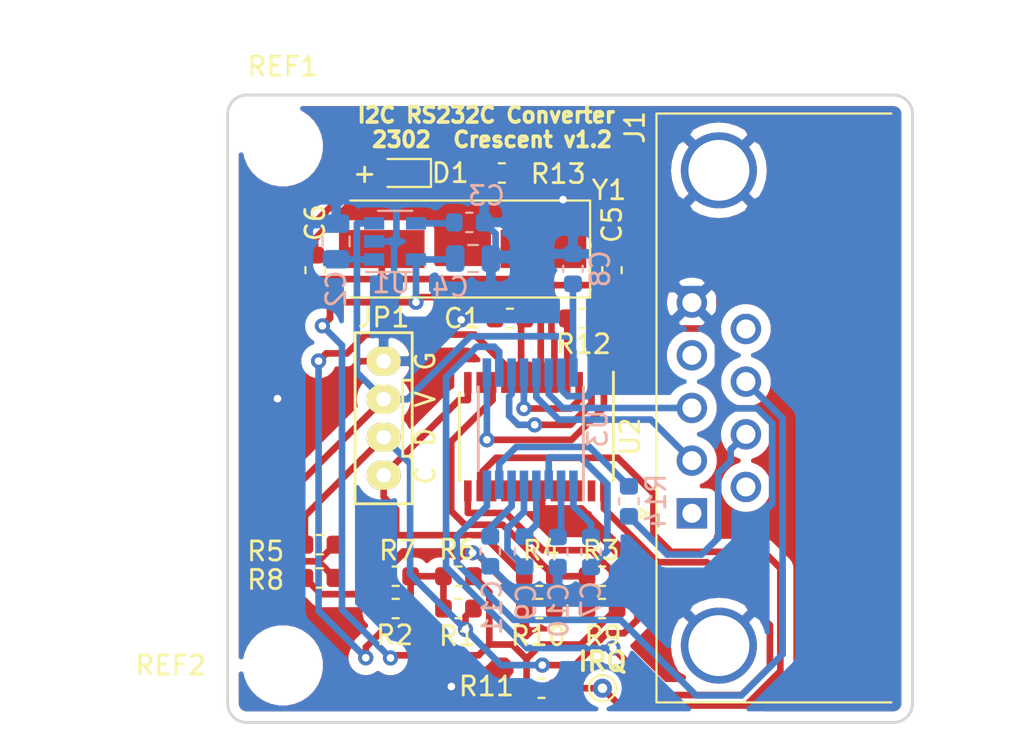
<source format=kicad_pcb>
(kicad_pcb (version 20171130) (host pcbnew "(5.1.2)-1")

  (general
    (thickness 1.6)
    (drawings 13)
    (tracks 364)
    (zones 0)
    (modules 35)
    (nets 29)
  )

  (page A4)
  (title_block
    (title "I2C RS232C Converter")
    (date 2023-02-03)
    (rev v1.2)
    (company Crescent)
  )

  (layers
    (0 F.Cu signal)
    (31 B.Cu signal)
    (32 B.Adhes user)
    (33 F.Adhes user)
    (34 B.Paste user)
    (35 F.Paste user)
    (36 B.SilkS user)
    (37 F.SilkS user)
    (38 B.Mask user)
    (39 F.Mask user)
    (40 Dwgs.User user)
    (41 Cmts.User user)
    (42 Eco1.User user)
    (43 Eco2.User user)
    (44 Edge.Cuts user)
    (45 Margin user)
    (46 B.CrtYd user)
    (47 F.CrtYd user)
    (48 B.Fab user hide)
    (49 F.Fab user hide)
  )

  (setup
    (last_trace_width 0.35)
    (trace_clearance 0.2)
    (zone_clearance 0.508)
    (zone_45_only no)
    (trace_min 0.2)
    (via_size 0.8)
    (via_drill 0.4)
    (via_min_size 0.8)
    (via_min_drill 0.3)
    (uvia_size 0.3)
    (uvia_drill 0.1)
    (uvias_allowed no)
    (uvia_min_size 0.2)
    (uvia_min_drill 0.1)
    (edge_width 0.15)
    (segment_width 0.2)
    (pcb_text_width 0.3)
    (pcb_text_size 1.5 1.5)
    (mod_edge_width 0.15)
    (mod_text_size 1 1)
    (mod_text_width 0.15)
    (pad_size 1.524 1.524)
    (pad_drill 0.762)
    (pad_to_mask_clearance 0.2)
    (aux_axis_origin 0 0)
    (visible_elements 7FFFFF7F)
    (pcbplotparams
      (layerselection 0x010fc_ffffffff)
      (usegerberextensions true)
      (usegerberattributes false)
      (usegerberadvancedattributes false)
      (creategerberjobfile false)
      (excludeedgelayer true)
      (linewidth 0.050000)
      (plotframeref false)
      (viasonmask false)
      (mode 1)
      (useauxorigin false)
      (hpglpennumber 1)
      (hpglpenspeed 20)
      (hpglpendiameter 15.000000)
      (psnegative false)
      (psa4output false)
      (plotreference true)
      (plotvalue true)
      (plotinvisibletext false)
      (padsonsilk false)
      (subtractmaskfromsilk true)
      (outputformat 1)
      (mirror false)
      (drillshape 0)
      (scaleselection 1)
      (outputdirectory "GERBER/"))
  )

  (net 0 "")
  (net 1 /3.3V)
  (net 2 GND)
  (net 3 /5V)
  (net 4 "Net-(C3-Pad1)")
  (net 5 /XTAL1)
  (net 6 /XTAL2)
  (net 7 "Net-(D1-Pad1)")
  (net 8 /SCL)
  (net 9 /SDA)
  (net 10 /RX)
  (net 11 /TX)
  (net 12 /A0)
  (net 13 /A1)
  (net 14 /IRQ)
  (net 15 /RST)
  (net 16 "Net-(C7-Pad1)")
  (net 17 "Net-(C7-Pad2)")
  (net 18 "Net-(C9-Pad2)")
  (net 19 "Net-(C9-Pad1)")
  (net 20 "Net-(C10-Pad2)")
  (net 21 "Net-(C11-Pad2)")
  (net 22 /RXD)
  (net 23 /TXD)
  (net 24 /RTS)
  (net 25 /CTS)
  (net 26 /RTSD)
  (net 27 /CTSD)
  (net 28 "Net-(R14-Pad2)")

  (net_class Default "これは標準のネット クラスです。"
    (clearance 0.2)
    (trace_width 0.35)
    (via_dia 0.8)
    (via_drill 0.4)
    (uvia_dia 0.3)
    (uvia_drill 0.1)
    (add_net /3.3V)
    (add_net /5V)
    (add_net /A0)
    (add_net /A1)
    (add_net /CTS)
    (add_net /CTSD)
    (add_net /IRQ)
    (add_net /RST)
    (add_net /RTS)
    (add_net /RTSD)
    (add_net /RX)
    (add_net /RXD)
    (add_net /SCL)
    (add_net /SDA)
    (add_net /TX)
    (add_net /TXD)
    (add_net /XTAL1)
    (add_net /XTAL2)
    (add_net GND)
    (add_net "Net-(C10-Pad2)")
    (add_net "Net-(C11-Pad2)")
    (add_net "Net-(C3-Pad1)")
    (add_net "Net-(C7-Pad1)")
    (add_net "Net-(C7-Pad2)")
    (add_net "Net-(C9-Pad1)")
    (add_net "Net-(C9-Pad2)")
    (add_net "Net-(D1-Pad1)")
    (add_net "Net-(R14-Pad2)")
  )

  (module Resistor_SMD:R_0603_1608Metric (layer B.Cu) (tedit 5B301BBD) (tstamp 63DDA1FC)
    (at 198.09 115.37 90)
    (descr "Resistor SMD 0603 (1608 Metric), square (rectangular) end terminal, IPC_7351 nominal, (Body size source: http://www.tortai-tech.com/upload/download/2011102023233369053.pdf), generated with kicad-footprint-generator")
    (tags resistor)
    (path /63DDBDCB)
    (attr smd)
    (fp_text reference R14 (at 0 1.43 90) (layer B.SilkS)
      (effects (font (size 1 1) (thickness 0.15)) (justify mirror))
    )
    (fp_text value 0 (at 0 -1.43 90) (layer B.Fab)
      (effects (font (size 1 1) (thickness 0.15)) (justify mirror))
    )
    (fp_text user %R (at 0 0 90) (layer B.Fab)
      (effects (font (size 0.4 0.4) (thickness 0.06)) (justify mirror))
    )
    (fp_line (start 1.48 -0.73) (end -1.48 -0.73) (layer B.CrtYd) (width 0.05))
    (fp_line (start 1.48 0.73) (end 1.48 -0.73) (layer B.CrtYd) (width 0.05))
    (fp_line (start -1.48 0.73) (end 1.48 0.73) (layer B.CrtYd) (width 0.05))
    (fp_line (start -1.48 -0.73) (end -1.48 0.73) (layer B.CrtYd) (width 0.05))
    (fp_line (start -0.162779 -0.51) (end 0.162779 -0.51) (layer B.SilkS) (width 0.12))
    (fp_line (start -0.162779 0.51) (end 0.162779 0.51) (layer B.SilkS) (width 0.12))
    (fp_line (start 0.8 -0.4) (end -0.8 -0.4) (layer B.Fab) (width 0.1))
    (fp_line (start 0.8 0.4) (end 0.8 -0.4) (layer B.Fab) (width 0.1))
    (fp_line (start -0.8 0.4) (end 0.8 0.4) (layer B.Fab) (width 0.1))
    (fp_line (start -0.8 -0.4) (end -0.8 0.4) (layer B.Fab) (width 0.1))
    (pad 2 smd roundrect (at 0.7875 0 90) (size 0.875 0.95) (layers B.Cu B.Paste B.Mask) (roundrect_rratio 0.25)
      (net 28 "Net-(R14-Pad2)"))
    (pad 1 smd roundrect (at -0.7875 0 90) (size 0.875 0.95) (layers B.Cu B.Paste B.Mask) (roundrect_rratio 0.25)
      (net 26 /RTSD))
    (model ${KISYS3DMOD}/Resistor_SMD.3dshapes/R_0603_1608Metric.wrl
      (at (xyz 0 0 0))
      (scale (xyz 1 1 1))
      (rotate (xyz 0 0 0))
    )
  )

  (module MountingHole:MountingHole_3.2mm_M3 locked (layer F.Cu) (tedit 56D1B4CB) (tstamp 5DA1F9FF)
    (at 179.9 124)
    (descr "Mounting Hole 3.2mm, no annular, M3")
    (tags "mounting hole 3.2mm no annular m3")
    (attr virtual)
    (fp_text reference REF2 (at -5.9 0) (layer F.SilkS)
      (effects (font (size 1 1) (thickness 0.15)))
    )
    (fp_text value MountingHole_3.2mm_M3 (at 0 4.2) (layer F.Fab)
      (effects (font (size 1 1) (thickness 0.15)))
    )
    (fp_text user %R (at 0.3 0) (layer F.Fab)
      (effects (font (size 1 1) (thickness 0.15)))
    )
    (fp_circle (center 0 0) (end 3.2 0) (layer Cmts.User) (width 0.15))
    (fp_circle (center 0 0) (end 3.45 0) (layer F.CrtYd) (width 0.05))
    (pad 1 np_thru_hole circle (at 0 0) (size 3.2 3.2) (drill 3.2) (layers *.Cu *.Mask))
  )

  (module MountingHole:MountingHole_3.2mm_M3 locked (layer F.Cu) (tedit 56D1B4CB) (tstamp 5DA1F9F6)
    (at 179.9 96.7)
    (descr "Mounting Hole 3.2mm, no annular, M3")
    (tags "mounting hole 3.2mm no annular m3")
    (attr virtual)
    (fp_text reference REF1 (at 0 -4.2) (layer F.SilkS)
      (effects (font (size 1 1) (thickness 0.15)))
    )
    (fp_text value MountingHole_3.2mm_M3 (at 0 4.2) (layer F.Fab)
      (effects (font (size 1 1) (thickness 0.15)))
    )
    (fp_circle (center 0 0) (end 3.45 0) (layer F.CrtYd) (width 0.05))
    (fp_circle (center 0 0) (end 3.2 0) (layer Cmts.User) (width 0.15))
    (fp_text user %R (at 0.3 0) (layer F.Fab)
      (effects (font (size 1 1) (thickness 0.15)))
    )
    (pad 1 np_thru_hole circle (at 0 0) (size 3.2 3.2) (drill 3.2) (layers *.Cu *.Mask))
  )

  (module GroveCon:GROVE (layer F.Cu) (tedit 5D6B7261) (tstamp 5AD52018)
    (at 185.2 114 90)
    (path /5AD4C1DC)
    (fp_text reference JP1 (at 8.3 0 180) (layer F.SilkS)
      (effects (font (size 1 1) (thickness 0.15)))
    )
    (fp_text value PINHD-1X4 (at 0.5 -3 90) (layer F.Fab) hide
      (effects (font (size 1 1) (thickness 0.15)))
    )
    (fp_text user C (at 0 2.2 90) (layer F.SilkS)
      (effects (font (size 1 1) (thickness 0.15)))
    )
    (fp_text user D (at 2 2.2 90) (layer F.SilkS)
      (effects (font (size 1 1) (thickness 0.15)))
    )
    (fp_text user V (at 4 2.2 90) (layer F.SilkS)
      (effects (font (size 1 1) (thickness 0.15)))
    )
    (fp_text user G (at 6 2.2 90) (layer F.SilkS)
      (effects (font (size 1 1) (thickness 0.15)))
    )
    (fp_line (start 5 1.5) (end 5 1) (layer F.SilkS) (width 0.15))
    (fp_line (start 5 1) (end 1 1) (layer F.SilkS) (width 0.15))
    (fp_line (start 1 1) (end 1 1.5) (layer F.SilkS) (width 0.15))
    (fp_line (start 3 1.5) (end -1.5 1.5) (layer F.SilkS) (width 0.15))
    (fp_line (start -1.5 1.5) (end -1.5 -1.5) (layer F.SilkS) (width 0.15))
    (fp_line (start -1.5 -1.5) (end 7.5 -1.5) (layer F.SilkS) (width 0.15))
    (fp_line (start 7.5 -1.5) (end 7.5 1.5) (layer F.SilkS) (width 0.15))
    (fp_line (start 7.5 1.5) (end 3 1.5) (layer F.SilkS) (width 0.15))
    (pad 1 thru_hole oval (at 0 0 90) (size 1.524 1.8) (drill 0.762) (layers *.Cu *.Paste *.Mask F.SilkS)
      (net 8 /SCL))
    (pad 2 thru_hole oval (at 2 0 90) (size 1.524 1.8) (drill 0.762) (layers *.Cu *.Paste *.Mask F.SilkS)
      (net 9 /SDA))
    (pad 3 thru_hole oval (at 4 0 90) (size 1.524 1.8) (drill 0.762) (layers *.Cu *.Paste *.Mask F.SilkS)
      (net 3 /5V))
    (pad 4 thru_hole oval (at 6 0 90) (size 1.524 1.8) (drill 0.762) (layers *.Cu *.Paste *.Mask F.SilkS)
      (net 2 GND))
  )

  (module Capacitor_SMD:C_0603_1608Metric (layer F.Cu) (tedit 5D6B7380) (tstamp 5D6AF1DE)
    (at 191.838 105.75 180)
    (descr "Capacitor SMD 0603 (1608 Metric), square (rectangular) end terminal, IPC_7351 nominal, (Body size source: http://www.tortai-tech.com/upload/download/2011102023233369053.pdf), generated with kicad-footprint-generator")
    (tags capacitor)
    (path /5D6B4567)
    (attr smd)
    (fp_text reference C1 (at 2.5 0 180) (layer F.SilkS)
      (effects (font (size 1 1) (thickness 0.15)))
    )
    (fp_text value 0.1u (at 0 1.43 180) (layer F.Fab)
      (effects (font (size 1 1) (thickness 0.15)))
    )
    (fp_line (start -0.8 0.4) (end -0.8 -0.4) (layer F.Fab) (width 0.1))
    (fp_line (start -0.8 -0.4) (end 0.8 -0.4) (layer F.Fab) (width 0.1))
    (fp_line (start 0.8 -0.4) (end 0.8 0.4) (layer F.Fab) (width 0.1))
    (fp_line (start 0.8 0.4) (end -0.8 0.4) (layer F.Fab) (width 0.1))
    (fp_line (start -0.162779 -0.51) (end 0.162779 -0.51) (layer F.SilkS) (width 0.12))
    (fp_line (start -0.162779 0.51) (end 0.162779 0.51) (layer F.SilkS) (width 0.12))
    (fp_line (start -1.48 0.73) (end -1.48 -0.73) (layer F.CrtYd) (width 0.05))
    (fp_line (start -1.48 -0.73) (end 1.48 -0.73) (layer F.CrtYd) (width 0.05))
    (fp_line (start 1.48 -0.73) (end 1.48 0.73) (layer F.CrtYd) (width 0.05))
    (fp_line (start 1.48 0.73) (end -1.48 0.73) (layer F.CrtYd) (width 0.05))
    (fp_text user %R (at 0 0 180) (layer F.Fab)
      (effects (font (size 0.4 0.4) (thickness 0.06)))
    )
    (pad 1 smd roundrect (at -0.7875 0 180) (size 0.875 0.95) (layers F.Cu F.Paste F.Mask) (roundrect_rratio 0.25)
      (net 1 /3.3V))
    (pad 2 smd roundrect (at 0.7875 0 180) (size 0.875 0.95) (layers F.Cu F.Paste F.Mask) (roundrect_rratio 0.25)
      (net 2 GND))
    (model ${KISYS3DMOD}/Capacitor_SMD.3dshapes/C_0603_1608Metric.wrl
      (at (xyz 0 0 0))
      (scale (xyz 1 1 1))
      (rotate (xyz 0 0 0))
    )
  )

  (module Capacitor_SMD:C_0805_2012Metric (layer B.Cu) (tedit 5D6B75C0) (tstamp 5D6AF1EF)
    (at 182.7 101.7 90)
    (descr "Capacitor SMD 0805 (2012 Metric), square (rectangular) end terminal, IPC_7351 nominal, (Body size source: https://docs.google.com/spreadsheets/d/1BsfQQcO9C6DZCsRaXUlFlo91Tg2WpOkGARC1WS5S8t0/edit?usp=sharing), generated with kicad-footprint-generator")
    (tags capacitor)
    (path /5D6AFDBF)
    (attr smd)
    (fp_text reference C2 (at -2.5 0 90) (layer B.SilkS)
      (effects (font (size 1 1) (thickness 0.15)) (justify mirror))
    )
    (fp_text value 10u (at 0 -1.65 90) (layer B.Fab) hide
      (effects (font (size 1 1) (thickness 0.15)) (justify mirror))
    )
    (fp_text user %R (at 0 0 90) (layer B.Fab)
      (effects (font (size 0.5 0.5) (thickness 0.08)) (justify mirror))
    )
    (fp_line (start 1.68 -0.95) (end -1.68 -0.95) (layer B.CrtYd) (width 0.05))
    (fp_line (start 1.68 0.95) (end 1.68 -0.95) (layer B.CrtYd) (width 0.05))
    (fp_line (start -1.68 0.95) (end 1.68 0.95) (layer B.CrtYd) (width 0.05))
    (fp_line (start -1.68 -0.95) (end -1.68 0.95) (layer B.CrtYd) (width 0.05))
    (fp_line (start -0.258578 -0.71) (end 0.258578 -0.71) (layer B.SilkS) (width 0.12))
    (fp_line (start -0.258578 0.71) (end 0.258578 0.71) (layer B.SilkS) (width 0.12))
    (fp_line (start 1 -0.6) (end -1 -0.6) (layer B.Fab) (width 0.1))
    (fp_line (start 1 0.6) (end 1 -0.6) (layer B.Fab) (width 0.1))
    (fp_line (start -1 0.6) (end 1 0.6) (layer B.Fab) (width 0.1))
    (fp_line (start -1 -0.6) (end -1 0.6) (layer B.Fab) (width 0.1))
    (pad 2 smd roundrect (at 0.9375 0 90) (size 0.975 1.4) (layers B.Cu B.Paste B.Mask) (roundrect_rratio 0.25)
      (net 2 GND))
    (pad 1 smd roundrect (at -0.9375 0 90) (size 0.975 1.4) (layers B.Cu B.Paste B.Mask) (roundrect_rratio 0.25)
      (net 3 /5V))
    (model ${KISYS3DMOD}/Capacitor_SMD.3dshapes/C_0805_2012Metric.wrl
      (at (xyz 0 0 0))
      (scale (xyz 1 1 1))
      (rotate (xyz 0 0 0))
    )
  )

  (module Capacitor_SMD:C_0603_1608Metric (layer B.Cu) (tedit 5D6B72FE) (tstamp 5D6AF200)
    (at 189.7 100.7)
    (descr "Capacitor SMD 0603 (1608 Metric), square (rectangular) end terminal, IPC_7351 nominal, (Body size source: http://www.tortai-tech.com/upload/download/2011102023233369053.pdf), generated with kicad-footprint-generator")
    (tags capacitor)
    (path /5D6B0711)
    (attr smd)
    (fp_text reference C3 (at 0.9 -1.4 180) (layer B.SilkS)
      (effects (font (size 1 1) (thickness 0.15)) (justify mirror))
    )
    (fp_text value 0.01u (at 0 -1.43 180) (layer B.Fab)
      (effects (font (size 1 1) (thickness 0.15)) (justify mirror))
    )
    (fp_text user %R (at 0 0 180) (layer B.Fab)
      (effects (font (size 0.4 0.4) (thickness 0.06)) (justify mirror))
    )
    (fp_line (start 1.48 -0.73) (end -1.48 -0.73) (layer B.CrtYd) (width 0.05))
    (fp_line (start 1.48 0.73) (end 1.48 -0.73) (layer B.CrtYd) (width 0.05))
    (fp_line (start -1.48 0.73) (end 1.48 0.73) (layer B.CrtYd) (width 0.05))
    (fp_line (start -1.48 -0.73) (end -1.48 0.73) (layer B.CrtYd) (width 0.05))
    (fp_line (start -0.162779 -0.51) (end 0.162779 -0.51) (layer B.SilkS) (width 0.12))
    (fp_line (start -0.162779 0.51) (end 0.162779 0.51) (layer B.SilkS) (width 0.12))
    (fp_line (start 0.8 -0.4) (end -0.8 -0.4) (layer B.Fab) (width 0.1))
    (fp_line (start 0.8 0.4) (end 0.8 -0.4) (layer B.Fab) (width 0.1))
    (fp_line (start -0.8 0.4) (end 0.8 0.4) (layer B.Fab) (width 0.1))
    (fp_line (start -0.8 -0.4) (end -0.8 0.4) (layer B.Fab) (width 0.1))
    (pad 2 smd roundrect (at 0.7875 0) (size 0.875 0.95) (layers B.Cu B.Paste B.Mask) (roundrect_rratio 0.25)
      (net 2 GND))
    (pad 1 smd roundrect (at -0.7875 0) (size 0.875 0.95) (layers B.Cu B.Paste B.Mask) (roundrect_rratio 0.25)
      (net 4 "Net-(C3-Pad1)"))
    (model ${KISYS3DMOD}/Capacitor_SMD.3dshapes/C_0603_1608Metric.wrl
      (at (xyz 0 0 0))
      (scale (xyz 1 1 1))
      (rotate (xyz 0 0 0))
    )
  )

  (module Capacitor_SMD:C_0805_2012Metric (layer B.Cu) (tedit 5D6B72EF) (tstamp 5D6AF211)
    (at 189.9 102.6)
    (descr "Capacitor SMD 0805 (2012 Metric), square (rectangular) end terminal, IPC_7351 nominal, (Body size source: https://docs.google.com/spreadsheets/d/1BsfQQcO9C6DZCsRaXUlFlo91Tg2WpOkGARC1WS5S8t0/edit?usp=sharing), generated with kicad-footprint-generator")
    (tags capacitor)
    (path /5D6B02A5)
    (attr smd)
    (fp_text reference C4 (at -1.2 1.5 180) (layer B.SilkS)
      (effects (font (size 1 1) (thickness 0.15)) (justify mirror))
    )
    (fp_text value 10u (at 0 -1.65 180) (layer B.Fab)
      (effects (font (size 1 1) (thickness 0.15)) (justify mirror))
    )
    (fp_line (start -1 -0.6) (end -1 0.6) (layer B.Fab) (width 0.1))
    (fp_line (start -1 0.6) (end 1 0.6) (layer B.Fab) (width 0.1))
    (fp_line (start 1 0.6) (end 1 -0.6) (layer B.Fab) (width 0.1))
    (fp_line (start 1 -0.6) (end -1 -0.6) (layer B.Fab) (width 0.1))
    (fp_line (start -0.258578 0.71) (end 0.258578 0.71) (layer B.SilkS) (width 0.12))
    (fp_line (start -0.258578 -0.71) (end 0.258578 -0.71) (layer B.SilkS) (width 0.12))
    (fp_line (start -1.68 -0.95) (end -1.68 0.95) (layer B.CrtYd) (width 0.05))
    (fp_line (start -1.68 0.95) (end 1.68 0.95) (layer B.CrtYd) (width 0.05))
    (fp_line (start 1.68 0.95) (end 1.68 -0.95) (layer B.CrtYd) (width 0.05))
    (fp_line (start 1.68 -0.95) (end -1.68 -0.95) (layer B.CrtYd) (width 0.05))
    (fp_text user %R (at 0 0 180) (layer B.Fab)
      (effects (font (size 0.5 0.5) (thickness 0.08)) (justify mirror))
    )
    (pad 1 smd roundrect (at -0.9375 0) (size 0.975 1.4) (layers B.Cu B.Paste B.Mask) (roundrect_rratio 0.25)
      (net 1 /3.3V))
    (pad 2 smd roundrect (at 0.9375 0) (size 0.975 1.4) (layers B.Cu B.Paste B.Mask) (roundrect_rratio 0.25)
      (net 2 GND))
    (model ${KISYS3DMOD}/Capacitor_SMD.3dshapes/C_0805_2012Metric.wrl
      (at (xyz 0 0 0))
      (scale (xyz 1 1 1))
      (rotate (xyz 0 0 0))
    )
  )

  (module Capacitor_SMD:C_0603_1608Metric (layer F.Cu) (tedit 5D6B7438) (tstamp 5D6AF222)
    (at 197.2 103.212 90)
    (descr "Capacitor SMD 0603 (1608 Metric), square (rectangular) end terminal, IPC_7351 nominal, (Body size source: http://www.tortai-tech.com/upload/download/2011102023233369053.pdf), generated with kicad-footprint-generator")
    (tags capacitor)
    (path /5D6BDCCE)
    (attr smd)
    (fp_text reference C5 (at 2.4 0 90) (layer F.SilkS)
      (effects (font (size 1 1) (thickness 0.15)))
    )
    (fp_text value 10p (at 0 1.43 90) (layer F.Fab)
      (effects (font (size 1 1) (thickness 0.15)))
    )
    (fp_text user %R (at 0 0 90) (layer F.Fab)
      (effects (font (size 0.4 0.4) (thickness 0.06)))
    )
    (fp_line (start 1.48 0.73) (end -1.48 0.73) (layer F.CrtYd) (width 0.05))
    (fp_line (start 1.48 -0.73) (end 1.48 0.73) (layer F.CrtYd) (width 0.05))
    (fp_line (start -1.48 -0.73) (end 1.48 -0.73) (layer F.CrtYd) (width 0.05))
    (fp_line (start -1.48 0.73) (end -1.48 -0.73) (layer F.CrtYd) (width 0.05))
    (fp_line (start -0.162779 0.51) (end 0.162779 0.51) (layer F.SilkS) (width 0.12))
    (fp_line (start -0.162779 -0.51) (end 0.162779 -0.51) (layer F.SilkS) (width 0.12))
    (fp_line (start 0.8 0.4) (end -0.8 0.4) (layer F.Fab) (width 0.1))
    (fp_line (start 0.8 -0.4) (end 0.8 0.4) (layer F.Fab) (width 0.1))
    (fp_line (start -0.8 -0.4) (end 0.8 -0.4) (layer F.Fab) (width 0.1))
    (fp_line (start -0.8 0.4) (end -0.8 -0.4) (layer F.Fab) (width 0.1))
    (pad 2 smd roundrect (at 0.7875 0 90) (size 0.875 0.95) (layers F.Cu F.Paste F.Mask) (roundrect_rratio 0.25)
      (net 2 GND))
    (pad 1 smd roundrect (at -0.7875 0 90) (size 0.875 0.95) (layers F.Cu F.Paste F.Mask) (roundrect_rratio 0.25)
      (net 5 /XTAL1))
    (model ${KISYS3DMOD}/Capacitor_SMD.3dshapes/C_0603_1608Metric.wrl
      (at (xyz 0 0 0))
      (scale (xyz 1 1 1))
      (rotate (xyz 0 0 0))
    )
  )

  (module Capacitor_SMD:C_0603_1608Metric (layer F.Cu) (tedit 5D6B7418) (tstamp 5D6AF233)
    (at 181.6 103.212 90)
    (descr "Capacitor SMD 0603 (1608 Metric), square (rectangular) end terminal, IPC_7351 nominal, (Body size source: http://www.tortai-tech.com/upload/download/2011102023233369053.pdf), generated with kicad-footprint-generator")
    (tags capacitor)
    (path /5D6BE5F4)
    (attr smd)
    (fp_text reference C6 (at 2.5 0 270) (layer F.SilkS)
      (effects (font (size 1 1) (thickness 0.15)))
    )
    (fp_text value 10p (at 0 1.43 270) (layer F.Fab)
      (effects (font (size 1 1) (thickness 0.15)))
    )
    (fp_line (start -0.8 0.4) (end -0.8 -0.4) (layer F.Fab) (width 0.1))
    (fp_line (start -0.8 -0.4) (end 0.8 -0.4) (layer F.Fab) (width 0.1))
    (fp_line (start 0.8 -0.4) (end 0.8 0.4) (layer F.Fab) (width 0.1))
    (fp_line (start 0.8 0.4) (end -0.8 0.4) (layer F.Fab) (width 0.1))
    (fp_line (start -0.162779 -0.51) (end 0.162779 -0.51) (layer F.SilkS) (width 0.12))
    (fp_line (start -0.162779 0.51) (end 0.162779 0.51) (layer F.SilkS) (width 0.12))
    (fp_line (start -1.48 0.73) (end -1.48 -0.73) (layer F.CrtYd) (width 0.05))
    (fp_line (start -1.48 -0.73) (end 1.48 -0.73) (layer F.CrtYd) (width 0.05))
    (fp_line (start 1.48 -0.73) (end 1.48 0.73) (layer F.CrtYd) (width 0.05))
    (fp_line (start 1.48 0.73) (end -1.48 0.73) (layer F.CrtYd) (width 0.05))
    (fp_text user %R (at 0 0 270) (layer F.Fab)
      (effects (font (size 0.4 0.4) (thickness 0.06)))
    )
    (pad 1 smd roundrect (at -0.7875 0 90) (size 0.875 0.95) (layers F.Cu F.Paste F.Mask) (roundrect_rratio 0.25)
      (net 6 /XTAL2))
    (pad 2 smd roundrect (at 0.7875 0 90) (size 0.875 0.95) (layers F.Cu F.Paste F.Mask) (roundrect_rratio 0.25)
      (net 2 GND))
    (model ${KISYS3DMOD}/Capacitor_SMD.3dshapes/C_0603_1608Metric.wrl
      (at (xyz 0 0 0))
      (scale (xyz 1 1 1))
      (rotate (xyz 0 0 0))
    )
  )

  (module Diode_SMD:D_0603_1608Metric (layer F.Cu) (tedit 5D6B740E) (tstamp 5D6AF246)
    (at 186.2 98.1 180)
    (descr "Diode SMD 0603 (1608 Metric), square (rectangular) end terminal, IPC_7351 nominal, (Body size source: http://www.tortai-tech.com/upload/download/2011102023233369053.pdf), generated with kicad-footprint-generator")
    (tags diode)
    (path /5D6F47B5)
    (attr smd)
    (fp_text reference D1 (at -2.5 0) (layer F.SilkS)
      (effects (font (size 1 1) (thickness 0.15)))
    )
    (fp_text value LED (at 0 1.43) (layer F.Fab)
      (effects (font (size 1 1) (thickness 0.15)))
    )
    (fp_line (start 0.8 -0.4) (end -0.5 -0.4) (layer F.Fab) (width 0.1))
    (fp_line (start -0.5 -0.4) (end -0.8 -0.1) (layer F.Fab) (width 0.1))
    (fp_line (start -0.8 -0.1) (end -0.8 0.4) (layer F.Fab) (width 0.1))
    (fp_line (start -0.8 0.4) (end 0.8 0.4) (layer F.Fab) (width 0.1))
    (fp_line (start 0.8 0.4) (end 0.8 -0.4) (layer F.Fab) (width 0.1))
    (fp_line (start 0.8 -0.735) (end -1.485 -0.735) (layer F.SilkS) (width 0.12))
    (fp_line (start -1.485 -0.735) (end -1.485 0.735) (layer F.SilkS) (width 0.12))
    (fp_line (start -1.485 0.735) (end 0.8 0.735) (layer F.SilkS) (width 0.12))
    (fp_line (start -1.48 0.73) (end -1.48 -0.73) (layer F.CrtYd) (width 0.05))
    (fp_line (start -1.48 -0.73) (end 1.48 -0.73) (layer F.CrtYd) (width 0.05))
    (fp_line (start 1.48 -0.73) (end 1.48 0.73) (layer F.CrtYd) (width 0.05))
    (fp_line (start 1.48 0.73) (end -1.48 0.73) (layer F.CrtYd) (width 0.05))
    (fp_text user %R (at 0 0) (layer F.Fab)
      (effects (font (size 0.4 0.4) (thickness 0.06)))
    )
    (pad 1 smd roundrect (at -0.7875 0 180) (size 0.875 0.95) (layers F.Cu F.Paste F.Mask) (roundrect_rratio 0.25)
      (net 7 "Net-(D1-Pad1)"))
    (pad 2 smd roundrect (at 0.7875 0 180) (size 0.875 0.95) (layers F.Cu F.Paste F.Mask) (roundrect_rratio 0.25)
      (net 1 /3.3V))
    (model ${KISYS3DMOD}/Diode_SMD.3dshapes/D_0603_1608Metric.wrl
      (at (xyz 0 0 0))
      (scale (xyz 1 1 1))
      (rotate (xyz 0 0 0))
    )
  )

  (module Resistor_SMD:R_0603_1608Metric (layer F.Cu) (tedit 5D6B749A) (tstamp 5D6AF257)
    (at 189.13 121.01 180)
    (descr "Resistor SMD 0603 (1608 Metric), square (rectangular) end terminal, IPC_7351 nominal, (Body size source: http://www.tortai-tech.com/upload/download/2011102023233369053.pdf), generated with kicad-footprint-generator")
    (tags resistor)
    (path /5D6EAE2E)
    (attr smd)
    (fp_text reference R1 (at 0.05 -1.45 180) (layer F.SilkS)
      (effects (font (size 1 1) (thickness 0.15)))
    )
    (fp_text value 0 (at 0 1.43 180) (layer F.Fab)
      (effects (font (size 1 1) (thickness 0.15)))
    )
    (fp_text user %R (at 0 0 180) (layer F.Fab)
      (effects (font (size 0.4 0.4) (thickness 0.06)))
    )
    (fp_line (start 1.48 0.73) (end -1.48 0.73) (layer F.CrtYd) (width 0.05))
    (fp_line (start 1.48 -0.73) (end 1.48 0.73) (layer F.CrtYd) (width 0.05))
    (fp_line (start -1.48 -0.73) (end 1.48 -0.73) (layer F.CrtYd) (width 0.05))
    (fp_line (start -1.48 0.73) (end -1.48 -0.73) (layer F.CrtYd) (width 0.05))
    (fp_line (start -0.162779 0.51) (end 0.162779 0.51) (layer F.SilkS) (width 0.12))
    (fp_line (start -0.162779 -0.51) (end 0.162779 -0.51) (layer F.SilkS) (width 0.12))
    (fp_line (start 0.8 0.4) (end -0.8 0.4) (layer F.Fab) (width 0.1))
    (fp_line (start 0.8 -0.4) (end 0.8 0.4) (layer F.Fab) (width 0.1))
    (fp_line (start -0.8 -0.4) (end 0.8 -0.4) (layer F.Fab) (width 0.1))
    (fp_line (start -0.8 0.4) (end -0.8 -0.4) (layer F.Fab) (width 0.1))
    (pad 2 smd roundrect (at 0.7875 0 180) (size 0.875 0.95) (layers F.Cu F.Paste F.Mask) (roundrect_rratio 0.25)
      (net 12 /A0))
    (pad 1 smd roundrect (at -0.7875 0 180) (size 0.875 0.95) (layers F.Cu F.Paste F.Mask) (roundrect_rratio 0.25)
      (net 9 /SDA))
    (model ${KISYS3DMOD}/Resistor_SMD.3dshapes/R_0603_1608Metric.wrl
      (at (xyz 0 0 0))
      (scale (xyz 1 1 1))
      (rotate (xyz 0 0 0))
    )
  )

  (module Resistor_SMD:R_0603_1608Metric (layer F.Cu) (tedit 5D6B7492) (tstamp 5D6AF268)
    (at 185.83 121.01)
    (descr "Resistor SMD 0603 (1608 Metric), square (rectangular) end terminal, IPC_7351 nominal, (Body size source: http://www.tortai-tech.com/upload/download/2011102023233369053.pdf), generated with kicad-footprint-generator")
    (tags resistor)
    (path /5D6EAE47)
    (attr smd)
    (fp_text reference R2 (at -0.05 1.4) (layer F.SilkS)
      (effects (font (size 1 1) (thickness 0.15)))
    )
    (fp_text value 0 (at 0 1.43) (layer F.Fab)
      (effects (font (size 1 1) (thickness 0.15)))
    )
    (fp_text user %R (at 0 0) (layer F.Fab)
      (effects (font (size 0.4 0.4) (thickness 0.06)))
    )
    (fp_line (start 1.48 0.73) (end -1.48 0.73) (layer F.CrtYd) (width 0.05))
    (fp_line (start 1.48 -0.73) (end 1.48 0.73) (layer F.CrtYd) (width 0.05))
    (fp_line (start -1.48 -0.73) (end 1.48 -0.73) (layer F.CrtYd) (width 0.05))
    (fp_line (start -1.48 0.73) (end -1.48 -0.73) (layer F.CrtYd) (width 0.05))
    (fp_line (start -0.162779 0.51) (end 0.162779 0.51) (layer F.SilkS) (width 0.12))
    (fp_line (start -0.162779 -0.51) (end 0.162779 -0.51) (layer F.SilkS) (width 0.12))
    (fp_line (start 0.8 0.4) (end -0.8 0.4) (layer F.Fab) (width 0.1))
    (fp_line (start 0.8 -0.4) (end 0.8 0.4) (layer F.Fab) (width 0.1))
    (fp_line (start -0.8 -0.4) (end 0.8 -0.4) (layer F.Fab) (width 0.1))
    (fp_line (start -0.8 0.4) (end -0.8 -0.4) (layer F.Fab) (width 0.1))
    (pad 2 smd roundrect (at 0.7875 0) (size 0.875 0.95) (layers F.Cu F.Paste F.Mask) (roundrect_rratio 0.25)
      (net 12 /A0))
    (pad 1 smd roundrect (at -0.7875 0) (size 0.875 0.95) (layers F.Cu F.Paste F.Mask) (roundrect_rratio 0.25)
      (net 8 /SCL))
    (model ${KISYS3DMOD}/Resistor_SMD.3dshapes/R_0603_1608Metric.wrl
      (at (xyz 0 0 0))
      (scale (xyz 1 1 1))
      (rotate (xyz 0 0 0))
    )
  )

  (module Resistor_SMD:R_0603_1608Metric (layer F.Cu) (tedit 5D6B74AA) (tstamp 5D6AF279)
    (at 196.68 119.31 180)
    (descr "Resistor SMD 0603 (1608 Metric), square (rectangular) end terminal, IPC_7351 nominal, (Body size source: http://www.tortai-tech.com/upload/download/2011102023233369053.pdf), generated with kicad-footprint-generator")
    (tags resistor)
    (path /5D6EAE38)
    (attr smd)
    (fp_text reference R3 (at 0.05 1.35 180) (layer F.SilkS)
      (effects (font (size 1 1) (thickness 0.15)))
    )
    (fp_text value 0 (at 0 1.43 180) (layer F.Fab)
      (effects (font (size 1 1) (thickness 0.15)))
    )
    (fp_line (start -0.8 0.4) (end -0.8 -0.4) (layer F.Fab) (width 0.1))
    (fp_line (start -0.8 -0.4) (end 0.8 -0.4) (layer F.Fab) (width 0.1))
    (fp_line (start 0.8 -0.4) (end 0.8 0.4) (layer F.Fab) (width 0.1))
    (fp_line (start 0.8 0.4) (end -0.8 0.4) (layer F.Fab) (width 0.1))
    (fp_line (start -0.162779 -0.51) (end 0.162779 -0.51) (layer F.SilkS) (width 0.12))
    (fp_line (start -0.162779 0.51) (end 0.162779 0.51) (layer F.SilkS) (width 0.12))
    (fp_line (start -1.48 0.73) (end -1.48 -0.73) (layer F.CrtYd) (width 0.05))
    (fp_line (start -1.48 -0.73) (end 1.48 -0.73) (layer F.CrtYd) (width 0.05))
    (fp_line (start 1.48 -0.73) (end 1.48 0.73) (layer F.CrtYd) (width 0.05))
    (fp_line (start 1.48 0.73) (end -1.48 0.73) (layer F.CrtYd) (width 0.05))
    (fp_text user %R (at 0 0 180) (layer F.Fab)
      (effects (font (size 0.4 0.4) (thickness 0.06)))
    )
    (pad 1 smd roundrect (at -0.7875 0 180) (size 0.875 0.95) (layers F.Cu F.Paste F.Mask) (roundrect_rratio 0.25)
      (net 9 /SDA))
    (pad 2 smd roundrect (at 0.7875 0 180) (size 0.875 0.95) (layers F.Cu F.Paste F.Mask) (roundrect_rratio 0.25)
      (net 13 /A1))
    (model ${KISYS3DMOD}/Resistor_SMD.3dshapes/R_0603_1608Metric.wrl
      (at (xyz 0 0 0))
      (scale (xyz 1 1 1))
      (rotate (xyz 0 0 0))
    )
  )

  (module Resistor_SMD:R_0603_1608Metric (layer F.Cu) (tedit 5D6B7490) (tstamp 5D6AF28A)
    (at 193.38 119.31)
    (descr "Resistor SMD 0603 (1608 Metric), square (rectangular) end terminal, IPC_7351 nominal, (Body size source: http://www.tortai-tech.com/upload/download/2011102023233369053.pdf), generated with kicad-footprint-generator")
    (tags resistor)
    (path /5D6EAE63)
    (attr smd)
    (fp_text reference R4 (at 0.1 -1.35) (layer F.SilkS)
      (effects (font (size 1 1) (thickness 0.15)))
    )
    (fp_text value 0 (at 0 1.43) (layer F.Fab)
      (effects (font (size 1 1) (thickness 0.15)))
    )
    (fp_line (start -0.8 0.4) (end -0.8 -0.4) (layer F.Fab) (width 0.1))
    (fp_line (start -0.8 -0.4) (end 0.8 -0.4) (layer F.Fab) (width 0.1))
    (fp_line (start 0.8 -0.4) (end 0.8 0.4) (layer F.Fab) (width 0.1))
    (fp_line (start 0.8 0.4) (end -0.8 0.4) (layer F.Fab) (width 0.1))
    (fp_line (start -0.162779 -0.51) (end 0.162779 -0.51) (layer F.SilkS) (width 0.12))
    (fp_line (start -0.162779 0.51) (end 0.162779 0.51) (layer F.SilkS) (width 0.12))
    (fp_line (start -1.48 0.73) (end -1.48 -0.73) (layer F.CrtYd) (width 0.05))
    (fp_line (start -1.48 -0.73) (end 1.48 -0.73) (layer F.CrtYd) (width 0.05))
    (fp_line (start 1.48 -0.73) (end 1.48 0.73) (layer F.CrtYd) (width 0.05))
    (fp_line (start 1.48 0.73) (end -1.48 0.73) (layer F.CrtYd) (width 0.05))
    (fp_text user %R (at 0 0) (layer F.Fab)
      (effects (font (size 0.4 0.4) (thickness 0.06)))
    )
    (pad 1 smd roundrect (at -0.7875 0) (size 0.875 0.95) (layers F.Cu F.Paste F.Mask) (roundrect_rratio 0.25)
      (net 8 /SCL))
    (pad 2 smd roundrect (at 0.7875 0) (size 0.875 0.95) (layers F.Cu F.Paste F.Mask) (roundrect_rratio 0.25)
      (net 13 /A1))
    (model ${KISYS3DMOD}/Resistor_SMD.3dshapes/R_0603_1608Metric.wrl
      (at (xyz 0 0 0))
      (scale (xyz 1 1 1))
      (rotate (xyz 0 0 0))
    )
  )

  (module Resistor_SMD:R_0603_1608Metric (layer F.Cu) (tedit 5D6B75F1) (tstamp 5D6AF29B)
    (at 181.85 117.65 180)
    (descr "Resistor SMD 0603 (1608 Metric), square (rectangular) end terminal, IPC_7351 nominal, (Body size source: http://www.tortai-tech.com/upload/download/2011102023233369053.pdf), generated with kicad-footprint-generator")
    (tags resistor)
    (path /5D6B77F9)
    (attr smd)
    (fp_text reference R5 (at 2.85 -0.35 180) (layer F.SilkS)
      (effects (font (size 1 1) (thickness 0.15)))
    )
    (fp_text value 4.7k (at 0 1.43 180) (layer F.Fab)
      (effects (font (size 1 1) (thickness 0.15)))
    )
    (fp_line (start -0.8 0.4) (end -0.8 -0.4) (layer F.Fab) (width 0.1))
    (fp_line (start -0.8 -0.4) (end 0.8 -0.4) (layer F.Fab) (width 0.1))
    (fp_line (start 0.8 -0.4) (end 0.8 0.4) (layer F.Fab) (width 0.1))
    (fp_line (start 0.8 0.4) (end -0.8 0.4) (layer F.Fab) (width 0.1))
    (fp_line (start -0.162779 -0.51) (end 0.162779 -0.51) (layer F.SilkS) (width 0.12))
    (fp_line (start -0.162779 0.51) (end 0.162779 0.51) (layer F.SilkS) (width 0.12))
    (fp_line (start -1.48 0.73) (end -1.48 -0.73) (layer F.CrtYd) (width 0.05))
    (fp_line (start -1.48 -0.73) (end 1.48 -0.73) (layer F.CrtYd) (width 0.05))
    (fp_line (start 1.48 -0.73) (end 1.48 0.73) (layer F.CrtYd) (width 0.05))
    (fp_line (start 1.48 0.73) (end -1.48 0.73) (layer F.CrtYd) (width 0.05))
    (fp_text user %R (at 0 0 180) (layer F.Fab)
      (effects (font (size 0.4 0.4) (thickness 0.06)))
    )
    (pad 1 smd roundrect (at -0.7875 0 180) (size 0.875 0.95) (layers F.Cu F.Paste F.Mask) (roundrect_rratio 0.25)
      (net 3 /5V))
    (pad 2 smd roundrect (at 0.7875 0 180) (size 0.875 0.95) (layers F.Cu F.Paste F.Mask) (roundrect_rratio 0.25)
      (net 9 /SDA))
    (model ${KISYS3DMOD}/Resistor_SMD.3dshapes/R_0603_1608Metric.wrl
      (at (xyz 0 0 0))
      (scale (xyz 1 1 1))
      (rotate (xyz 0 0 0))
    )
  )

  (module Resistor_SMD:R_0603_1608Metric (layer F.Cu) (tedit 5D6B74C0) (tstamp 5D6AF2AC)
    (at 189.13 119.31 180)
    (descr "Resistor SMD 0603 (1608 Metric), square (rectangular) end terminal, IPC_7351 nominal, (Body size source: http://www.tortai-tech.com/upload/download/2011102023233369053.pdf), generated with kicad-footprint-generator")
    (tags resistor)
    (path /5D6D455E)
    (attr smd)
    (fp_text reference R6 (at 0.05 1.4 180) (layer F.SilkS)
      (effects (font (size 1 1) (thickness 0.15)))
    )
    (fp_text value 0 (at 0 1.43 180) (layer F.Fab)
      (effects (font (size 1 1) (thickness 0.15)))
    )
    (fp_text user %R (at 0 0 180) (layer F.Fab)
      (effects (font (size 0.4 0.4) (thickness 0.06)))
    )
    (fp_line (start 1.48 0.73) (end -1.48 0.73) (layer F.CrtYd) (width 0.05))
    (fp_line (start 1.48 -0.73) (end 1.48 0.73) (layer F.CrtYd) (width 0.05))
    (fp_line (start -1.48 -0.73) (end 1.48 -0.73) (layer F.CrtYd) (width 0.05))
    (fp_line (start -1.48 0.73) (end -1.48 -0.73) (layer F.CrtYd) (width 0.05))
    (fp_line (start -0.162779 0.51) (end 0.162779 0.51) (layer F.SilkS) (width 0.12))
    (fp_line (start -0.162779 -0.51) (end 0.162779 -0.51) (layer F.SilkS) (width 0.12))
    (fp_line (start 0.8 0.4) (end -0.8 0.4) (layer F.Fab) (width 0.1))
    (fp_line (start 0.8 -0.4) (end 0.8 0.4) (layer F.Fab) (width 0.1))
    (fp_line (start -0.8 -0.4) (end 0.8 -0.4) (layer F.Fab) (width 0.1))
    (fp_line (start -0.8 0.4) (end -0.8 -0.4) (layer F.Fab) (width 0.1))
    (pad 2 smd roundrect (at 0.7875 0 180) (size 0.875 0.95) (layers F.Cu F.Paste F.Mask) (roundrect_rratio 0.25)
      (net 12 /A0))
    (pad 1 smd roundrect (at -0.7875 0 180) (size 0.875 0.95) (layers F.Cu F.Paste F.Mask) (roundrect_rratio 0.25)
      (net 1 /3.3V))
    (model ${KISYS3DMOD}/Resistor_SMD.3dshapes/R_0603_1608Metric.wrl
      (at (xyz 0 0 0))
      (scale (xyz 1 1 1))
      (rotate (xyz 0 0 0))
    )
  )

  (module Resistor_SMD:R_0603_1608Metric (layer F.Cu) (tedit 5D6B74CD) (tstamp 5D6AF2BD)
    (at 185.83 119.31)
    (descr "Resistor SMD 0603 (1608 Metric), square (rectangular) end terminal, IPC_7351 nominal, (Body size source: http://www.tortai-tech.com/upload/download/2011102023233369053.pdf), generated with kicad-footprint-generator")
    (tags resistor)
    (path /5D6D6120)
    (attr smd)
    (fp_text reference R7 (at 0.1 -1.35) (layer F.SilkS)
      (effects (font (size 1 1) (thickness 0.15)))
    )
    (fp_text value 0 (at 0 1.43) (layer F.Fab)
      (effects (font (size 1 1) (thickness 0.15)))
    )
    (fp_text user %R (at 0 0) (layer F.Fab)
      (effects (font (size 0.4 0.4) (thickness 0.06)))
    )
    (fp_line (start 1.48 0.73) (end -1.48 0.73) (layer F.CrtYd) (width 0.05))
    (fp_line (start 1.48 -0.73) (end 1.48 0.73) (layer F.CrtYd) (width 0.05))
    (fp_line (start -1.48 -0.73) (end 1.48 -0.73) (layer F.CrtYd) (width 0.05))
    (fp_line (start -1.48 0.73) (end -1.48 -0.73) (layer F.CrtYd) (width 0.05))
    (fp_line (start -0.162779 0.51) (end 0.162779 0.51) (layer F.SilkS) (width 0.12))
    (fp_line (start -0.162779 -0.51) (end 0.162779 -0.51) (layer F.SilkS) (width 0.12))
    (fp_line (start 0.8 0.4) (end -0.8 0.4) (layer F.Fab) (width 0.1))
    (fp_line (start 0.8 -0.4) (end 0.8 0.4) (layer F.Fab) (width 0.1))
    (fp_line (start -0.8 -0.4) (end 0.8 -0.4) (layer F.Fab) (width 0.1))
    (fp_line (start -0.8 0.4) (end -0.8 -0.4) (layer F.Fab) (width 0.1))
    (pad 2 smd roundrect (at 0.7875 0) (size 0.875 0.95) (layers F.Cu F.Paste F.Mask) (roundrect_rratio 0.25)
      (net 12 /A0))
    (pad 1 smd roundrect (at -0.7875 0) (size 0.875 0.95) (layers F.Cu F.Paste F.Mask) (roundrect_rratio 0.25)
      (net 2 GND))
    (model ${KISYS3DMOD}/Resistor_SMD.3dshapes/R_0603_1608Metric.wrl
      (at (xyz 0 0 0))
      (scale (xyz 1 1 1))
      (rotate (xyz 0 0 0))
    )
  )

  (module Resistor_SMD:R_0603_1608Metric (layer F.Cu) (tedit 5D6B75F5) (tstamp 5D6AF2CE)
    (at 181.85 119.4 180)
    (descr "Resistor SMD 0603 (1608 Metric), square (rectangular) end terminal, IPC_7351 nominal, (Body size source: http://www.tortai-tech.com/upload/download/2011102023233369053.pdf), generated with kicad-footprint-generator")
    (tags resistor)
    (path /5D6B81A3)
    (attr smd)
    (fp_text reference R8 (at 2.85 -0.1 180) (layer F.SilkS)
      (effects (font (size 1 1) (thickness 0.15)))
    )
    (fp_text value 4.7k (at 0 1.43 180) (layer F.Fab)
      (effects (font (size 1 1) (thickness 0.15)))
    )
    (fp_text user %R (at 0 0 180) (layer F.Fab)
      (effects (font (size 0.4 0.4) (thickness 0.06)))
    )
    (fp_line (start 1.48 0.73) (end -1.48 0.73) (layer F.CrtYd) (width 0.05))
    (fp_line (start 1.48 -0.73) (end 1.48 0.73) (layer F.CrtYd) (width 0.05))
    (fp_line (start -1.48 -0.73) (end 1.48 -0.73) (layer F.CrtYd) (width 0.05))
    (fp_line (start -1.48 0.73) (end -1.48 -0.73) (layer F.CrtYd) (width 0.05))
    (fp_line (start -0.162779 0.51) (end 0.162779 0.51) (layer F.SilkS) (width 0.12))
    (fp_line (start -0.162779 -0.51) (end 0.162779 -0.51) (layer F.SilkS) (width 0.12))
    (fp_line (start 0.8 0.4) (end -0.8 0.4) (layer F.Fab) (width 0.1))
    (fp_line (start 0.8 -0.4) (end 0.8 0.4) (layer F.Fab) (width 0.1))
    (fp_line (start -0.8 -0.4) (end 0.8 -0.4) (layer F.Fab) (width 0.1))
    (fp_line (start -0.8 0.4) (end -0.8 -0.4) (layer F.Fab) (width 0.1))
    (pad 2 smd roundrect (at 0.7875 0 180) (size 0.875 0.95) (layers F.Cu F.Paste F.Mask) (roundrect_rratio 0.25)
      (net 8 /SCL))
    (pad 1 smd roundrect (at -0.7875 0 180) (size 0.875 0.95) (layers F.Cu F.Paste F.Mask) (roundrect_rratio 0.25)
      (net 3 /5V))
    (model ${KISYS3DMOD}/Resistor_SMD.3dshapes/R_0603_1608Metric.wrl
      (at (xyz 0 0 0))
      (scale (xyz 1 1 1))
      (rotate (xyz 0 0 0))
    )
  )

  (module Resistor_SMD:R_0603_1608Metric (layer F.Cu) (tedit 5D6B74DA) (tstamp 5D6AF2DF)
    (at 196.68 121.01 180)
    (descr "Resistor SMD 0603 (1608 Metric), square (rectangular) end terminal, IPC_7351 nominal, (Body size source: http://www.tortai-tech.com/upload/download/2011102023233369053.pdf), generated with kicad-footprint-generator")
    (tags resistor)
    (path /5D6D4564)
    (attr smd)
    (fp_text reference R9 (at -0.05 -1.45 180) (layer F.SilkS)
      (effects (font (size 1 1) (thickness 0.15)))
    )
    (fp_text value 0 (at 0 1.43 180) (layer F.Fab)
      (effects (font (size 1 1) (thickness 0.15)))
    )
    (fp_line (start -0.8 0.4) (end -0.8 -0.4) (layer F.Fab) (width 0.1))
    (fp_line (start -0.8 -0.4) (end 0.8 -0.4) (layer F.Fab) (width 0.1))
    (fp_line (start 0.8 -0.4) (end 0.8 0.4) (layer F.Fab) (width 0.1))
    (fp_line (start 0.8 0.4) (end -0.8 0.4) (layer F.Fab) (width 0.1))
    (fp_line (start -0.162779 -0.51) (end 0.162779 -0.51) (layer F.SilkS) (width 0.12))
    (fp_line (start -0.162779 0.51) (end 0.162779 0.51) (layer F.SilkS) (width 0.12))
    (fp_line (start -1.48 0.73) (end -1.48 -0.73) (layer F.CrtYd) (width 0.05))
    (fp_line (start -1.48 -0.73) (end 1.48 -0.73) (layer F.CrtYd) (width 0.05))
    (fp_line (start 1.48 -0.73) (end 1.48 0.73) (layer F.CrtYd) (width 0.05))
    (fp_line (start 1.48 0.73) (end -1.48 0.73) (layer F.CrtYd) (width 0.05))
    (fp_text user %R (at 0 0 180) (layer F.Fab)
      (effects (font (size 0.4 0.4) (thickness 0.06)))
    )
    (pad 1 smd roundrect (at -0.7875 0 180) (size 0.875 0.95) (layers F.Cu F.Paste F.Mask) (roundrect_rratio 0.25)
      (net 1 /3.3V))
    (pad 2 smd roundrect (at 0.7875 0 180) (size 0.875 0.95) (layers F.Cu F.Paste F.Mask) (roundrect_rratio 0.25)
      (net 13 /A1))
    (model ${KISYS3DMOD}/Resistor_SMD.3dshapes/R_0603_1608Metric.wrl
      (at (xyz 0 0 0))
      (scale (xyz 1 1 1))
      (rotate (xyz 0 0 0))
    )
  )

  (module Resistor_SMD:R_0603_1608Metric (layer F.Cu) (tedit 5D6B74E9) (tstamp 5D6AF2F0)
    (at 193.38 121.01)
    (descr "Resistor SMD 0603 (1608 Metric), square (rectangular) end terminal, IPC_7351 nominal, (Body size source: http://www.tortai-tech.com/upload/download/2011102023233369053.pdf), generated with kicad-footprint-generator")
    (tags resistor)
    (path /5D6D612A)
    (attr smd)
    (fp_text reference R10 (at -0.05 1.45) (layer F.SilkS)
      (effects (font (size 1 1) (thickness 0.15)))
    )
    (fp_text value 0 (at 0 1.43) (layer F.Fab)
      (effects (font (size 1 1) (thickness 0.15)))
    )
    (fp_line (start -0.8 0.4) (end -0.8 -0.4) (layer F.Fab) (width 0.1))
    (fp_line (start -0.8 -0.4) (end 0.8 -0.4) (layer F.Fab) (width 0.1))
    (fp_line (start 0.8 -0.4) (end 0.8 0.4) (layer F.Fab) (width 0.1))
    (fp_line (start 0.8 0.4) (end -0.8 0.4) (layer F.Fab) (width 0.1))
    (fp_line (start -0.162779 -0.51) (end 0.162779 -0.51) (layer F.SilkS) (width 0.12))
    (fp_line (start -0.162779 0.51) (end 0.162779 0.51) (layer F.SilkS) (width 0.12))
    (fp_line (start -1.48 0.73) (end -1.48 -0.73) (layer F.CrtYd) (width 0.05))
    (fp_line (start -1.48 -0.73) (end 1.48 -0.73) (layer F.CrtYd) (width 0.05))
    (fp_line (start 1.48 -0.73) (end 1.48 0.73) (layer F.CrtYd) (width 0.05))
    (fp_line (start 1.48 0.73) (end -1.48 0.73) (layer F.CrtYd) (width 0.05))
    (fp_text user %R (at 0 0) (layer F.Fab)
      (effects (font (size 0.4 0.4) (thickness 0.06)))
    )
    (pad 1 smd roundrect (at -0.7875 0) (size 0.875 0.95) (layers F.Cu F.Paste F.Mask) (roundrect_rratio 0.25)
      (net 2 GND))
    (pad 2 smd roundrect (at 0.7875 0) (size 0.875 0.95) (layers F.Cu F.Paste F.Mask) (roundrect_rratio 0.25)
      (net 13 /A1))
    (model ${KISYS3DMOD}/Resistor_SMD.3dshapes/R_0603_1608Metric.wrl
      (at (xyz 0 0 0))
      (scale (xyz 1 1 1))
      (rotate (xyz 0 0 0))
    )
  )

  (module Resistor_SMD:R_0603_1608Metric (layer F.Cu) (tedit 5D6B7693) (tstamp 5D6AF301)
    (at 193.5 125.2)
    (descr "Resistor SMD 0603 (1608 Metric), square (rectangular) end terminal, IPC_7351 nominal, (Body size source: http://www.tortai-tech.com/upload/download/2011102023233369053.pdf), generated with kicad-footprint-generator")
    (tags resistor)
    (path /5D6CC09C)
    (attr smd)
    (fp_text reference R11 (at -2.9 -0.1 180) (layer F.SilkS)
      (effects (font (size 1 1) (thickness 0.15)))
    )
    (fp_text value 1k (at 0 1.43 180) (layer F.Fab)
      (effects (font (size 1 1) (thickness 0.15)))
    )
    (fp_line (start -0.8 0.4) (end -0.8 -0.4) (layer F.Fab) (width 0.1))
    (fp_line (start -0.8 -0.4) (end 0.8 -0.4) (layer F.Fab) (width 0.1))
    (fp_line (start 0.8 -0.4) (end 0.8 0.4) (layer F.Fab) (width 0.1))
    (fp_line (start 0.8 0.4) (end -0.8 0.4) (layer F.Fab) (width 0.1))
    (fp_line (start -0.162779 -0.51) (end 0.162779 -0.51) (layer F.SilkS) (width 0.12))
    (fp_line (start -0.162779 0.51) (end 0.162779 0.51) (layer F.SilkS) (width 0.12))
    (fp_line (start -1.48 0.73) (end -1.48 -0.73) (layer F.CrtYd) (width 0.05))
    (fp_line (start -1.48 -0.73) (end 1.48 -0.73) (layer F.CrtYd) (width 0.05))
    (fp_line (start 1.48 -0.73) (end 1.48 0.73) (layer F.CrtYd) (width 0.05))
    (fp_line (start 1.48 0.73) (end -1.48 0.73) (layer F.CrtYd) (width 0.05))
    (fp_text user %R (at 0 0 180) (layer F.Fab)
      (effects (font (size 0.4 0.4) (thickness 0.06)))
    )
    (pad 1 smd roundrect (at -0.7875 0) (size 0.875 0.95) (layers F.Cu F.Paste F.Mask) (roundrect_rratio 0.25)
      (net 1 /3.3V))
    (pad 2 smd roundrect (at 0.7875 0) (size 0.875 0.95) (layers F.Cu F.Paste F.Mask) (roundrect_rratio 0.25)
      (net 14 /IRQ))
    (model ${KISYS3DMOD}/Resistor_SMD.3dshapes/R_0603_1608Metric.wrl
      (at (xyz 0 0 0))
      (scale (xyz 1 1 1))
      (rotate (xyz 0 0 0))
    )
  )

  (module Resistor_SMD:R_0603_1608Metric (layer F.Cu) (tedit 5DBF03BC) (tstamp 5D6AF312)
    (at 195.638 105.75 180)
    (descr "Resistor SMD 0603 (1608 Metric), square (rectangular) end terminal, IPC_7351 nominal, (Body size source: http://www.tortai-tech.com/upload/download/2011102023233369053.pdf), generated with kicad-footprint-generator")
    (tags resistor)
    (path /5D6F0C8A)
    (attr smd)
    (fp_text reference R12 (at -0.062 -1.35) (layer F.SilkS)
      (effects (font (size 1 1) (thickness 0.15)))
    )
    (fp_text value 4.7k (at 0 1.43 180) (layer F.Fab)
      (effects (font (size 1 1) (thickness 0.15)))
    )
    (fp_text user %R (at 0 0 180) (layer F.Fab)
      (effects (font (size 0.4 0.4) (thickness 0.06)))
    )
    (fp_line (start 1.48 0.73) (end -1.48 0.73) (layer F.CrtYd) (width 0.05))
    (fp_line (start 1.48 -0.73) (end 1.48 0.73) (layer F.CrtYd) (width 0.05))
    (fp_line (start -1.48 -0.73) (end 1.48 -0.73) (layer F.CrtYd) (width 0.05))
    (fp_line (start -1.48 0.73) (end -1.48 -0.73) (layer F.CrtYd) (width 0.05))
    (fp_line (start -0.162779 0.51) (end 0.162779 0.51) (layer F.SilkS) (width 0.12))
    (fp_line (start -0.162779 -0.51) (end 0.162779 -0.51) (layer F.SilkS) (width 0.12))
    (fp_line (start 0.8 0.4) (end -0.8 0.4) (layer F.Fab) (width 0.1))
    (fp_line (start 0.8 -0.4) (end 0.8 0.4) (layer F.Fab) (width 0.1))
    (fp_line (start -0.8 -0.4) (end 0.8 -0.4) (layer F.Fab) (width 0.1))
    (fp_line (start -0.8 0.4) (end -0.8 -0.4) (layer F.Fab) (width 0.1))
    (pad 2 smd roundrect (at 0.7875 0 180) (size 0.875 0.95) (layers F.Cu F.Paste F.Mask) (roundrect_rratio 0.25)
      (net 15 /RST))
    (pad 1 smd roundrect (at -0.7875 0 180) (size 0.875 0.95) (layers F.Cu F.Paste F.Mask) (roundrect_rratio 0.25)
      (net 1 /3.3V))
    (model ${KISYS3DMOD}/Resistor_SMD.3dshapes/R_0603_1608Metric.wrl
      (at (xyz 0 0 0))
      (scale (xyz 1 1 1))
      (rotate (xyz 0 0 0))
    )
  )

  (module Resistor_SMD:R_0603_1608Metric (layer F.Cu) (tedit 5D6B780E) (tstamp 5D6AF323)
    (at 191.412 98.1)
    (descr "Resistor SMD 0603 (1608 Metric), square (rectangular) end terminal, IPC_7351 nominal, (Body size source: http://www.tortai-tech.com/upload/download/2011102023233369053.pdf), generated with kicad-footprint-generator")
    (tags resistor)
    (path /5D6F777A)
    (attr smd)
    (fp_text reference R13 (at 2.9625 0.05) (layer F.SilkS)
      (effects (font (size 1 1) (thickness 0.15)))
    )
    (fp_text value 1k (at 0 1.43) (layer F.Fab)
      (effects (font (size 1 1) (thickness 0.15)))
    )
    (fp_line (start -0.8 0.4) (end -0.8 -0.4) (layer F.Fab) (width 0.1))
    (fp_line (start -0.8 -0.4) (end 0.8 -0.4) (layer F.Fab) (width 0.1))
    (fp_line (start 0.8 -0.4) (end 0.8 0.4) (layer F.Fab) (width 0.1))
    (fp_line (start 0.8 0.4) (end -0.8 0.4) (layer F.Fab) (width 0.1))
    (fp_line (start -0.162779 -0.51) (end 0.162779 -0.51) (layer F.SilkS) (width 0.12))
    (fp_line (start -0.162779 0.51) (end 0.162779 0.51) (layer F.SilkS) (width 0.12))
    (fp_line (start -1.48 0.73) (end -1.48 -0.73) (layer F.CrtYd) (width 0.05))
    (fp_line (start -1.48 -0.73) (end 1.48 -0.73) (layer F.CrtYd) (width 0.05))
    (fp_line (start 1.48 -0.73) (end 1.48 0.73) (layer F.CrtYd) (width 0.05))
    (fp_line (start 1.48 0.73) (end -1.48 0.73) (layer F.CrtYd) (width 0.05))
    (fp_text user %R (at 0 0) (layer F.Fab)
      (effects (font (size 0.4 0.4) (thickness 0.06)))
    )
    (pad 1 smd roundrect (at -0.7875 0) (size 0.875 0.95) (layers F.Cu F.Paste F.Mask) (roundrect_rratio 0.25)
      (net 7 "Net-(D1-Pad1)"))
    (pad 2 smd roundrect (at 0.7875 0) (size 0.875 0.95) (layers F.Cu F.Paste F.Mask) (roundrect_rratio 0.25)
      (net 2 GND))
    (model ${KISYS3DMOD}/Resistor_SMD.3dshapes/R_0603_1608Metric.wrl
      (at (xyz 0 0 0))
      (scale (xyz 1 1 1))
      (rotate (xyz 0 0 0))
    )
  )

  (module Package_TO_SOT_SMD:SOT-23-5 (layer B.Cu) (tedit 5D6B72F6) (tstamp 5D6AF338)
    (at 185.8 101.7)
    (descr "5-pin SOT23 package")
    (tags SOT-23-5)
    (path /5D6AC04F)
    (attr smd)
    (fp_text reference U1 (at -0.2 2.2) (layer B.SilkS)
      (effects (font (size 1 1) (thickness 0.15)) (justify mirror))
    )
    (fp_text value LD3985M33R_SOT23 (at 0 -2.9 180) (layer B.Fab) hide
      (effects (font (size 1 1) (thickness 0.15)) (justify mirror))
    )
    (fp_text user %R (at 0 0 -90) (layer B.Fab)
      (effects (font (size 0.5 0.5) (thickness 0.075)) (justify mirror))
    )
    (fp_line (start -0.9 -1.61) (end 0.9 -1.61) (layer B.SilkS) (width 0.12))
    (fp_line (start 0.9 1.61) (end -1.55 1.61) (layer B.SilkS) (width 0.12))
    (fp_line (start -1.9 1.8) (end 1.9 1.8) (layer B.CrtYd) (width 0.05))
    (fp_line (start 1.9 1.8) (end 1.9 -1.8) (layer B.CrtYd) (width 0.05))
    (fp_line (start 1.9 -1.8) (end -1.9 -1.8) (layer B.CrtYd) (width 0.05))
    (fp_line (start -1.9 -1.8) (end -1.9 1.8) (layer B.CrtYd) (width 0.05))
    (fp_line (start -0.9 0.9) (end -0.25 1.55) (layer B.Fab) (width 0.1))
    (fp_line (start 0.9 1.55) (end -0.25 1.55) (layer B.Fab) (width 0.1))
    (fp_line (start -0.9 0.9) (end -0.9 -1.55) (layer B.Fab) (width 0.1))
    (fp_line (start 0.9 -1.55) (end -0.9 -1.55) (layer B.Fab) (width 0.1))
    (fp_line (start 0.9 1.55) (end 0.9 -1.55) (layer B.Fab) (width 0.1))
    (pad 1 smd rect (at -1.1 0.95) (size 1.06 0.65) (layers B.Cu B.Paste B.Mask)
      (net 3 /5V))
    (pad 2 smd rect (at -1.1 0) (size 1.06 0.65) (layers B.Cu B.Paste B.Mask)
      (net 2 GND))
    (pad 3 smd rect (at -1.1 -0.95) (size 1.06 0.65) (layers B.Cu B.Paste B.Mask)
      (net 3 /5V))
    (pad 4 smd rect (at 1.1 -0.95) (size 1.06 0.65) (layers B.Cu B.Paste B.Mask)
      (net 4 "Net-(C3-Pad1)"))
    (pad 5 smd rect (at 1.1 0.95) (size 1.06 0.65) (layers B.Cu B.Paste B.Mask)
      (net 1 /3.3V))
    (model ${KISYS3DMOD}/Package_TO_SOT_SMD.3dshapes/SOT-23-5.wrl
      (at (xyz 0 0 0))
      (scale (xyz 1 1 1))
      (rotate (xyz 0 0 0))
    )
  )

  (module Crystal:Crystal_SMD_HC49-SD (layer F.Cu) (tedit 5D6B73DC) (tstamp 5D6AF39C)
    (at 189.35 102.1 180)
    (descr "SMD Crystal HC-49-SD http://cdn-reichelt.de/documents/datenblatt/B400/xxx-HC49-SMD.pdf, 11.4x4.7mm^2 package")
    (tags "SMD SMT crystal")
    (path /5D6BD2E5)
    (attr smd)
    (fp_text reference Y1 (at -7.7 3.1 180) (layer F.SilkS)
      (effects (font (size 1 1) (thickness 0.15)))
    )
    (fp_text value Crystal (at 0 3.55 180) (layer F.Fab)
      (effects (font (size 1 1) (thickness 0.15)))
    )
    (fp_text user %R (at 0 0 180) (layer F.Fab)
      (effects (font (size 1 1) (thickness 0.15)))
    )
    (fp_line (start -5.7 -2.35) (end -5.7 2.35) (layer F.Fab) (width 0.1))
    (fp_line (start -5.7 2.35) (end 5.7 2.35) (layer F.Fab) (width 0.1))
    (fp_line (start 5.7 2.35) (end 5.7 -2.35) (layer F.Fab) (width 0.1))
    (fp_line (start 5.7 -2.35) (end -5.7 -2.35) (layer F.Fab) (width 0.1))
    (fp_line (start -3.015 -2.115) (end 3.015 -2.115) (layer F.Fab) (width 0.1))
    (fp_line (start -3.015 2.115) (end 3.015 2.115) (layer F.Fab) (width 0.1))
    (fp_line (start 5.9 -2.55) (end -6.7 -2.55) (layer F.SilkS) (width 0.12))
    (fp_line (start -6.7 -2.55) (end -6.7 2.55) (layer F.SilkS) (width 0.12))
    (fp_line (start -6.7 2.55) (end 5.9 2.55) (layer F.SilkS) (width 0.12))
    (fp_line (start -6.8 -2.6) (end -6.8 2.6) (layer F.CrtYd) (width 0.05))
    (fp_line (start -6.8 2.6) (end 6.8 2.6) (layer F.CrtYd) (width 0.05))
    (fp_line (start 6.8 2.6) (end 6.8 -2.6) (layer F.CrtYd) (width 0.05))
    (fp_line (start 6.8 -2.6) (end -6.8 -2.6) (layer F.CrtYd) (width 0.05))
    (fp_arc (start -3.015 0) (end -3.015 -2.115) (angle -180) (layer F.Fab) (width 0.1))
    (fp_arc (start 3.015 0) (end 3.015 -2.115) (angle 180) (layer F.Fab) (width 0.1))
    (pad 1 smd rect (at -4.25 0 180) (size 4.5 2) (layers F.Cu F.Paste F.Mask)
      (net 5 /XTAL1))
    (pad 2 smd rect (at 4.25 0 180) (size 4.5 2) (layers F.Cu F.Paste F.Mask)
      (net 6 /XTAL2))
    (model ${KISYS3DMOD}/Crystal.3dshapes/Crystal_SMD_HC49-SD.wrl
      (at (xyz 0 0 0))
      (scale (xyz 1 1 1))
      (rotate (xyz 0 0 0))
    )
  )

  (module TestPoint:TestPoint_THTPad_D1.0mm_Drill0.5mm (layer F.Cu) (tedit 5D6B76B7) (tstamp 5D6B71F3)
    (at 196.7 125.2)
    (descr "THT pad as test Point, diameter 1.0mm, hole diameter 0.5mm")
    (tags "test point THT pad")
    (path /5D6E725E)
    (attr virtual)
    (fp_text reference W1 (at 0 1.3) (layer F.SilkS) hide
      (effects (font (size 0.6 0.6) (thickness 0.1)))
    )
    (fp_text value IRQ (at 0 1.55) (layer F.Fab)
      (effects (font (size 1 1) (thickness 0.15)))
    )
    (fp_text user %R (at 0 -1.45) (layer F.Fab)
      (effects (font (size 1 1) (thickness 0.15)))
    )
    (fp_circle (center 0 0) (end 1 0) (layer F.CrtYd) (width 0.05))
    (fp_circle (center 0 0) (end 0 0.7) (layer F.SilkS) (width 0.12))
    (pad 1 thru_hole circle (at 0 0) (size 1 1) (drill 0.5) (layers *.Cu *.Mask)
      (net 14 /IRQ))
  )

  (module Capacitor_SMD:C_0603_1608Metric (layer B.Cu) (tedit 5B301BBE) (tstamp 5DA1F826)
    (at 196.1 118.038 270)
    (descr "Capacitor SMD 0603 (1608 Metric), square (rectangular) end terminal, IPC_7351 nominal, (Body size source: http://www.tortai-tech.com/upload/download/2011102023233369053.pdf), generated with kicad-footprint-generator")
    (tags capacitor)
    (path /5DA1F898)
    (attr smd)
    (fp_text reference C7 (at 2.5 0 270) (layer B.SilkS)
      (effects (font (size 1 1) (thickness 0.15)) (justify mirror))
    )
    (fp_text value 0.1u (at 0 -1.43 270) (layer B.Fab)
      (effects (font (size 1 1) (thickness 0.15)) (justify mirror))
    )
    (fp_line (start -0.8 -0.4) (end -0.8 0.4) (layer B.Fab) (width 0.1))
    (fp_line (start -0.8 0.4) (end 0.8 0.4) (layer B.Fab) (width 0.1))
    (fp_line (start 0.8 0.4) (end 0.8 -0.4) (layer B.Fab) (width 0.1))
    (fp_line (start 0.8 -0.4) (end -0.8 -0.4) (layer B.Fab) (width 0.1))
    (fp_line (start -0.162779 0.51) (end 0.162779 0.51) (layer B.SilkS) (width 0.12))
    (fp_line (start -0.162779 -0.51) (end 0.162779 -0.51) (layer B.SilkS) (width 0.12))
    (fp_line (start -1.48 -0.73) (end -1.48 0.73) (layer B.CrtYd) (width 0.05))
    (fp_line (start -1.48 0.73) (end 1.48 0.73) (layer B.CrtYd) (width 0.05))
    (fp_line (start 1.48 0.73) (end 1.48 -0.73) (layer B.CrtYd) (width 0.05))
    (fp_line (start 1.48 -0.73) (end -1.48 -0.73) (layer B.CrtYd) (width 0.05))
    (fp_text user %R (at 0 0 270) (layer B.Fab)
      (effects (font (size 0.4 0.4) (thickness 0.06)) (justify mirror))
    )
    (pad 1 smd roundrect (at -0.7875 0 270) (size 0.875 0.95) (layers B.Cu B.Paste B.Mask) (roundrect_rratio 0.25)
      (net 16 "Net-(C7-Pad1)"))
    (pad 2 smd roundrect (at 0.7875 0 270) (size 0.875 0.95) (layers B.Cu B.Paste B.Mask) (roundrect_rratio 0.25)
      (net 17 "Net-(C7-Pad2)"))
    (model ${KISYS3DMOD}/Capacitor_SMD.3dshapes/C_0603_1608Metric.wrl
      (at (xyz 0 0 0))
      (scale (xyz 1 1 1))
      (rotate (xyz 0 0 0))
    )
  )

  (module Capacitor_SMD:C_0603_1608Metric (layer B.Cu) (tedit 5B301BBE) (tstamp 5DA1F837)
    (at 195.15 103.142 90)
    (descr "Capacitor SMD 0603 (1608 Metric), square (rectangular) end terminal, IPC_7351 nominal, (Body size source: http://www.tortai-tech.com/upload/download/2011102023233369053.pdf), generated with kicad-footprint-generator")
    (tags capacitor)
    (path /5DA2215A)
    (attr smd)
    (fp_text reference C8 (at 0 1.43 270) (layer B.SilkS)
      (effects (font (size 1 1) (thickness 0.15)) (justify mirror))
    )
    (fp_text value 0.1u (at 0 -1.43 270) (layer B.Fab)
      (effects (font (size 1 1) (thickness 0.15)) (justify mirror))
    )
    (fp_line (start -0.8 -0.4) (end -0.8 0.4) (layer B.Fab) (width 0.1))
    (fp_line (start -0.8 0.4) (end 0.8 0.4) (layer B.Fab) (width 0.1))
    (fp_line (start 0.8 0.4) (end 0.8 -0.4) (layer B.Fab) (width 0.1))
    (fp_line (start 0.8 -0.4) (end -0.8 -0.4) (layer B.Fab) (width 0.1))
    (fp_line (start -0.162779 0.51) (end 0.162779 0.51) (layer B.SilkS) (width 0.12))
    (fp_line (start -0.162779 -0.51) (end 0.162779 -0.51) (layer B.SilkS) (width 0.12))
    (fp_line (start -1.48 -0.73) (end -1.48 0.73) (layer B.CrtYd) (width 0.05))
    (fp_line (start -1.48 0.73) (end 1.48 0.73) (layer B.CrtYd) (width 0.05))
    (fp_line (start 1.48 0.73) (end 1.48 -0.73) (layer B.CrtYd) (width 0.05))
    (fp_line (start 1.48 -0.73) (end -1.48 -0.73) (layer B.CrtYd) (width 0.05))
    (fp_text user %R (at 0 0 270) (layer B.Fab)
      (effects (font (size 0.4 0.4) (thickness 0.06)) (justify mirror))
    )
    (pad 1 smd roundrect (at -0.7875 0 90) (size 0.875 0.95) (layers B.Cu B.Paste B.Mask) (roundrect_rratio 0.25)
      (net 3 /5V))
    (pad 2 smd roundrect (at 0.7875 0 90) (size 0.875 0.95) (layers B.Cu B.Paste B.Mask) (roundrect_rratio 0.25)
      (net 2 GND))
    (model ${KISYS3DMOD}/Capacitor_SMD.3dshapes/C_0603_1608Metric.wrl
      (at (xyz 0 0 0))
      (scale (xyz 1 1 1))
      (rotate (xyz 0 0 0))
    )
  )

  (module Capacitor_SMD:C_0603_1608Metric (layer B.Cu) (tedit 5B301BBE) (tstamp 5DA1F848)
    (at 192.6 118.012 270)
    (descr "Capacitor SMD 0603 (1608 Metric), square (rectangular) end terminal, IPC_7351 nominal, (Body size source: http://www.tortai-tech.com/upload/download/2011102023233369053.pdf), generated with kicad-footprint-generator")
    (tags capacitor)
    (path /5DA21695)
    (attr smd)
    (fp_text reference C9 (at 2.67 -0.09 270) (layer B.SilkS)
      (effects (font (size 1 1) (thickness 0.15)) (justify mirror))
    )
    (fp_text value 0.1u (at 0 -1.43 270) (layer B.Fab)
      (effects (font (size 1 1) (thickness 0.15)) (justify mirror))
    )
    (fp_text user %R (at 0 0 270) (layer B.Fab)
      (effects (font (size 0.4 0.4) (thickness 0.06)) (justify mirror))
    )
    (fp_line (start 1.48 -0.73) (end -1.48 -0.73) (layer B.CrtYd) (width 0.05))
    (fp_line (start 1.48 0.73) (end 1.48 -0.73) (layer B.CrtYd) (width 0.05))
    (fp_line (start -1.48 0.73) (end 1.48 0.73) (layer B.CrtYd) (width 0.05))
    (fp_line (start -1.48 -0.73) (end -1.48 0.73) (layer B.CrtYd) (width 0.05))
    (fp_line (start -0.162779 -0.51) (end 0.162779 -0.51) (layer B.SilkS) (width 0.12))
    (fp_line (start -0.162779 0.51) (end 0.162779 0.51) (layer B.SilkS) (width 0.12))
    (fp_line (start 0.8 -0.4) (end -0.8 -0.4) (layer B.Fab) (width 0.1))
    (fp_line (start 0.8 0.4) (end 0.8 -0.4) (layer B.Fab) (width 0.1))
    (fp_line (start -0.8 0.4) (end 0.8 0.4) (layer B.Fab) (width 0.1))
    (fp_line (start -0.8 -0.4) (end -0.8 0.4) (layer B.Fab) (width 0.1))
    (pad 2 smd roundrect (at 0.7875 0 270) (size 0.875 0.95) (layers B.Cu B.Paste B.Mask) (roundrect_rratio 0.25)
      (net 18 "Net-(C9-Pad2)"))
    (pad 1 smd roundrect (at -0.7875 0 270) (size 0.875 0.95) (layers B.Cu B.Paste B.Mask) (roundrect_rratio 0.25)
      (net 19 "Net-(C9-Pad1)"))
    (model ${KISYS3DMOD}/Capacitor_SMD.3dshapes/C_0603_1608Metric.wrl
      (at (xyz 0 0 0))
      (scale (xyz 1 1 1))
      (rotate (xyz 0 0 0))
    )
  )

  (module Capacitor_SMD:C_0603_1608Metric (layer B.Cu) (tedit 5B301BBE) (tstamp 5DA1F859)
    (at 194.35 118.038 90)
    (descr "Capacitor SMD 0603 (1608 Metric), square (rectangular) end terminal, IPC_7351 nominal, (Body size source: http://www.tortai-tech.com/upload/download/2011102023233369053.pdf), generated with kicad-footprint-generator")
    (tags capacitor)
    (path /5DA23058)
    (attr smd)
    (fp_text reference C10 (at -3.0625 0.05 90) (layer B.SilkS)
      (effects (font (size 1 1) (thickness 0.15)) (justify mirror))
    )
    (fp_text value 0.1u (at 0 -1.43 90) (layer B.Fab)
      (effects (font (size 1 1) (thickness 0.15)) (justify mirror))
    )
    (fp_line (start -0.8 -0.4) (end -0.8 0.4) (layer B.Fab) (width 0.1))
    (fp_line (start -0.8 0.4) (end 0.8 0.4) (layer B.Fab) (width 0.1))
    (fp_line (start 0.8 0.4) (end 0.8 -0.4) (layer B.Fab) (width 0.1))
    (fp_line (start 0.8 -0.4) (end -0.8 -0.4) (layer B.Fab) (width 0.1))
    (fp_line (start -0.162779 0.51) (end 0.162779 0.51) (layer B.SilkS) (width 0.12))
    (fp_line (start -0.162779 -0.51) (end 0.162779 -0.51) (layer B.SilkS) (width 0.12))
    (fp_line (start -1.48 -0.73) (end -1.48 0.73) (layer B.CrtYd) (width 0.05))
    (fp_line (start -1.48 0.73) (end 1.48 0.73) (layer B.CrtYd) (width 0.05))
    (fp_line (start 1.48 0.73) (end 1.48 -0.73) (layer B.CrtYd) (width 0.05))
    (fp_line (start 1.48 -0.73) (end -1.48 -0.73) (layer B.CrtYd) (width 0.05))
    (fp_text user %R (at 0 0 90) (layer B.Fab)
      (effects (font (size 0.4 0.4) (thickness 0.06)) (justify mirror))
    )
    (pad 1 smd roundrect (at -0.7875 0 90) (size 0.875 0.95) (layers B.Cu B.Paste B.Mask) (roundrect_rratio 0.25)
      (net 2 GND))
    (pad 2 smd roundrect (at 0.7875 0 90) (size 0.875 0.95) (layers B.Cu B.Paste B.Mask) (roundrect_rratio 0.25)
      (net 20 "Net-(C10-Pad2)"))
    (model ${KISYS3DMOD}/Capacitor_SMD.3dshapes/C_0603_1608Metric.wrl
      (at (xyz 0 0 0))
      (scale (xyz 1 1 1))
      (rotate (xyz 0 0 0))
    )
  )

  (module Capacitor_SMD:C_0603_1608Metric (layer B.Cu) (tedit 5B301BBE) (tstamp 5DA1F86A)
    (at 190.8 118 90)
    (descr "Capacitor SMD 0603 (1608 Metric), square (rectangular) end terminal, IPC_7351 nominal, (Body size source: http://www.tortai-tech.com/upload/download/2011102023233369053.pdf), generated with kicad-footprint-generator")
    (tags capacitor)
    (path /5DA22B57)
    (attr smd)
    (fp_text reference C11 (at -2.95 0.1 270) (layer B.SilkS)
      (effects (font (size 1 1) (thickness 0.15)) (justify mirror))
    )
    (fp_text value 0.1u (at 0 -1.43 270) (layer B.Fab)
      (effects (font (size 1 1) (thickness 0.15)) (justify mirror))
    )
    (fp_text user %R (at 0 0 270) (layer B.Fab)
      (effects (font (size 0.4 0.4) (thickness 0.06)) (justify mirror))
    )
    (fp_line (start 1.48 -0.73) (end -1.48 -0.73) (layer B.CrtYd) (width 0.05))
    (fp_line (start 1.48 0.73) (end 1.48 -0.73) (layer B.CrtYd) (width 0.05))
    (fp_line (start -1.48 0.73) (end 1.48 0.73) (layer B.CrtYd) (width 0.05))
    (fp_line (start -1.48 -0.73) (end -1.48 0.73) (layer B.CrtYd) (width 0.05))
    (fp_line (start -0.162779 -0.51) (end 0.162779 -0.51) (layer B.SilkS) (width 0.12))
    (fp_line (start -0.162779 0.51) (end 0.162779 0.51) (layer B.SilkS) (width 0.12))
    (fp_line (start 0.8 -0.4) (end -0.8 -0.4) (layer B.Fab) (width 0.1))
    (fp_line (start 0.8 0.4) (end 0.8 -0.4) (layer B.Fab) (width 0.1))
    (fp_line (start -0.8 0.4) (end 0.8 0.4) (layer B.Fab) (width 0.1))
    (fp_line (start -0.8 -0.4) (end -0.8 0.4) (layer B.Fab) (width 0.1))
    (pad 2 smd roundrect (at 0.7875 0 90) (size 0.875 0.95) (layers B.Cu B.Paste B.Mask) (roundrect_rratio 0.25)
      (net 21 "Net-(C11-Pad2)"))
    (pad 1 smd roundrect (at -0.7875 0 90) (size 0.875 0.95) (layers B.Cu B.Paste B.Mask) (roundrect_rratio 0.25)
      (net 2 GND))
    (model ${KISYS3DMOD}/Capacitor_SMD.3dshapes/C_0603_1608Metric.wrl
      (at (xyz 0 0 0))
      (scale (xyz 1 1 1))
      (rotate (xyz 0 0 0))
    )
  )

  (module Package_SO:TSSOP-24_4.4x7.8mm_P0.65mm (layer F.Cu) (tedit 5A02F25C) (tstamp 5DA1F8C9)
    (at 193.2 111.97 270)
    (descr "TSSOP24: plastic thin shrink small outline package; 24 leads; body width 4.4 mm; (see NXP SSOP-TSSOP-VSO-REFLOW.pdf and sot355-1_po.pdf)")
    (tags "SSOP 0.65")
    (path /5DA6D7C2)
    (attr smd)
    (fp_text reference U2 (at 0 -4.95 90) (layer F.SilkS)
      (effects (font (size 1 1) (thickness 0.15)))
    )
    (fp_text value SC16IS760760IPW (at 0 4.95 90) (layer F.Fab)
      (effects (font (size 1 1) (thickness 0.15)))
    )
    (fp_line (start -1.2 -3.9) (end 2.2 -3.9) (layer F.Fab) (width 0.15))
    (fp_line (start 2.2 -3.9) (end 2.2 3.9) (layer F.Fab) (width 0.15))
    (fp_line (start 2.2 3.9) (end -2.2 3.9) (layer F.Fab) (width 0.15))
    (fp_line (start -2.2 3.9) (end -2.2 -2.9) (layer F.Fab) (width 0.15))
    (fp_line (start -2.2 -2.9) (end -1.2 -3.9) (layer F.Fab) (width 0.15))
    (fp_line (start -3.65 -4.2) (end -3.65 4.2) (layer F.CrtYd) (width 0.05))
    (fp_line (start 3.65 -4.2) (end 3.65 4.2) (layer F.CrtYd) (width 0.05))
    (fp_line (start -3.65 -4.2) (end 3.65 -4.2) (layer F.CrtYd) (width 0.05))
    (fp_line (start -3.65 4.2) (end 3.65 4.2) (layer F.CrtYd) (width 0.05))
    (fp_line (start 2.325 -4.025) (end 2.325 -4) (layer F.SilkS) (width 0.15))
    (fp_line (start 2.325 4.025) (end 2.325 4) (layer F.SilkS) (width 0.15))
    (fp_line (start -2.325 4.025) (end -2.325 4) (layer F.SilkS) (width 0.15))
    (fp_line (start -3.4 -4.075) (end 2.325 -4.075) (layer F.SilkS) (width 0.15))
    (fp_line (start -2.325 4.025) (end 2.325 4.025) (layer F.SilkS) (width 0.15))
    (fp_text user %R (at 0 0 90) (layer F.Fab)
      (effects (font (size 0.8 0.8) (thickness 0.15)))
    )
    (pad 1 smd rect (at -2.85 -3.575 270) (size 1.1 0.4) (layers F.Cu F.Paste F.Mask)
      (net 25 /CTS))
    (pad 2 smd rect (at -2.85 -2.925 270) (size 1.1 0.4) (layers F.Cu F.Paste F.Mask)
      (net 11 /TX))
    (pad 3 smd rect (at -2.85 -2.275 270) (size 1.1 0.4) (layers F.Cu F.Paste F.Mask)
      (net 10 /RX))
    (pad 4 smd rect (at -2.85 -1.625 270) (size 1.1 0.4) (layers F.Cu F.Paste F.Mask)
      (net 15 /RST))
    (pad 5 smd rect (at -2.85 -0.975 270) (size 1.1 0.4) (layers F.Cu F.Paste F.Mask)
      (net 5 /XTAL1))
    (pad 6 smd rect (at -2.85 -0.325 270) (size 1.1 0.4) (layers F.Cu F.Paste F.Mask)
      (net 6 /XTAL2))
    (pad 7 smd rect (at -2.85 0.325 270) (size 1.1 0.4) (layers F.Cu F.Paste F.Mask)
      (net 1 /3.3V))
    (pad 8 smd rect (at -2.85 0.975 270) (size 1.1 0.4) (layers F.Cu F.Paste F.Mask)
      (net 1 /3.3V))
    (pad 9 smd rect (at -2.85 1.625 270) (size 1.1 0.4) (layers F.Cu F.Paste F.Mask)
      (net 12 /A0))
    (pad 10 smd rect (at -2.85 2.275 270) (size 1.1 0.4) (layers F.Cu F.Paste F.Mask)
      (net 13 /A1))
    (pad 11 smd rect (at -2.85 2.925 270) (size 1.1 0.4) (layers F.Cu F.Paste F.Mask))
    (pad 12 smd rect (at -2.85 3.575 270) (size 1.1 0.4) (layers F.Cu F.Paste F.Mask)
      (net 8 /SCL))
    (pad 13 smd rect (at 2.85 3.575 270) (size 1.1 0.4) (layers F.Cu F.Paste F.Mask)
      (net 9 /SDA))
    (pad 14 smd rect (at 2.85 2.925 270) (size 1.1 0.4) (layers F.Cu F.Paste F.Mask)
      (net 14 /IRQ))
    (pad 15 smd rect (at 2.85 2.275 270) (size 1.1 0.4) (layers F.Cu F.Paste F.Mask))
    (pad 16 smd rect (at 2.85 1.625 270) (size 1.1 0.4) (layers F.Cu F.Paste F.Mask))
    (pad 17 smd rect (at 2.85 0.975 270) (size 1.1 0.4) (layers F.Cu F.Paste F.Mask))
    (pad 18 smd rect (at 2.85 0.325 270) (size 1.1 0.4) (layers F.Cu F.Paste F.Mask))
    (pad 19 smd rect (at 2.85 -0.325 270) (size 1.1 0.4) (layers F.Cu F.Paste F.Mask)
      (net 2 GND))
    (pad 20 smd rect (at 2.85 -0.975 270) (size 1.1 0.4) (layers F.Cu F.Paste F.Mask))
    (pad 21 smd rect (at 2.85 -1.625 270) (size 1.1 0.4) (layers F.Cu F.Paste F.Mask))
    (pad 22 smd rect (at 2.85 -2.275 270) (size 1.1 0.4) (layers F.Cu F.Paste F.Mask))
    (pad 23 smd rect (at 2.85 -2.925 270) (size 1.1 0.4) (layers F.Cu F.Paste F.Mask))
    (pad 24 smd rect (at 2.85 -3.575 270) (size 1.1 0.4) (layers F.Cu F.Paste F.Mask)
      (net 24 /RTS))
    (model ${KISYS3DMOD}/Package_SO.3dshapes/TSSOP-24_4.4x7.8mm_P0.65mm.wrl
      (at (xyz 0 0 0))
      (scale (xyz 1 1 1))
      (rotate (xyz 0 0 0))
    )
  )

  (module Package_SO:TSSOP-16_4.4x5mm_P0.65mm (layer B.Cu) (tedit 5A02F25C) (tstamp 5DA1F8E9)
    (at 192.9 111.55 90)
    (descr "16-Lead Plastic Thin Shrink Small Outline (ST)-4.4 mm Body [TSSOP] (see Microchip Packaging Specification 00000049BS.pdf)")
    (tags "SSOP 0.65")
    (path /5DA1886A)
    (attr smd)
    (fp_text reference U3 (at 0 3.55 90) (layer B.SilkS)
      (effects (font (size 1 1) (thickness 0.15)) (justify mirror))
    )
    (fp_text value ADM232A (at 0 -3.55 90) (layer B.Fab)
      (effects (font (size 1 1) (thickness 0.15)) (justify mirror))
    )
    (fp_line (start -1.2 2.5) (end 2.2 2.5) (layer B.Fab) (width 0.15))
    (fp_line (start 2.2 2.5) (end 2.2 -2.5) (layer B.Fab) (width 0.15))
    (fp_line (start 2.2 -2.5) (end -2.2 -2.5) (layer B.Fab) (width 0.15))
    (fp_line (start -2.2 -2.5) (end -2.2 1.5) (layer B.Fab) (width 0.15))
    (fp_line (start -2.2 1.5) (end -1.2 2.5) (layer B.Fab) (width 0.15))
    (fp_line (start -3.95 2.9) (end -3.95 -2.8) (layer B.CrtYd) (width 0.05))
    (fp_line (start 3.95 2.9) (end 3.95 -2.8) (layer B.CrtYd) (width 0.05))
    (fp_line (start -3.95 2.9) (end 3.95 2.9) (layer B.CrtYd) (width 0.05))
    (fp_line (start -3.95 -2.8) (end 3.95 -2.8) (layer B.CrtYd) (width 0.05))
    (fp_line (start -2.2 -2.725) (end 2.2 -2.725) (layer B.SilkS) (width 0.15))
    (fp_line (start -3.775 2.8) (end 2.2 2.8) (layer B.SilkS) (width 0.15))
    (fp_text user %R (at 0 0 90) (layer B.Fab)
      (effects (font (size 0.8 0.8) (thickness 0.15)) (justify mirror))
    )
    (pad 1 smd rect (at -2.95 2.275 90) (size 1.5 0.45) (layers B.Cu B.Paste B.Mask)
      (net 16 "Net-(C7-Pad1)"))
    (pad 2 smd rect (at -2.95 1.625 90) (size 1.5 0.45) (layers B.Cu B.Paste B.Mask)
      (net 20 "Net-(C10-Pad2)"))
    (pad 3 smd rect (at -2.95 0.975 90) (size 1.5 0.45) (layers B.Cu B.Paste B.Mask)
      (net 17 "Net-(C7-Pad2)"))
    (pad 4 smd rect (at -2.95 0.325 90) (size 1.5 0.45) (layers B.Cu B.Paste B.Mask)
      (net 19 "Net-(C9-Pad1)"))
    (pad 5 smd rect (at -2.95 -0.325 90) (size 1.5 0.45) (layers B.Cu B.Paste B.Mask)
      (net 18 "Net-(C9-Pad2)"))
    (pad 6 smd rect (at -2.95 -0.975 90) (size 1.5 0.45) (layers B.Cu B.Paste B.Mask)
      (net 21 "Net-(C11-Pad2)"))
    (pad 7 smd rect (at -2.95 -1.625 90) (size 1.5 0.45) (layers B.Cu B.Paste B.Mask)
      (net 28 "Net-(R14-Pad2)"))
    (pad 8 smd rect (at -2.95 -2.275 90) (size 1.5 0.45) (layers B.Cu B.Paste B.Mask)
      (net 27 /CTSD))
    (pad 9 smd rect (at 2.95 -2.275 90) (size 1.5 0.45) (layers B.Cu B.Paste B.Mask)
      (net 25 /CTS))
    (pad 10 smd rect (at 2.95 -1.625 90) (size 1.5 0.45) (layers B.Cu B.Paste B.Mask)
      (net 24 /RTS))
    (pad 11 smd rect (at 2.95 -0.975 90) (size 1.5 0.45) (layers B.Cu B.Paste B.Mask)
      (net 11 /TX))
    (pad 12 smd rect (at 2.95 -0.325 90) (size 1.5 0.45) (layers B.Cu B.Paste B.Mask)
      (net 10 /RX))
    (pad 13 smd rect (at 2.95 0.325 90) (size 1.5 0.45) (layers B.Cu B.Paste B.Mask)
      (net 22 /RXD))
    (pad 14 smd rect (at 2.95 0.975 90) (size 1.5 0.45) (layers B.Cu B.Paste B.Mask)
      (net 23 /TXD))
    (pad 15 smd rect (at 2.95 1.625 90) (size 1.5 0.45) (layers B.Cu B.Paste B.Mask)
      (net 2 GND))
    (pad 16 smd rect (at 2.95 2.275 90) (size 1.5 0.45) (layers B.Cu B.Paste B.Mask)
      (net 3 /5V))
    (model ${KISYS3DMOD}/Package_SO.3dshapes/TSSOP-16_4.4x5mm_P0.65mm.wrl
      (at (xyz 0 0 0))
      (scale (xyz 1 1 1))
      (rotate (xyz 0 0 0))
    )
  )

  (module Connector_Dsub:DSUB-9_Male_Horizontal_P2.77x2.84mm_EdgePinOffset7.70mm_Housed_MountingHolesOffset9.12mm (layer F.Cu) (tedit 59FEDEE2) (tstamp 5DA1EEE0)
    (at 201.4 116 90)
    (descr "9-pin D-Sub connector, horizontal/angled (90 deg), THT-mount, male, pitch 2.77x2.84mm, pin-PCB-offset 7.699999999999999mm, distance of mounting holes 25mm, distance of mounting holes to PCB edge 9.12mm, see https://disti-assets.s3.amazonaws.com/tonar/files/datasheets/16730.pdf")
    (tags "9-pin D-Sub connector horizontal angled 90deg THT male pitch 2.77x2.84mm pin-PCB-offset 7.699999999999999mm mounting-holes-distance 25mm mounting-hole-offset 25mm")
    (path /5DA19DC4)
    (fp_text reference J1 (at 20.3 -3 90) (layer F.SilkS)
      (effects (font (size 1 1) (thickness 0.15)))
    )
    (fp_text value DSUB9 (at 5.54 18.44 90) (layer F.Fab)
      (effects (font (size 1 1) (thickness 0.15)))
    )
    (fp_arc (start -6.96 1.42) (end -8.56 1.42) (angle 180) (layer F.Fab) (width 0.1))
    (fp_arc (start 18.04 1.42) (end 16.44 1.42) (angle 180) (layer F.Fab) (width 0.1))
    (fp_line (start -9.885 -1.8) (end -9.885 10.54) (layer F.Fab) (width 0.1))
    (fp_line (start -9.885 10.54) (end 20.965 10.54) (layer F.Fab) (width 0.1))
    (fp_line (start 20.965 10.54) (end 20.965 -1.8) (layer F.Fab) (width 0.1))
    (fp_line (start 20.965 -1.8) (end -9.885 -1.8) (layer F.Fab) (width 0.1))
    (fp_line (start -9.885 10.54) (end -9.885 10.94) (layer F.Fab) (width 0.1))
    (fp_line (start -9.885 10.94) (end 20.965 10.94) (layer F.Fab) (width 0.1))
    (fp_line (start 20.965 10.94) (end 20.965 10.54) (layer F.Fab) (width 0.1))
    (fp_line (start 20.965 10.54) (end -9.885 10.54) (layer F.Fab) (width 0.1))
    (fp_line (start -2.61 10.94) (end -2.61 16.94) (layer F.Fab) (width 0.1))
    (fp_line (start -2.61 16.94) (end 13.69 16.94) (layer F.Fab) (width 0.1))
    (fp_line (start 13.69 16.94) (end 13.69 10.94) (layer F.Fab) (width 0.1))
    (fp_line (start 13.69 10.94) (end -2.61 10.94) (layer F.Fab) (width 0.1))
    (fp_line (start -9.46 10.94) (end -9.46 15.94) (layer F.Fab) (width 0.1))
    (fp_line (start -9.46 15.94) (end -4.46 15.94) (layer F.Fab) (width 0.1))
    (fp_line (start -4.46 15.94) (end -4.46 10.94) (layer F.Fab) (width 0.1))
    (fp_line (start -4.46 10.94) (end -9.46 10.94) (layer F.Fab) (width 0.1))
    (fp_line (start 15.54 10.94) (end 15.54 15.94) (layer F.Fab) (width 0.1))
    (fp_line (start 15.54 15.94) (end 20.54 15.94) (layer F.Fab) (width 0.1))
    (fp_line (start 20.54 15.94) (end 20.54 10.94) (layer F.Fab) (width 0.1))
    (fp_line (start 20.54 10.94) (end 15.54 10.94) (layer F.Fab) (width 0.1))
    (fp_line (start -8.56 10.54) (end -8.56 1.42) (layer F.Fab) (width 0.1))
    (fp_line (start -5.36 10.54) (end -5.36 1.42) (layer F.Fab) (width 0.1))
    (fp_line (start 16.44 10.54) (end 16.44 1.42) (layer F.Fab) (width 0.1))
    (fp_line (start 19.64 10.54) (end 19.64 1.42) (layer F.Fab) (width 0.1))
    (fp_line (start -9.945 10.48) (end -9.945 -1.86) (layer F.SilkS) (width 0.12))
    (fp_line (start -9.945 -1.86) (end 21.025 -1.86) (layer F.SilkS) (width 0.12))
    (fp_line (start 21.025 -1.86) (end 21.025 10.48) (layer F.SilkS) (width 0.12))
    (fp_line (start -0.25 -2.754338) (end 0.25 -2.754338) (layer F.SilkS) (width 0.12))
    (fp_line (start 0.25 -2.754338) (end 0 -2.321325) (layer F.SilkS) (width 0.12))
    (fp_line (start 0 -2.321325) (end -0.25 -2.754338) (layer F.SilkS) (width 0.12))
    (fp_line (start -10.4 -2.35) (end -10.4 17.45) (layer F.CrtYd) (width 0.05))
    (fp_line (start -10.4 17.45) (end 21.5 17.45) (layer F.CrtYd) (width 0.05))
    (fp_line (start 21.5 17.45) (end 21.5 -2.35) (layer F.CrtYd) (width 0.05))
    (fp_line (start 21.5 -2.35) (end -10.4 -2.35) (layer F.CrtYd) (width 0.05))
    (fp_text user %R (at 5.54 13.94 90) (layer F.Fab)
      (effects (font (size 1 1) (thickness 0.15)))
    )
    (pad 1 thru_hole rect (at 0 0 90) (size 1.6 1.6) (drill 1) (layers *.Cu *.Mask))
    (pad 2 thru_hole circle (at 2.77 0 90) (size 1.6 1.6) (drill 1) (layers *.Cu *.Mask)
      (net 22 /RXD))
    (pad 3 thru_hole circle (at 5.54 0 90) (size 1.6 1.6) (drill 1) (layers *.Cu *.Mask)
      (net 23 /TXD))
    (pad 4 thru_hole circle (at 8.31 0 90) (size 1.6 1.6) (drill 1) (layers *.Cu *.Mask))
    (pad 5 thru_hole circle (at 11.08 0 90) (size 1.6 1.6) (drill 1) (layers *.Cu *.Mask)
      (net 2 GND))
    (pad 6 thru_hole circle (at 1.385 2.84 90) (size 1.6 1.6) (drill 1) (layers *.Cu *.Mask))
    (pad 7 thru_hole circle (at 4.155 2.84 90) (size 1.6 1.6) (drill 1) (layers *.Cu *.Mask)
      (net 26 /RTSD))
    (pad 8 thru_hole circle (at 6.925 2.84 90) (size 1.6 1.6) (drill 1) (layers *.Cu *.Mask)
      (net 27 /CTSD))
    (pad 9 thru_hole circle (at 9.695 2.84 90) (size 1.6 1.6) (drill 1) (layers *.Cu *.Mask))
    (pad 0 thru_hole circle (at -6.96 1.42 90) (size 4 4) (drill 3.2) (layers *.Cu *.Mask)
      (net 2 GND))
    (pad 0 thru_hole circle (at 18.04 1.42 90) (size 4 4) (drill 3.2) (layers *.Cu *.Mask)
      (net 2 GND))
    (model ${KISYS3DMOD}/Connector_Dsub.3dshapes/DSUB-9_Male_Horizontal_P2.77x2.84mm_EdgePinOffset7.70mm_Housed_MountingHolesOffset9.12mm.wrl
      (at (xyz 0 0 0))
      (scale (xyz 1 1 1))
      (rotate (xyz 0 0 0))
    )
  )

  (gr_text + (at 184.2 98.1) (layer F.SilkS)
    (effects (font (size 1 1) (thickness 0.15)))
  )
  (dimension 33 (width 0.15) (layer Eco2.User)
    (gr_text "33 mm" (at 168.7 110.5 270) (layer Eco2.User)
      (effects (font (size 1 1) (thickness 0.15)))
    )
    (feature1 (pts (xy 177 127) (xy 169.413579 127)))
    (feature2 (pts (xy 177 94) (xy 169.413579 94)))
    (crossbar (pts (xy 170 94) (xy 170 127)))
    (arrow1a (pts (xy 170 127) (xy 169.413579 125.873496)))
    (arrow1b (pts (xy 170 127) (xy 170.586421 125.873496)))
    (arrow2a (pts (xy 170 94) (xy 169.413579 95.126504)))
    (arrow2b (pts (xy 170 94) (xy 170.586421 95.126504)))
  )
  (dimension 36 (width 0.15) (layer Eco2.User)
    (gr_text 36mm (at 195 89.700001) (layer Eco2.User)
      (effects (font (size 1 1) (thickness 0.15)))
    )
    (feature1 (pts (xy 177 95) (xy 177 90.41358)))
    (feature2 (pts (xy 213 95) (xy 213 90.41358)))
    (crossbar (pts (xy 213 91.000001) (xy 177 91.000001)))
    (arrow1a (pts (xy 177 91.000001) (xy 178.126504 90.41358)))
    (arrow1b (pts (xy 177 91.000001) (xy 178.126504 91.586422)))
    (arrow2a (pts (xy 213 91.000001) (xy 211.873496 90.41358)))
    (arrow2b (pts (xy 213 91.000001) (xy 211.873496 91.586422)))
  )
  (gr_text IRQ (at 196.7 123.8) (layer F.SilkS)
    (effects (font (size 1 1) (thickness 0.2)))
  )
  (gr_line (start 177 126) (end 177 95) (layer Edge.Cuts) (width 0.15) (tstamp 5DA20C8B))
  (gr_line (start 212 94) (end 178 94) (layer Edge.Cuts) (width 0.15))
  (gr_line (start 213 126) (end 213 95) (layer Edge.Cuts) (width 0.15))
  (gr_line (start 212 127) (end 178 127) (layer Edge.Cuts) (width 0.15))
  (gr_text "I2C RS232C Converter \n2302  Crescent v1.2" (at 190.9 95.7) (layer F.SilkS)
    (effects (font (size 0.8 0.8) (thickness 0.2)))
  )
  (gr_arc (start 178 126) (end 178 127) (angle 90) (layer Edge.Cuts) (width 0.15) (tstamp 5DA1FDE9))
  (gr_arc (start 212 126) (end 213 126) (angle 90) (layer Edge.Cuts) (width 0.15))
  (gr_arc (start 178 95) (end 177 95) (angle 90) (layer Edge.Cuts) (width 0.15))
  (gr_arc (start 212 95) (end 212 94) (angle 90) (layer Edge.Cuts) (width 0.15))

  (segment (start 190.7534 122.9019) (end 191.961 122.9019) (width 0.35) (layer F.Cu) (net 1))
  (segment (start 191.961 122.9019) (end 192.7125 123.6534) (width 0.35) (layer F.Cu) (net 1))
  (segment (start 189.9175 119.31) (end 190.7534 120.1459) (width 0.35) (layer F.Cu) (net 1))
  (segment (start 190.7534 120.1459) (end 190.7534 122.9019) (width 0.35) (layer F.Cu) (net 1))
  (segment (start 192.7125 123.6534) (end 192.7125 125.2) (width 0.35) (layer F.Cu) (net 1))
  (segment (start 197.4675 121.01) (end 197.452 121.01) (width 0.35) (layer F.Cu) (net 1))
  (segment (start 197.452 121.01) (end 195.5581 122.9039) (width 0.35) (layer F.Cu) (net 1))
  (segment (start 195.5581 122.9039) (end 193.462 122.9039) (width 0.35) (layer F.Cu) (net 1))
  (segment (start 193.462 122.9039) (end 192.7125 123.6534) (width 0.35) (layer F.Cu) (net 1))
  (segment (start 192.225 109.12) (end 192.225 108.1947) (width 0.35) (layer F.Cu) (net 1))
  (segment (start 192.4253 108.1947) (end 192.875 108.1947) (width 0.35) (layer F.Cu) (net 1))
  (segment (start 192.225 108.1947) (end 192.4253 108.1947) (width 0.35) (layer F.Cu) (net 1))
  (segment (start 192.4253 108.1947) (end 192.4253 105.75) (width 0.35) (layer F.Cu) (net 1))
  (segment (start 192.875 109.12) (end 192.875 108.1947) (width 0.35) (layer F.Cu) (net 1))
  (segment (start 186.9 102.65) (end 186.9 104.8989) (width 0.35) (layer B.Cu) (net 1))
  (segment (start 186.9 102.65) (end 188.9125 102.65) (width 0.35) (layer B.Cu) (net 1))
  (segment (start 188.9125 102.65) (end 188.9625 102.6) (width 0.35) (layer B.Cu) (net 1))
  (segment (start 192.4253 105.75) (end 192.6255 105.75) (width 0.35) (layer F.Cu) (net 1))
  (via (at 186.9 104.8989) (size 0.8) (layers F.Cu B.Cu) (net 1))
  (segment (start 184.19 98.1) (end 185.4125 98.1) (width 0.35) (layer F.Cu) (net 1))
  (segment (start 180.46 101.83) (end 184.19 98.1) (width 0.35) (layer F.Cu) (net 1))
  (segment (start 180.46 104.6) (end 180.46 101.83) (width 0.35) (layer F.Cu) (net 1))
  (segment (start 181.1841 104.8989) (end 180.7589 104.8989) (width 0.35) (layer F.Cu) (net 1))
  (segment (start 180.7589 104.8989) (end 180.46 104.6) (width 0.35) (layer F.Cu) (net 1))
  (via (at 185.56 123.61) (size 0.8) (drill 0.4) (layers F.Cu B.Cu) (net 1))
  (via (at 181.98 106.14) (size 0.8) (drill 0.4) (layers F.Cu B.Cu) (net 1))
  (segment (start 182.379999 104.957801) (end 182.4389 104.8989) (width 0.35) (layer F.Cu) (net 1))
  (segment (start 182.379999 105.740001) (end 182.379999 104.957801) (width 0.35) (layer F.Cu) (net 1))
  (segment (start 181.98 106.14) (end 182.379999 105.740001) (width 0.35) (layer F.Cu) (net 1))
  (segment (start 186.9 104.8989) (end 182.4389 104.8989) (width 0.35) (layer F.Cu) (net 1))
  (segment (start 182.4389 104.8989) (end 181.1841 104.8989) (width 0.35) (layer F.Cu) (net 1))
  (segment (start 190.1853 123.47) (end 190.7534 122.9019) (width 0.35) (layer F.Cu) (net 1))
  (segment (start 185.7081 123.47) (end 190.1853 123.47) (width 0.35) (layer F.Cu) (net 1))
  (segment (start 185.56 123.61) (end 185.7081 123.4619) (width 0.35) (layer F.Cu) (net 1))
  (segment (start 185.7081 123.4619) (end 185.7081 123.47) (width 0.35) (layer F.Cu) (net 1))
  (segment (start 183.01 107.17) (end 181.98 106.14) (width 0.35) (layer B.Cu) (net 1))
  (segment (start 185.56 123.61) (end 183.01 121.06) (width 0.35) (layer B.Cu) (net 1))
  (segment (start 183.01 121.06) (end 183.01 107.17) (width 0.35) (layer B.Cu) (net 1))
  (segment (start 187.1689 104.63) (end 186.9 104.8989) (width 0.35) (layer F.Cu) (net 1))
  (segment (start 192.4253 105.75) (end 191.3053 104.63) (width 0.35) (layer F.Cu) (net 1))
  (segment (start 191.3053 104.63) (end 187.1689 104.63) (width 0.35) (layer F.Cu) (net 1))
  (segment (start 196.9555 106.28) (end 196.4255 105.75) (width 0.35) (layer F.Cu) (net 1))
  (segment (start 186.6025 96.91) (end 195.36 96.91) (width 0.35) (layer F.Cu) (net 1))
  (segment (start 185.4125 98.1) (end 186.6025 96.91) (width 0.35) (layer F.Cu) (net 1))
  (segment (start 195.36 96.91) (end 202.85 104.4) (width 0.35) (layer F.Cu) (net 1))
  (segment (start 202.85 104.4) (end 202.85 105.45) (width 0.35) (layer F.Cu) (net 1))
  (segment (start 202.85 105.45) (end 202.02 106.28) (width 0.35) (layer F.Cu) (net 1))
  (segment (start 202.02 106.28) (end 196.9555 106.28) (width 0.35) (layer F.Cu) (net 1))
  (segment (start 189.8736 118.0769) (end 190.0441 118.0769) (width 0.35) (layer F.Cu) (net 2))
  (segment (start 190.0441 118.0769) (end 192.5925 120.6253) (width 0.35) (layer F.Cu) (net 2))
  (segment (start 192.5925 120.6253) (end 192.5925 121.01) (width 0.35) (layer F.Cu) (net 2))
  (segment (start 185.0425 119.31) (end 186.2756 118.0769) (width 0.35) (layer F.Cu) (net 2))
  (segment (start 186.2756 118.0769) (end 189.8736 118.0769) (width 0.35) (layer F.Cu) (net 2))
  (segment (start 190.8 118.7875) (end 190.0894 118.0769) (width 0.35) (layer B.Cu) (net 2))
  (segment (start 190.0894 118.0769) (end 189.8736 118.0769) (width 0.35) (layer B.Cu) (net 2))
  (segment (start 186.1481 105.9146) (end 185.2 106.8627) (width 0.35) (layer B.Cu) (net 2))
  (segment (start 191.083 102.3545) (end 191.083 101.2955) (width 0.35) (layer B.Cu) (net 2))
  (segment (start 191.083 101.2955) (end 190.4875 100.7) (width 0.35) (layer B.Cu) (net 2))
  (segment (start 193.525 114.82) (end 193.525 115.7453) (width 0.35) (layer F.Cu) (net 2))
  (segment (start 193.525 115.7453) (end 195.6053 115.7453) (width 0.35) (layer F.Cu) (net 2))
  (segment (start 195.6053 115.7453) (end 202.82 122.96) (width 0.35) (layer F.Cu) (net 2))
  (segment (start 201.4 104.21) (end 197.0055 104.21) (width 0.35) (layer B.Cu) (net 2))
  (segment (start 201.4 104.21) (end 201.4 104.92) (width 0.35) (layer B.Cu) (net 2))
  (segment (start 202.82 122.96) (end 200.4919 120.6319) (width 0.35) (layer B.Cu) (net 2))
  (segment (start 192.1995 98.6759) (end 192.1995 98.1) (width 0.35) (layer F.Cu) (net 2))
  (segment (start 191.083 102.3545) (end 190.8375 102.6) (width 0.35) (layer B.Cu) (net 2))
  (segment (start 195.15 102.3545) (end 191.083 102.3545) (width 0.35) (layer B.Cu) (net 2))
  (segment (start 185.2 108) (end 185.2 106.8627) (width 0.35) (layer B.Cu) (net 2))
  (segment (start 184.7 101.7) (end 185.6053 101.7) (width 0.35) (layer B.Cu) (net 2))
  (via (at 189.8736 118.0769) (size 0.8) (layers F.Cu B.Cu) (net 2))
  (segment (start 189.35149 105.75) (end 189.2765 105.82499) (width 0.35) (layer F.Cu) (net 2))
  (segment (start 186.1481 105.9146) (end 186.23771 105.82499) (width 0.35) (layer B.Cu) (net 2))
  (segment (start 186.23771 105.82499) (end 188.710815 105.82499) (width 0.35) (layer B.Cu) (net 2))
  (segment (start 188.710815 105.82499) (end 189.2765 105.82499) (width 0.35) (layer B.Cu) (net 2))
  (segment (start 191.0505 105.75) (end 189.35149 105.75) (width 0.35) (layer F.Cu) (net 2))
  (via (at 189.2765 105.82499) (size 0.8) (drill 0.4) (layers F.Cu B.Cu) (net 2))
  (segment (start 202.77 106.29) (end 201.4 104.92) (width 0.35) (layer B.Cu) (net 2))
  (segment (start 203.49 110.48) (end 202.77 109.76) (width 0.35) (layer B.Cu) (net 2))
  (segment (start 204.83 110.48) (end 203.49 110.48) (width 0.35) (layer B.Cu) (net 2))
  (segment (start 205.62 115.5038) (end 205.62 111.27) (width 0.35) (layer B.Cu) (net 2))
  (segment (start 202.77 109.76) (end 202.77 106.29) (width 0.35) (layer B.Cu) (net 2))
  (segment (start 200.4919 120.6319) (end 205.62 115.5038) (width 0.35) (layer B.Cu) (net 2))
  (segment (start 205.62 111.27) (end 204.83 110.48) (width 0.35) (layer B.Cu) (net 2))
  (segment (start 185.9077 105.6743) (end 186.1481 105.9146) (width 0.35) (layer B.Cu) (net 2))
  (segment (start 185.9077 105.651) (end 185.9077 105.6743) (width 0.35) (layer B.Cu) (net 2))
  (segment (start 185.75 105.4933) (end 185.9077 105.651) (width 0.35) (layer B.Cu) (net 2))
  (segment (start 185.6053 101.7) (end 185.75 101.8447) (width 0.35) (layer B.Cu) (net 2))
  (segment (start 185.75 101.8447) (end 185.75 105.4933) (width 0.35) (layer B.Cu) (net 2))
  (segment (start 197.0055 108.7745) (end 197.0055 104.21) (width 0.35) (layer B.Cu) (net 2))
  (segment (start 195.94 109.84) (end 197.0055 108.7745) (width 0.35) (layer B.Cu) (net 2))
  (segment (start 194.8739 109.84) (end 195.94 109.84) (width 0.35) (layer B.Cu) (net 2))
  (segment (start 194.525 108.6) (end 194.525 109.4911) (width 0.35) (layer B.Cu) (net 2))
  (segment (start 194.525 109.4911) (end 194.8739 109.84) (width 0.35) (layer B.Cu) (net 2))
  (segment (start 185.87 101.4353) (end 185.6053 101.7) (width 0.35) (layer B.Cu) (net 2))
  (segment (start 185.87 100.12) (end 185.87 101.4353) (width 0.35) (layer B.Cu) (net 2))
  (segment (start 185.29 99.54) (end 185.87 100.12) (width 0.35) (layer B.Cu) (net 2))
  (segment (start 183.03 99.54) (end 185.29 99.54) (width 0.35) (layer B.Cu) (net 2))
  (segment (start 182.7 100.7625) (end 182.7 99.87) (width 0.35) (layer B.Cu) (net 2))
  (segment (start 182.7 99.87) (end 183.03 99.54) (width 0.35) (layer B.Cu) (net 2))
  (segment (start 189.2765 105.259305) (end 189.2765 105.82499) (width 0.35) (layer B.Cu) (net 2))
  (segment (start 189.550695 105.259305) (end 189.2765 105.259305) (width 0.35) (layer B.Cu) (net 2))
  (segment (start 190.8375 102.6) (end 190.8375 103.9725) (width 0.35) (layer B.Cu) (net 2))
  (segment (start 190.8375 103.9725) (end 189.550695 105.259305) (width 0.35) (layer B.Cu) (net 2))
  (segment (start 196.2845 102.3545) (end 195.15 102.3545) (width 0.35) (layer B.Cu) (net 2))
  (segment (start 197.0055 104.21) (end 197.0055 103.0755) (width 0.35) (layer B.Cu) (net 2))
  (segment (start 197.0055 103.0755) (end 196.2845 102.3545) (width 0.35) (layer B.Cu) (net 2))
  (segment (start 202.16 104.21) (end 201.4 104.21) (width 0.35) (layer B.Cu) (net 2))
  (segment (start 205.13 101.24) (end 202.16 104.21) (width 0.35) (layer B.Cu) (net 2))
  (segment (start 202.82 97.96) (end 205.13 100.27) (width 0.35) (layer B.Cu) (net 2))
  (segment (start 205.13 100.27) (end 205.13 101.24) (width 0.35) (layer B.Cu) (net 2))
  (segment (start 192.1995 99.1295) (end 192.1995 98.6759) (width 0.35) (layer F.Cu) (net 2))
  (segment (start 192.57 99.5) (end 192.1995 99.1295) (width 0.35) (layer F.Cu) (net 2))
  (segment (start 197.2 102.4245) (end 197.2 101.51) (width 0.35) (layer F.Cu) (net 2))
  (segment (start 197.2 101.51) (end 195.19 99.5) (width 0.35) (layer F.Cu) (net 2))
  (segment (start 181.6 101.55) (end 181.6 102.4245) (width 0.35) (layer F.Cu) (net 2))
  (segment (start 183.71 99.44) (end 181.6 101.55) (width 0.35) (layer F.Cu) (net 2))
  (segment (start 191.9 99.44) (end 183.71 99.44) (width 0.35) (layer F.Cu) (net 2))
  (segment (start 192.1995 98.6759) (end 192.1995 99.1405) (width 0.35) (layer F.Cu) (net 2))
  (segment (start 192.1995 99.1405) (end 191.9 99.44) (width 0.35) (layer F.Cu) (net 2))
  (segment (start 198.8545 102.4245) (end 197.2 102.4245) (width 0.35) (layer F.Cu) (net 2))
  (segment (start 201.4 104.92) (end 201.35 104.92) (width 0.35) (layer F.Cu) (net 2))
  (segment (start 201.35 104.92) (end 198.8545 102.4245) (width 0.35) (layer F.Cu) (net 2))
  (segment (start 183.95 108) (end 181.98 109.97) (width 0.35) (layer F.Cu) (net 2))
  (segment (start 185.2 108) (end 183.95 108) (width 0.35) (layer F.Cu) (net 2))
  (via (at 179.62 109.97) (size 0.8) (drill 0.4) (layers F.Cu B.Cu) (net 2))
  (segment (start 181.98 109.97) (end 179.62 109.97) (width 0.35) (layer F.Cu) (net 2))
  (segment (start 179.62 120.796998) (end 180.533002 121.71) (width 0.35) (layer B.Cu) (net 2))
  (segment (start 179.62 109.97) (end 179.62 120.796998) (width 0.35) (layer B.Cu) (net 2))
  (segment (start 191.8925 119.88) (end 190.8 118.7875) (width 0.35) (layer B.Cu) (net 2))
  (segment (start 194.18 119.88) (end 191.8925 119.88) (width 0.35) (layer B.Cu) (net 2))
  (segment (start 194.35 118.8255) (end 194.35 119.71) (width 0.35) (layer B.Cu) (net 2))
  (segment (start 194.35 119.71) (end 194.18 119.88) (width 0.35) (layer B.Cu) (net 2))
  (segment (start 194.35 119.88) (end 194.35 118.8255) (width 0.35) (layer B.Cu) (net 2))
  (segment (start 200.4919 120.6319) (end 195.1019 120.6319) (width 0.35) (layer B.Cu) (net 2))
  (segment (start 195.1019 120.6319) (end 194.35 119.88) (width 0.35) (layer B.Cu) (net 2))
  (segment (start 179.62 109.97) (end 178.49 111.1) (width 0.35) (layer F.Cu) (net 2))
  (segment (start 178.49 111.1) (end 178.49 120.17) (width 0.35) (layer F.Cu) (net 2))
  (segment (start 178.49 120.17) (end 179.8 121.48) (width 0.35) (layer F.Cu) (net 2))
  (segment (start 180.303002 121.48) (end 180.653002 121.83) (width 0.35) (layer F.Cu) (net 2))
  (segment (start 179.8 121.48) (end 180.303002 121.48) (width 0.35) (layer F.Cu) (net 2))
  (segment (start 180.653002 121.83) (end 183.01 121.83) (width 0.35) (layer F.Cu) (net 2))
  (segment (start 183.01 121.83) (end 182.81 122.03) (width 0.35) (layer F.Cu) (net 2))
  (segment (start 182.81 123.297002) (end 183.12 123.607002) (width 0.35) (layer F.Cu) (net 2))
  (segment (start 182.81 122.03) (end 182.81 123.297002) (width 0.35) (layer F.Cu) (net 2))
  (segment (start 183.12 123.607002) (end 183.12 125.19) (width 0.35) (layer F.Cu) (net 2))
  (via (at 188.76 125.11) (size 0.8) (drill 0.4) (layers F.Cu B.Cu) (net 2))
  (segment (start 183.12 125.19) (end 183.2 125.11) (width 0.35) (layer F.Cu) (net 2))
  (segment (start 183.2 125.11) (end 188.76 125.11) (width 0.35) (layer F.Cu) (net 2))
  (segment (start 192.737 98.1) (end 192.747 98.09) (width 0.35) (layer F.Cu) (net 2))
  (segment (start 192.1995 98.1) (end 192.737 98.1) (width 0.35) (layer F.Cu) (net 2))
  (via (at 194.63 99.5) (size 0.8) (drill 0.4) (layers F.Cu B.Cu) (net 2))
  (segment (start 193.22 98.09) (end 194.63 99.5) (width 0.35) (layer F.Cu) (net 2))
  (segment (start 192.747 98.09) (end 193.22 98.09) (width 0.35) (layer F.Cu) (net 2))
  (segment (start 195.19 99.5) (end 194.63 99.5) (width 0.35) (layer F.Cu) (net 2))
  (segment (start 194.63 99.5) (end 192.57 99.5) (width 0.35) (layer F.Cu) (net 2))
  (segment (start 184.7 100.75) (end 183.7947 100.75) (width 0.35) (layer B.Cu) (net 3))
  (segment (start 183.7947 100.75) (end 183.7947 102.65) (width 0.35) (layer B.Cu) (net 3))
  (segment (start 182.7 102.6375) (end 182.7125 102.65) (width 0.35) (layer B.Cu) (net 3))
  (segment (start 182.7125 102.65) (end 183.7947 102.65) (width 0.35) (layer B.Cu) (net 3))
  (segment (start 185.2 110) (end 183.7947 108.5947) (width 0.35) (layer B.Cu) (net 3))
  (segment (start 183.7947 108.5947) (end 183.7947 102.65) (width 0.35) (layer B.Cu) (net 3))
  (segment (start 184.7 102.65) (end 183.7947 102.65) (width 0.35) (layer B.Cu) (net 3))
  (segment (start 195.15 106.9195) (end 195.15 107.4497) (width 0.35) (layer B.Cu) (net 3))
  (segment (start 195.15 107.4497) (end 195.175 107.4747) (width 0.35) (layer B.Cu) (net 3))
  (segment (start 195.15 103.9295) (end 195.15 106.9195) (width 0.35) (layer B.Cu) (net 3))
  (segment (start 181.7625 118.525) (end 182.6375 117.65) (width 0.35) (layer F.Cu) (net 3))
  (segment (start 182.6375 119.4) (end 181.7625 118.525) (width 0.35) (layer F.Cu) (net 3))
  (segment (start 195.175 108.6) (end 195.175 107.4747) (width 0.35) (layer B.Cu) (net 3))
  (segment (start 180 115.2) (end 185.2 110) (width 0.35) (layer F.Cu) (net 3))
  (segment (start 180 117.9113) (end 180 115.2) (width 0.35) (layer F.Cu) (net 3))
  (segment (start 181.7625 118.525) (end 180.6137 118.525) (width 0.35) (layer F.Cu) (net 3))
  (segment (start 180.6137 118.525) (end 180 117.9113) (width 0.35) (layer F.Cu) (net 3))
  (segment (start 189.760011 106.689989) (end 186.45 110) (width 0.35) (layer B.Cu) (net 3))
  (segment (start 186.45 110) (end 185.2 110) (width 0.35) (layer B.Cu) (net 3))
  (segment (start 194.920489 106.689989) (end 189.760011 106.689989) (width 0.35) (layer B.Cu) (net 3))
  (segment (start 195.15 106.9195) (end 194.920489 106.689989) (width 0.35) (layer B.Cu) (net 3))
  (segment (start 186.9 100.75) (end 188.8625 100.75) (width 0.35) (layer B.Cu) (net 4))
  (segment (start 188.8625 100.75) (end 188.9125 100.7) (width 0.35) (layer B.Cu) (net 4))
  (segment (start 194.0217 103.9995) (end 194.0217 106.5278) (width 0.35) (layer F.Cu) (net 5))
  (segment (start 194.0217 106.5278) (end 194.175 106.6811) (width 0.35) (layer F.Cu) (net 5))
  (segment (start 194.175 106.6811) (end 194.175 109.12) (width 0.35) (layer F.Cu) (net 5))
  (segment (start 193.6 103.4753) (end 194.0217 103.897) (width 0.35) (layer F.Cu) (net 5))
  (segment (start 194.0217 103.897) (end 194.0217 103.9995) (width 0.35) (layer F.Cu) (net 5))
  (segment (start 194.0217 103.9995) (end 197.2 103.9995) (width 0.35) (layer F.Cu) (net 5))
  (segment (start 193.6 102.1) (end 193.6 103.4753) (width 0.35) (layer F.Cu) (net 5))
  (segment (start 185.1 102.1) (end 185.1 103.4753) (width 0.35) (layer F.Cu) (net 6))
  (segment (start 193.525 108.1947) (end 193.525 109.12) (width 0.35) (layer F.Cu) (net 6))
  (segment (start 193.4561 108.1258) (end 193.525 108.1947) (width 0.35) (layer F.Cu) (net 6))
  (segment (start 193.4561 105.2579) (end 193.4561 108.1258) (width 0.35) (layer F.Cu) (net 6))
  (segment (start 191.8782 103.68) (end 193.4561 105.2579) (width 0.35) (layer F.Cu) (net 6))
  (segment (start 185.1 103.4753) (end 185.3047 103.68) (width 0.35) (layer F.Cu) (net 6))
  (segment (start 185.3047 103.68) (end 191.8782 103.68) (width 0.35) (layer F.Cu) (net 6))
  (segment (start 181.9195 103.68) (end 181.6 103.9995) (width 0.35) (layer F.Cu) (net 6))
  (segment (start 185.1 103.4753) (end 184.8953 103.68) (width 0.35) (layer F.Cu) (net 6))
  (segment (start 184.8953 103.68) (end 181.9195 103.68) (width 0.35) (layer F.Cu) (net 6))
  (segment (start 186.9875 98.1) (end 190.6245 98.1) (width 0.35) (layer F.Cu) (net 7))
  (segment (start 184.2158 120.2553) (end 184.2158 118.7936) (width 0.35) (layer F.Cu) (net 8))
  (segment (start 184.2158 118.7936) (end 185.8575 117.1519) (width 0.35) (layer F.Cu) (net 8))
  (segment (start 185.0425 121.01) (end 184.9705 121.01) (width 0.35) (layer F.Cu) (net 8))
  (segment (start 184.9705 121.01) (end 184.2158 120.2553) (width 0.35) (layer F.Cu) (net 8))
  (segment (start 181.0625 119.4) (end 181.9178 120.2553) (width 0.35) (layer F.Cu) (net 8))
  (segment (start 181.9178 120.2553) (end 184.2158 120.2553) (width 0.35) (layer F.Cu) (net 8))
  (segment (start 185.8575 117.1519) (end 190.4344 117.1519) (width 0.35) (layer F.Cu) (net 8))
  (segment (start 190.4344 117.1519) (end 192.5925 119.31) (width 0.35) (layer F.Cu) (net 8))
  (segment (start 185.2 115.1373) (end 185.8575 115.7948) (width 0.35) (layer F.Cu) (net 8))
  (segment (start 185.8575 115.7948) (end 185.8575 117.1519) (width 0.35) (layer F.Cu) (net 8))
  (segment (start 185.2 114) (end 185.2 115.1373) (width 0.35) (layer F.Cu) (net 8))
  (segment (start 189.625 110.0453) (end 189.1547 110.0453) (width 0.35) (layer F.Cu) (net 8))
  (segment (start 189.625 109.12) (end 189.625 110.0453) (width 0.35) (layer F.Cu) (net 8))
  (segment (start 189.1547 110.0453) (end 185.2 114) (width 0.35) (layer F.Cu) (net 8))
  (segment (start 189.5012 122.1081) (end 191.3785 123.9854) (width 0.35) (layer B.Cu) (net 9))
  (segment (start 191.3785 123.9854) (end 193.5388 123.9854) (width 0.35) (layer B.Cu) (net 9))
  (segment (start 189.9175 121.01) (end 189.5012 121.4263) (width 0.35) (layer F.Cu) (net 9))
  (segment (start 189.5012 121.4263) (end 189.5012 122.1081) (width 0.35) (layer F.Cu) (net 9))
  (segment (start 185.2 112) (end 186.5904 113.3904) (width 0.35) (layer B.Cu) (net 9))
  (segment (start 186.5904 113.3904) (end 186.5904 119.1973) (width 0.35) (layer B.Cu) (net 9))
  (segment (start 186.5904 119.1973) (end 189.5012 122.1081) (width 0.35) (layer B.Cu) (net 9))
  (segment (start 181.0625 117.65) (end 181.0625 116.1375) (width 0.35) (layer F.Cu) (net 9))
  (segment (start 181.0625 116.1375) (end 185.2 112) (width 0.35) (layer F.Cu) (net 9))
  (via (at 193.5388 123.9854) (size 0.8) (layers F.Cu B.Cu) (net 9))
  (via (at 189.5012 122.1081) (size 0.8) (layers F.Cu B.Cu) (net 9))
  (segment (start 196.0987 117.9412) (end 197.4675 119.31) (width 0.35) (layer F.Cu) (net 9))
  (segment (start 193.5772 117.9412) (end 196.0987 117.9412) (width 0.35) (layer F.Cu) (net 9))
  (segment (start 191.616 115.98) (end 193.5772 117.9412) (width 0.35) (layer F.Cu) (net 9))
  (segment (start 189.625 114.82) (end 189.625 115.98) (width 0.35) (layer F.Cu) (net 9))
  (segment (start 189.625 115.98) (end 191.616 115.98) (width 0.35) (layer F.Cu) (net 9))
  (segment (start 195.255 123.9854) (end 193.5388 123.9854) (width 0.35) (layer F.Cu) (net 9))
  (segment (start 198.54 120.3825) (end 198.54 121.59) (width 0.35) (layer F.Cu) (net 9))
  (segment (start 197.4675 119.31) (end 198.54 120.3825) (width 0.35) (layer F.Cu) (net 9))
  (segment (start 198.54 121.59) (end 197.8199 122.3101) (width 0.35) (layer F.Cu) (net 9))
  (segment (start 197.8199 122.3101) (end 196.9302 122.3101) (width 0.35) (layer F.Cu) (net 9))
  (segment (start 196.9302 122.3101) (end 195.255 123.9853) (width 0.35) (layer F.Cu) (net 9))
  (segment (start 195.255 123.9853) (end 195.255 123.9854) (width 0.35) (layer F.Cu) (net 9))
  (segment (start 192.5689 110.4896) (end 195.0307 110.4896) (width 0.35) (layer F.Cu) (net 10))
  (segment (start 195.0307 110.4896) (end 195.475 110.0453) (width 0.35) (layer F.Cu) (net 10))
  (segment (start 192.575 109.7253) (end 192.5689 109.7314) (width 0.35) (layer B.Cu) (net 10))
  (segment (start 192.5689 109.7314) (end 192.5689 110.4896) (width 0.35) (layer B.Cu) (net 10))
  (segment (start 192.575 108.6) (end 192.575 109.7253) (width 0.35) (layer B.Cu) (net 10))
  (segment (start 195.475 109.12) (end 195.475 110.0453) (width 0.35) (layer F.Cu) (net 10))
  (via (at 192.5689 110.4896) (size 0.8) (layers F.Cu B.Cu) (net 10))
  (segment (start 191.925 108.6) (end 191.925 109.7253) (width 0.35) (layer B.Cu) (net 11))
  (segment (start 196.125 109.12) (end 196.125 110.2317) (width 0.35) (layer F.Cu) (net 11))
  (segment (start 196.125 110.2317) (end 195.0109 111.3458) (width 0.35) (layer F.Cu) (net 11))
  (segment (start 195.0109 111.3458) (end 193.1403 111.3458) (width 0.35) (layer F.Cu) (net 11))
  (segment (start 191.925 109.7253) (end 191.7935 109.8568) (width 0.35) (layer B.Cu) (net 11))
  (segment (start 191.7935 109.8568) (end 191.7935 110.8686) (width 0.35) (layer B.Cu) (net 11))
  (segment (start 191.7935 110.8686) (end 192.2707 111.3458) (width 0.35) (layer B.Cu) (net 11))
  (segment (start 192.2707 111.3458) (end 193.1403 111.3458) (width 0.35) (layer B.Cu) (net 11))
  (via (at 193.1403 111.3458) (size 0.8) (layers F.Cu B.Cu) (net 11))
  (segment (start 188.3425 119.31) (end 188.3425 121.01) (width 0.35) (layer F.Cu) (net 12))
  (segment (start 186.6175 119.31) (end 188.3425 119.31) (width 0.35) (layer F.Cu) (net 12))
  (segment (start 186.6175 119.31) (end 186.6175 121.01) (width 0.35) (layer F.Cu) (net 12))
  (segment (start 191.575 108.1947) (end 191.575 109.12) (width 0.35) (layer F.Cu) (net 12))
  (segment (start 184.26 106.6) (end 189.9803 106.6) (width 0.35) (layer F.Cu) (net 12))
  (segment (start 189.9803 106.6) (end 191.575 108.1947) (width 0.35) (layer F.Cu) (net 12))
  (via (at 184.26 123.6) (size 0.8) (drill 0.4) (layers F.Cu B.Cu) (net 12))
  (via (at 181.78 107.99) (size 0.8) (drill 0.4) (layers F.Cu B.Cu) (net 12))
  (segment (start 184.26 123.6) (end 181.78 121.12) (width 0.35) (layer B.Cu) (net 12))
  (segment (start 181.78 121.12) (end 181.78 107.99) (width 0.35) (layer B.Cu) (net 12))
  (segment (start 183.269999 107.590001) (end 184.26 106.6) (width 0.35) (layer F.Cu) (net 12))
  (segment (start 182.179999 107.590001) (end 183.269999 107.590001) (width 0.35) (layer F.Cu) (net 12))
  (segment (start 181.78 107.99) (end 182.179999 107.590001) (width 0.35) (layer F.Cu) (net 12))
  (segment (start 184.26 123.05) (end 184.26 123.6) (width 0.35) (layer F.Cu) (net 12))
  (segment (start 185.08 122.23) (end 184.26 123.05) (width 0.35) (layer F.Cu) (net 12))
  (segment (start 186.6175 121.01) (end 185.3975 122.23) (width 0.35) (layer F.Cu) (net 12))
  (segment (start 185.3975 122.23) (end 185.08 122.23) (width 0.35) (layer F.Cu) (net 12))
  (segment (start 195.8925 119.31) (end 195.8925 121.01) (width 0.35) (layer F.Cu) (net 13))
  (segment (start 194.1675 119.31) (end 195.8925 119.31) (width 0.35) (layer F.Cu) (net 13))
  (segment (start 194.1675 121.01) (end 194.1675 119.31) (width 0.35) (layer F.Cu) (net 13))
  (segment (start 189.468667 116.6015) (end 191.459 116.6015) (width 0.35) (layer F.Cu) (net 13))
  (segment (start 188.75 115.882833) (end 189.468667 116.6015) (width 0.35) (layer F.Cu) (net 13))
  (segment (start 191.459 116.6015) (end 193.705888 118.848388) (width 0.35) (layer F.Cu) (net 13))
  (segment (start 188.75 112.2203) (end 188.75 115.882833) (width 0.35) (layer F.Cu) (net 13))
  (segment (start 193.705888 118.848388) (end 194.1675 119.31) (width 0.35) (layer F.Cu) (net 13))
  (segment (start 190.925 110.0453) (end 188.75 112.2203) (width 0.35) (layer F.Cu) (net 13))
  (segment (start 190.925 109.12) (end 190.925 110.0453) (width 0.35) (layer F.Cu) (net 13))
  (segment (start 194.2875 125.2) (end 196.7 125.2) (width 0.35) (layer F.Cu) (net 14))
  (segment (start 197.610011 126.110011) (end 196.7 125.2) (width 0.35) (layer F.Cu) (net 14))
  (segment (start 206.050011 124.297822) (end 204.237822 126.110011) (width 0.35) (layer F.Cu) (net 14))
  (segment (start 206.050011 118.889989) (end 206.050011 124.297822) (width 0.35) (layer F.Cu) (net 14))
  (segment (start 204.237822 126.110011) (end 197.610011 126.110011) (width 0.35) (layer F.Cu) (net 14))
  (segment (start 200.30539 118.02539) (end 205.185412 118.02539) (width 0.35) (layer F.Cu) (net 14))
  (segment (start 190.275 114.82) (end 190.275 113.92) (width 0.35) (layer F.Cu) (net 14))
  (segment (start 205.185412 118.02539) (end 206.050011 118.889989) (width 0.35) (layer F.Cu) (net 14))
  (segment (start 190.275 113.92) (end 191.115011 113.079989) (width 0.35) (layer F.Cu) (net 14))
  (segment (start 191.115011 113.079989) (end 197.499989 113.079989) (width 0.35) (layer F.Cu) (net 14))
  (segment (start 197.499989 113.079989) (end 199.38 114.96) (width 0.35) (layer F.Cu) (net 14))
  (segment (start 199.38 114.96) (end 199.38 117.1) (width 0.35) (layer F.Cu) (net 14))
  (segment (start 199.38 117.1) (end 200.30539 118.02539) (width 0.35) (layer F.Cu) (net 14))
  (segment (start 194.825 109.12) (end 194.825 108.1947) (width 0.35) (layer F.Cu) (net 15))
  (segment (start 194.8505 105.75) (end 194.8505 108.1692) (width 0.35) (layer F.Cu) (net 15))
  (segment (start 194.8505 108.1692) (end 194.825 108.1947) (width 0.35) (layer F.Cu) (net 15))
  (segment (start 195.175 114.5) (end 195.175 115.6253) (width 0.35) (layer B.Cu) (net 16))
  (segment (start 195.175 115.6253) (end 196.1 116.5503) (width 0.35) (layer B.Cu) (net 16))
  (segment (start 196.1 116.5503) (end 196.1 117.2505) (width 0.35) (layer B.Cu) (net 16))
  (segment (start 196.9612 114.4712) (end 196.9612 117.9643) (width 0.35) (layer B.Cu) (net 17))
  (segment (start 195.55 113.06) (end 196.9612 114.4712) (width 0.35) (layer B.Cu) (net 17))
  (segment (start 193.875 114.5) (end 193.875 113.06) (width 0.35) (layer B.Cu) (net 17))
  (segment (start 196.9612 117.9643) (end 196.1 118.8255) (width 0.35) (layer B.Cu) (net 17))
  (segment (start 193.875 113.06) (end 195.55 113.06) (width 0.35) (layer B.Cu) (net 17))
  (segment (start 192.575 114.5) (end 192.575 115.9242) (width 0.35) (layer B.Cu) (net 18))
  (segment (start 192.575 115.9242) (end 191.7098 116.7894) (width 0.35) (layer B.Cu) (net 18))
  (segment (start 191.7098 116.7894) (end 191.7098 117.9093) (width 0.35) (layer B.Cu) (net 18))
  (segment (start 191.7098 117.9093) (end 192.6 118.7995) (width 0.35) (layer B.Cu) (net 18))
  (segment (start 192.6 117.2245) (end 193.225 116.5995) (width 0.35) (layer B.Cu) (net 19))
  (segment (start 193.225 116.5995) (end 193.225 114.5) (width 0.35) (layer B.Cu) (net 19))
  (segment (start 194.525 114.5) (end 194.525 117.0755) (width 0.35) (layer B.Cu) (net 20))
  (segment (start 194.525 117.0755) (end 194.35 117.2505) (width 0.35) (layer B.Cu) (net 20))
  (segment (start 191.925 114.5) (end 191.925 115.6253) (width 0.35) (layer B.Cu) (net 21))
  (segment (start 191.925 115.6253) (end 190.8 116.7503) (width 0.35) (layer B.Cu) (net 21))
  (segment (start 190.8 116.7503) (end 190.8 117.2125) (width 0.35) (layer B.Cu) (net 21))
  (segment (start 201.4 113.23) (end 199.242 111.072) (width 0.35) (layer B.Cu) (net 22))
  (segment (start 199.242 111.072) (end 194.4066 111.072) (width 0.35) (layer B.Cu) (net 22))
  (segment (start 194.4066 111.072) (end 193.225 109.8904) (width 0.35) (layer B.Cu) (net 22))
  (segment (start 193.225 109.8904) (end 193.225 108.6) (width 0.35) (layer B.Cu) (net 22))
  (segment (start 193.875 108.6) (end 193.875 109.7253) (width 0.35) (layer B.Cu) (net 23))
  (segment (start 201.4 110.46) (end 194.6097 110.46) (width 0.35) (layer B.Cu) (net 23))
  (segment (start 194.6097 110.46) (end 193.875 109.7253) (width 0.35) (layer B.Cu) (net 23))
  (via (at 197.2513 123.0854) (size 0.8) (layers F.Cu B.Cu) (net 24))
  (segment (start 199.6051 118.5754) (end 196.775 115.7453) (width 0.35) (layer F.Cu) (net 24))
  (segment (start 202.1954 118.5754) (end 199.6051 118.5754) (width 0.35) (layer F.Cu) (net 24))
  (segment (start 205.5 124.07) (end 205.5 121.88) (width 0.35) (layer F.Cu) (net 24))
  (segment (start 196.775 115.7453) (end 196.775 114.82) (width 0.35) (layer F.Cu) (net 24))
  (segment (start 197.2513 123.0854) (end 199.7259 125.56) (width 0.35) (layer F.Cu) (net 24))
  (segment (start 205.5 121.88) (end 202.1954 118.5754) (width 0.35) (layer F.Cu) (net 24))
  (segment (start 199.7259 125.56) (end 204.01 125.56) (width 0.35) (layer F.Cu) (net 24))
  (segment (start 204.01 125.56) (end 205.5 124.07) (width 0.35) (layer F.Cu) (net 24))
  (segment (start 196.685615 123.0854) (end 197.2513 123.0854) (width 0.35) (layer B.Cu) (net 24))
  (segment (start 192.737567 123.0854) (end 196.685615 123.0854) (width 0.35) (layer B.Cu) (net 24))
  (segment (start 191.275 107.5) (end 191.015 107.24) (width 0.35) (layer B.Cu) (net 24))
  (segment (start 191.275 108.6) (end 191.275 107.5) (width 0.35) (layer B.Cu) (net 24))
  (segment (start 191.015 107.24) (end 190.09 107.24) (width 0.35) (layer B.Cu) (net 24))
  (segment (start 190.09 107.24) (end 188.4804 108.8496) (width 0.35) (layer B.Cu) (net 24))
  (segment (start 188.4804 108.8496) (end 188.4804 118.828233) (width 0.35) (layer B.Cu) (net 24))
  (segment (start 188.4804 118.828233) (end 192.737567 123.0854) (width 0.35) (layer B.Cu) (net 24))
  (segment (start 196.775 110.0453) (end 196.775 110.4344) (width 0.35) (layer F.Cu) (net 25))
  (segment (start 196.775 110.4344) (end 195.075 112.1344) (width 0.35) (layer F.Cu) (net 25))
  (segment (start 195.075 112.1344) (end 190.625 112.1344) (width 0.35) (layer F.Cu) (net 25))
  (segment (start 190.625 108.6) (end 190.625 112.1344) (width 0.35) (layer B.Cu) (net 25))
  (segment (start 196.775 109.12) (end 196.775 110.0453) (width 0.35) (layer F.Cu) (net 25))
  (via (at 190.625 112.1344) (size 0.8) (layers F.Cu B.Cu) (net 25))
  (segment (start 203.440001 112.644999) (end 204.24 111.845) (width 0.35) (layer B.Cu) (net 26))
  (segment (start 200.1025 118.17) (end 201.91 118.17) (width 0.35) (layer B.Cu) (net 26))
  (segment (start 198.09 116.1575) (end 200.1025 118.17) (width 0.35) (layer B.Cu) (net 26))
  (segment (start 201.91 118.17) (end 202.785 117.295) (width 0.35) (layer B.Cu) (net 26))
  (segment (start 202.785 117.295) (end 202.785 113.905) (width 0.35) (layer B.Cu) (net 26))
  (segment (start 202.785 113.905) (end 203.440001 113.249999) (width 0.35) (layer B.Cu) (net 26))
  (segment (start 203.440001 113.249999) (end 203.440001 112.644999) (width 0.35) (layer B.Cu) (net 26))
  (segment (start 192.165011 112.509989) (end 191.275 113.4) (width 0.35) (layer B.Cu) (net 28))
  (segment (start 195.777822 112.509989) (end 192.165011 112.509989) (width 0.35) (layer B.Cu) (net 28))
  (segment (start 191.275 113.4) (end 191.275 114.5) (width 0.35) (layer B.Cu) (net 28))
  (segment (start 205.039999 109.874999) (end 204.24 109.075) (width 0.35) (layer B.Cu) (net 27))
  (segment (start 206.170011 111.005011) (end 205.039999 109.874999) (width 0.35) (layer B.Cu) (net 27))
  (segment (start 190.625 114.5) (end 190.625 115.6253) (width 0.35) (layer B.Cu) (net 27))
  (segment (start 206.170011 123.409989) (end 206.170011 111.005011) (width 0.35) (layer B.Cu) (net 27))
  (segment (start 190.625 115.6253) (end 189.0435 117.2068) (width 0.35) (layer B.Cu) (net 27))
  (segment (start 189.0435 117.2068) (end 189.0435 118.6135) (width 0.35) (layer B.Cu) (net 27))
  (segment (start 189.0435 118.6135) (end 192.0356 121.6056) (width 0.35) (layer B.Cu) (net 27))
  (segment (start 192.0356 121.6056) (end 197.6495 121.6056) (width 0.35) (layer B.Cu) (net 27))
  (segment (start 197.6495 121.6056) (end 201.6239 125.58) (width 0.35) (layer B.Cu) (net 27))
  (segment (start 201.6239 125.58) (end 204 125.58) (width 0.35) (layer B.Cu) (net 27))
  (segment (start 204 125.58) (end 206.170011 123.409989) (width 0.35) (layer B.Cu) (net 27))
  (segment (start 196.017489 112.509989) (end 198.09 114.5825) (width 0.35) (layer B.Cu) (net 28))
  (segment (start 195.777822 112.509989) (end 196.017489 112.509989) (width 0.35) (layer B.Cu) (net 28))

  (zone (net 2) (net_name GND) (layer F.Cu) (tstamp 0) (hatch edge 0.508)
    (connect_pads (clearance 0.508))
    (min_thickness 0.254)
    (fill yes (arc_segments 32) (thermal_gap 0.508) (thermal_bridge_width 0.508))
    (polygon
      (pts
        (xy 177 94) (xy 213 94) (xy 213 127) (xy 177 127)
      )
    )
    (filled_polygon
      (pts
        (xy 212.055665 94.718863) (xy 212.109214 94.73503) (xy 212.158597 94.761288) (xy 212.201945 94.796641) (xy 212.2376 94.83974)
        (xy 212.264201 94.888937) (xy 212.280742 94.942375) (xy 212.290001 95.030464) (xy 212.29 125.965279) (xy 212.281138 126.055664)
        (xy 212.26497 126.109214) (xy 212.238712 126.158597) (xy 212.203357 126.201947) (xy 212.160261 126.237599) (xy 212.111063 126.264201)
        (xy 212.057625 126.280742) (xy 211.969545 126.29) (xy 205.203345 126.29) (xy 206.594629 124.898717) (xy 206.625539 124.87335)
        (xy 206.686376 124.799219) (xy 206.72676 124.750012) (xy 206.773723 124.662149) (xy 206.801974 124.609295) (xy 206.848291 124.45661)
        (xy 206.860011 124.337613) (xy 206.860011 124.337611) (xy 206.86393 124.297823) (xy 206.860011 124.258035) (xy 206.860011 118.929777)
        (xy 206.86393 118.889989) (xy 206.860011 118.850198) (xy 206.848291 118.731201) (xy 206.808769 118.600917) (xy 206.801974 118.578515)
        (xy 206.72676 118.4378) (xy 206.709372 118.416613) (xy 206.625539 118.314461) (xy 206.59463 118.289095) (xy 205.786311 117.480777)
        (xy 205.76094 117.449862) (xy 205.637601 117.348641) (xy 205.496885 117.273427) (xy 205.3442 117.22711) (xy 205.225203 117.21539)
        (xy 205.2252 117.21539) (xy 205.185412 117.211471) (xy 205.145624 117.21539) (xy 202.680561 117.21539) (xy 202.730537 117.154494)
        (xy 202.789502 117.04418) (xy 202.825812 116.924482) (xy 202.838072 116.8) (xy 202.838072 115.2) (xy 202.825812 115.075518)
        (xy 202.789502 114.95582) (xy 202.730537 114.845506) (xy 202.651185 114.748815) (xy 202.554494 114.669463) (xy 202.44418 114.610498)
        (xy 202.324482 114.574188) (xy 202.2 114.561928) (xy 201.934275 114.561928) (xy 202.079727 114.50168) (xy 202.314759 114.344637)
        (xy 202.514637 114.144759) (xy 202.67168 113.909727) (xy 202.779853 113.648574) (xy 202.835 113.371335) (xy 202.835 113.088665)
        (xy 202.779853 112.811426) (xy 202.67168 112.550273) (xy 202.514637 112.315241) (xy 202.314759 112.115363) (xy 202.079727 111.95832)
        (xy 201.818574 111.850147) (xy 201.792699 111.845) (xy 201.818574 111.839853) (xy 202.079727 111.73168) (xy 202.314759 111.574637)
        (xy 202.514637 111.374759) (xy 202.67168 111.139727) (xy 202.779853 110.878574) (xy 202.835 110.601335) (xy 202.835 110.318665)
        (xy 202.779853 110.041426) (xy 202.67168 109.780273) (xy 202.514637 109.545241) (xy 202.314759 109.345363) (xy 202.079727 109.18832)
        (xy 201.818574 109.080147) (xy 201.792699 109.075) (xy 201.818574 109.069853) (xy 202.079727 108.96168) (xy 202.314759 108.804637)
        (xy 202.514637 108.604759) (xy 202.67168 108.369727) (xy 202.779853 108.108574) (xy 202.835 107.831335) (xy 202.835 107.548665)
        (xy 202.779853 107.271426) (xy 202.67168 107.010273) (xy 202.577932 106.869969) (xy 202.595528 106.855528) (xy 202.620899 106.824613)
        (xy 202.837216 106.608296) (xy 202.860147 106.723574) (xy 202.96832 106.984727) (xy 203.125363 107.219759) (xy 203.325241 107.419637)
        (xy 203.560273 107.57668) (xy 203.821426 107.684853) (xy 203.847301 107.69) (xy 203.821426 107.695147) (xy 203.560273 107.80332)
        (xy 203.325241 107.960363) (xy 203.125363 108.160241) (xy 202.96832 108.395273) (xy 202.860147 108.656426) (xy 202.805 108.933665)
        (xy 202.805 109.216335) (xy 202.860147 109.493574) (xy 202.96832 109.754727) (xy 203.125363 109.989759) (xy 203.325241 110.189637)
        (xy 203.560273 110.34668) (xy 203.821426 110.454853) (xy 203.847301 110.46) (xy 203.821426 110.465147) (xy 203.560273 110.57332)
        (xy 203.325241 110.730363) (xy 203.125363 110.930241) (xy 202.96832 111.165273) (xy 202.860147 111.426426) (xy 202.805 111.703665)
        (xy 202.805 111.986335) (xy 202.860147 112.263574) (xy 202.96832 112.524727) (xy 203.125363 112.759759) (xy 203.325241 112.959637)
        (xy 203.560273 113.11668) (xy 203.821426 113.224853) (xy 203.847301 113.23) (xy 203.821426 113.235147) (xy 203.560273 113.34332)
        (xy 203.325241 113.500363) (xy 203.125363 113.700241) (xy 202.96832 113.935273) (xy 202.860147 114.196426) (xy 202.805 114.473665)
        (xy 202.805 114.756335) (xy 202.860147 115.033574) (xy 202.96832 115.294727) (xy 203.125363 115.529759) (xy 203.325241 115.729637)
        (xy 203.560273 115.88668) (xy 203.821426 115.994853) (xy 204.098665 116.05) (xy 204.381335 116.05) (xy 204.658574 115.994853)
        (xy 204.919727 115.88668) (xy 205.154759 115.729637) (xy 205.354637 115.529759) (xy 205.51168 115.294727) (xy 205.619853 115.033574)
        (xy 205.675 114.756335) (xy 205.675 114.473665) (xy 205.619853 114.196426) (xy 205.51168 113.935273) (xy 205.354637 113.700241)
        (xy 205.154759 113.500363) (xy 204.919727 113.34332) (xy 204.658574 113.235147) (xy 204.632699 113.23) (xy 204.658574 113.224853)
        (xy 204.919727 113.11668) (xy 205.154759 112.959637) (xy 205.354637 112.759759) (xy 205.51168 112.524727) (xy 205.619853 112.263574)
        (xy 205.675 111.986335) (xy 205.675 111.703665) (xy 205.619853 111.426426) (xy 205.51168 111.165273) (xy 205.354637 110.930241)
        (xy 205.154759 110.730363) (xy 204.919727 110.57332) (xy 204.658574 110.465147) (xy 204.632699 110.46) (xy 204.658574 110.454853)
        (xy 204.919727 110.34668) (xy 205.154759 110.189637) (xy 205.354637 109.989759) (xy 205.51168 109.754727) (xy 205.619853 109.493574)
        (xy 205.675 109.216335) (xy 205.675 108.933665) (xy 205.619853 108.656426) (xy 205.51168 108.395273) (xy 205.354637 108.160241)
        (xy 205.154759 107.960363) (xy 204.919727 107.80332) (xy 204.658574 107.695147) (xy 204.632699 107.69) (xy 204.658574 107.684853)
        (xy 204.919727 107.57668) (xy 205.154759 107.419637) (xy 205.354637 107.219759) (xy 205.51168 106.984727) (xy 205.619853 106.723574)
        (xy 205.675 106.446335) (xy 205.675 106.163665) (xy 205.619853 105.886426) (xy 205.51168 105.625273) (xy 205.354637 105.390241)
        (xy 205.154759 105.190363) (xy 204.919727 105.03332) (xy 204.658574 104.925147) (xy 204.381335 104.87) (xy 204.098665 104.87)
        (xy 203.821426 104.925147) (xy 203.66 104.992012) (xy 203.66 104.439791) (xy 203.663919 104.4) (xy 203.64828 104.241212)
        (xy 203.601963 104.088526) (xy 203.526749 103.947811) (xy 203.51007 103.927488) (xy 203.425528 103.824472) (xy 203.394619 103.799106)
        (xy 199.403012 99.807499) (xy 201.152106 99.807499) (xy 201.368228 100.174258) (xy 201.828105 100.414938) (xy 202.326098 100.561275)
        (xy 202.843071 100.607648) (xy 203.359159 100.552273) (xy 203.854526 100.397279) (xy 204.271772 100.174258) (xy 204.487894 99.807499)
        (xy 202.82 98.139605) (xy 201.152106 99.807499) (xy 199.403012 99.807499) (xy 197.578584 97.983071) (xy 200.172352 97.983071)
        (xy 200.227727 98.499159) (xy 200.382721 98.994526) (xy 200.605742 99.411772) (xy 200.972501 99.627894) (xy 202.640395 97.96)
        (xy 202.999605 97.96) (xy 204.667499 99.627894) (xy 205.034258 99.411772) (xy 205.274938 98.951895) (xy 205.421275 98.453902)
        (xy 205.467648 97.936929) (xy 205.412273 97.420841) (xy 205.257279 96.925474) (xy 205.034258 96.508228) (xy 204.667499 96.292106)
        (xy 202.999605 97.96) (xy 202.640395 97.96) (xy 200.972501 96.292106) (xy 200.605742 96.508228) (xy 200.365062 96.968105)
        (xy 200.218725 97.466098) (xy 200.172352 97.983071) (xy 197.578584 97.983071) (xy 195.9609 96.365388) (xy 195.935528 96.334472)
        (xy 195.812189 96.233251) (xy 195.671473 96.158037) (xy 195.521363 96.112501) (xy 201.152106 96.112501) (xy 202.82 97.780395)
        (xy 204.487894 96.112501) (xy 204.271772 95.745742) (xy 203.811895 95.505062) (xy 203.313902 95.358725) (xy 202.796929 95.312352)
        (xy 202.280841 95.367727) (xy 201.785474 95.522721) (xy 201.368228 95.745742) (xy 201.152106 96.112501) (xy 195.521363 96.112501)
        (xy 195.518788 96.11172) (xy 195.399791 96.1) (xy 195.399788 96.1) (xy 195.36 96.096081) (xy 195.320212 96.1)
        (xy 186.642287 96.1) (xy 186.602499 96.096081) (xy 186.562711 96.1) (xy 186.562709 96.1) (xy 186.443712 96.11172)
        (xy 186.291027 96.158037) (xy 186.225524 96.193049) (xy 186.15031 96.233251) (xy 186.09471 96.278881) (xy 186.026972 96.334472)
        (xy 186.001605 96.365382) (xy 185.38006 96.986928) (xy 185.19375 96.986928) (xy 185.026592 97.003392) (xy 184.865858 97.05215)
        (xy 184.717725 97.131329) (xy 184.587885 97.237885) (xy 184.545116 97.29) (xy 184.229791 97.29) (xy 184.19 97.286081)
        (xy 184.031212 97.30172) (xy 183.878526 97.348037) (xy 183.817194 97.38082) (xy 183.737811 97.423251) (xy 183.614472 97.524472)
        (xy 183.589107 97.55538) (xy 179.915383 101.229105) (xy 179.884473 101.254472) (xy 179.845698 101.30172) (xy 179.783251 101.377811)
        (xy 179.712195 101.51075) (xy 179.708038 101.518527) (xy 179.66882 101.647812) (xy 179.661721 101.671213) (xy 179.646081 101.83)
        (xy 179.650001 101.869798) (xy 179.65 104.560212) (xy 179.646081 104.6) (xy 179.65 104.639788) (xy 179.65 104.63979)
        (xy 179.66172 104.758787) (xy 179.708037 104.911472) (xy 179.7328 104.957801) (xy 179.783251 105.052189) (xy 179.802031 105.075072)
        (xy 179.884472 105.175528) (xy 179.915388 105.2009) (xy 180.158 105.443512) (xy 180.183372 105.474428) (xy 180.306711 105.575649)
        (xy 180.447427 105.650863) (xy 180.600112 105.69718) (xy 180.719109 105.7089) (xy 180.719111 105.7089) (xy 180.758899 105.712819)
        (xy 180.798687 105.7089) (xy 181.038292 105.7089) (xy 180.984774 105.838102) (xy 180.945 106.038061) (xy 180.945 106.241939)
        (xy 180.984774 106.441898) (xy 181.062795 106.630256) (xy 181.176063 106.799774) (xy 181.320226 106.943937) (xy 181.42761 107.015689)
        (xy 181.289744 107.072795) (xy 181.120226 107.186063) (xy 180.976063 107.330226) (xy 180.862795 107.499744) (xy 180.784774 107.688102)
        (xy 180.745 107.888061) (xy 180.745 108.091939) (xy 180.784774 108.291898) (xy 180.862795 108.480256) (xy 180.976063 108.649774)
        (xy 181.120226 108.793937) (xy 181.289744 108.907205) (xy 181.478102 108.985226) (xy 181.678061 109.025) (xy 181.881939 109.025)
        (xy 182.081898 108.985226) (xy 182.270256 108.907205) (xy 182.439774 108.793937) (xy 182.583937 108.649774) (xy 182.697205 108.480256)
        (xy 182.730448 108.400001) (xy 183.230211 108.400001) (xy 183.269999 108.40392) (xy 183.309787 108.400001) (xy 183.30979 108.400001)
        (xy 183.428787 108.388281) (xy 183.581472 108.341964) (xy 183.722188 108.26675) (xy 183.776162 108.222455) (xy 183.70778 108.34307)
        (xy 183.797476 108.595068) (xy 183.937865 108.83033) (xy 184.085663 108.994039) (xy 184.069392 109.007392) (xy 183.894817 109.220113)
        (xy 183.765096 109.462805) (xy 183.685214 109.72614) (xy 183.658241 110) (xy 183.685214 110.27386) (xy 183.707421 110.347066)
        (xy 179.455383 114.599105) (xy 179.424473 114.624472) (xy 179.394321 114.661213) (xy 179.323251 114.747811) (xy 179.248038 114.888527)
        (xy 179.215279 114.99652) (xy 179.201721 115.041213) (xy 179.186081 115.2) (xy 179.190001 115.239798) (xy 179.19 117.871512)
        (xy 179.186081 117.9113) (xy 179.19 117.951088) (xy 179.19 117.95109) (xy 179.20172 118.070087) (xy 179.248037 118.222772)
        (xy 179.269085 118.26215) (xy 179.323251 118.363489) (xy 179.34779 118.393389) (xy 179.424472 118.486828) (xy 179.455387 118.512199)
        (xy 179.995895 119.052708) (xy 179.986928 119.14375) (xy 179.986928 119.65625) (xy 180.003392 119.823408) (xy 180.05215 119.984142)
        (xy 180.131329 120.132275) (xy 180.237885 120.262115) (xy 180.367725 120.368671) (xy 180.515858 120.44785) (xy 180.676592 120.496608)
        (xy 180.84375 120.513072) (xy 181.030059 120.513072) (xy 181.316905 120.799918) (xy 181.342272 120.830828) (xy 181.37318 120.856193)
        (xy 181.46561 120.932049) (xy 181.517565 120.959819) (xy 181.606327 121.007263) (xy 181.759012 121.05358) (xy 181.878009 121.0653)
        (xy 181.878012 121.0653) (xy 181.9178 121.069219) (xy 181.957588 121.0653) (xy 183.880288 121.0653) (xy 183.966928 121.15194)
        (xy 183.966928 121.26625) (xy 183.983392 121.433408) (xy 184.03215 121.594142) (xy 184.111329 121.742275) (xy 184.217885 121.872115)
        (xy 184.258797 121.90569) (xy 183.715387 122.449101) (xy 183.684472 122.474472) (xy 183.629487 122.541473) (xy 183.583251 122.597811)
        (xy 183.56433 122.633211) (xy 183.508037 122.738528) (xy 183.46172 122.891213) (xy 183.456983 122.939306) (xy 183.456063 122.940226)
        (xy 183.342795 123.109744) (xy 183.264774 123.298102) (xy 183.225 123.498061) (xy 183.225 123.701939) (xy 183.264774 123.901898)
        (xy 183.342795 124.090256) (xy 183.456063 124.259774) (xy 183.600226 124.403937) (xy 183.769744 124.517205) (xy 183.958102 124.595226)
        (xy 184.158061 124.635) (xy 184.361939 124.635) (xy 184.561898 124.595226) (xy 184.750256 124.517205) (xy 184.902517 124.415468)
        (xy 185.069744 124.527205) (xy 185.258102 124.605226) (xy 185.458061 124.645) (xy 185.661939 124.645) (xy 185.861898 124.605226)
        (xy 186.050256 124.527205) (xy 186.219774 124.413937) (xy 186.353711 124.28) (xy 190.145512 124.28) (xy 190.1853 124.283919)
        (xy 190.225088 124.28) (xy 190.225091 124.28) (xy 190.344088 124.26828) (xy 190.496773 124.221963) (xy 190.637489 124.146749)
        (xy 190.760828 124.045528) (xy 190.786199 124.014613) (xy 191.088913 123.7119) (xy 191.625488 123.7119) (xy 191.9025 123.988913)
        (xy 191.9025 124.325891) (xy 191.887885 124.337885) (xy 191.781329 124.467725) (xy 191.70215 124.615858) (xy 191.653392 124.776592)
        (xy 191.636928 124.94375) (xy 191.636928 125.45625) (xy 191.653392 125.623408) (xy 191.70215 125.784142) (xy 191.781329 125.932275)
        (xy 191.887885 126.062115) (xy 192.017725 126.168671) (xy 192.165858 126.24785) (xy 192.304808 126.29) (xy 178.034721 126.29)
        (xy 177.944336 126.281138) (xy 177.890786 126.26497) (xy 177.841403 126.238712) (xy 177.798053 126.203357) (xy 177.762401 126.160261)
        (xy 177.735799 126.111063) (xy 177.719258 126.057625) (xy 177.71 125.969545) (xy 177.71 124.446358) (xy 177.75089 124.651925)
        (xy 177.919369 125.058669) (xy 178.163962 125.424729) (xy 178.475271 125.736038) (xy 178.841331 125.980631) (xy 179.248075 126.14911)
        (xy 179.679872 126.235) (xy 180.120128 126.235) (xy 180.551925 126.14911) (xy 180.958669 125.980631) (xy 181.324729 125.736038)
        (xy 181.636038 125.424729) (xy 181.880631 125.058669) (xy 182.04911 124.651925) (xy 182.135 124.220128) (xy 182.135 123.779872)
        (xy 182.04911 123.348075) (xy 181.880631 122.941331) (xy 181.636038 122.575271) (xy 181.324729 122.263962) (xy 180.958669 122.019369)
        (xy 180.551925 121.85089) (xy 180.120128 121.765) (xy 179.679872 121.765) (xy 179.248075 121.85089) (xy 178.841331 122.019369)
        (xy 178.475271 122.263962) (xy 178.163962 122.575271) (xy 177.919369 122.941331) (xy 177.75089 123.348075) (xy 177.71 123.553642)
        (xy 177.71 97.146358) (xy 177.75089 97.351925) (xy 177.919369 97.758669) (xy 178.163962 98.124729) (xy 178.475271 98.436038)
        (xy 178.841331 98.680631) (xy 179.248075 98.84911) (xy 179.679872 98.935) (xy 180.120128 98.935) (xy 180.551925 98.84911)
        (xy 180.958669 98.680631) (xy 181.324729 98.436038) (xy 181.636038 98.124729) (xy 181.880631 97.758669) (xy 182.04911 97.351925)
        (xy 182.135 96.920128) (xy 182.135 96.479872) (xy 182.04911 96.048075) (xy 181.880631 95.641331) (xy 181.636038 95.275271)
        (xy 181.324729 94.963962) (xy 180.958669 94.719369) (xy 180.93605 94.71) (xy 211.965278 94.71)
      )
    )
    (filled_polygon
      (pts
        (xy 193.620506 115.900537) (xy 193.688782 115.937032) (xy 193.75675 116.005) (xy 193.847554 115.994913) (xy 193.850518 115.995812)
        (xy 193.975 116.008072) (xy 194.375 116.008072) (xy 194.499482 115.995812) (xy 194.5 115.995655) (xy 194.500518 115.995812)
        (xy 194.625 116.008072) (xy 195.025 116.008072) (xy 195.149482 115.995812) (xy 195.15 115.995655) (xy 195.150518 115.995812)
        (xy 195.275 116.008072) (xy 195.675 116.008072) (xy 195.799482 115.995812) (xy 195.8 115.995655) (xy 195.800518 115.995812)
        (xy 195.925 116.008072) (xy 196.008264 116.008072) (xy 196.023037 116.056772) (xy 196.023038 116.056773) (xy 196.098251 116.197489)
        (xy 196.129703 116.235813) (xy 196.199472 116.320828) (xy 196.230387 116.3462) (xy 199.004205 119.120018) (xy 199.029572 119.150928)
        (xy 199.152911 119.252149) (xy 199.293627 119.327363) (xy 199.446312 119.37368) (xy 199.565309 119.3854) (xy 199.565312 119.3854)
        (xy 199.6051 119.389319) (xy 199.644888 119.3854) (xy 201.859888 119.3854) (xy 202.787817 120.31333) (xy 202.280841 120.367727)
        (xy 201.785474 120.522721) (xy 201.368228 120.745742) (xy 201.152106 121.112501) (xy 202.82 122.780395) (xy 202.834143 122.766253)
        (xy 203.013748 122.945858) (xy 202.999605 122.96) (xy 203.013748 122.974143) (xy 202.834143 123.153748) (xy 202.82 123.139605)
        (xy 202.805858 123.153748) (xy 202.626253 122.974143) (xy 202.640395 122.96) (xy 200.972501 121.292106) (xy 200.605742 121.508228)
        (xy 200.365062 121.968105) (xy 200.218725 122.466098) (xy 200.172352 122.983071) (xy 200.227727 123.499159) (xy 200.382721 123.994526)
        (xy 200.605742 124.411772) (xy 200.972499 124.627893) (xy 200.858389 124.742003) (xy 200.866386 124.75) (xy 200.061413 124.75)
        (xy 198.286464 122.975052) (xy 198.395428 122.885628) (xy 198.420799 122.854713) (xy 199.084618 122.190895) (xy 199.115528 122.165528)
        (xy 199.177369 122.090174) (xy 199.216749 122.04219) (xy 199.291962 121.901474) (xy 199.291963 121.901473) (xy 199.33828 121.748788)
        (xy 199.35 121.629791) (xy 199.35 121.629789) (xy 199.353919 121.590001) (xy 199.35 121.550213) (xy 199.35 120.422287)
        (xy 199.353919 120.382499) (xy 199.349068 120.333251) (xy 199.33828 120.223712) (xy 199.291963 120.071027) (xy 199.245522 119.984142)
        (xy 199.216749 119.93031) (xy 199.152636 119.852189) (xy 199.115528 119.806972) (xy 199.084619 119.781606) (xy 198.543072 119.24006)
        (xy 198.543072 119.05375) (xy 198.526608 118.886592) (xy 198.47785 118.725858) (xy 198.398671 118.577725) (xy 198.292115 118.447885)
        (xy 198.162275 118.341329) (xy 198.014142 118.26215) (xy 197.853408 118.213392) (xy 197.68625 118.196928) (xy 197.499941 118.196928)
        (xy 196.699599 117.396587) (xy 196.674228 117.365672) (xy 196.550889 117.264451) (xy 196.410173 117.189237) (xy 196.257488 117.14292)
        (xy 196.138491 117.1312) (xy 196.138488 117.1312) (xy 196.0987 117.127281) (xy 196.058912 117.1312) (xy 193.912713 117.1312)
        (xy 192.789584 116.008072) (xy 193.075 116.008072) (xy 193.199482 115.995812) (xy 193.202446 115.994913) (xy 193.29325 116.005)
        (xy 193.361218 115.937032) (xy 193.429494 115.900537) (xy 193.525 115.822158)
      )
    )
    (filled_polygon
      (pts
        (xy 192.7195 120.883) (xy 192.7395 120.883) (xy 192.7395 121.137) (xy 192.7195 121.137) (xy 192.7195 121.96125)
        (xy 192.87825 122.12) (xy 193.03 122.123072) (xy 193.154482 122.110812) (xy 193.27418 122.074502) (xy 193.384494 122.015537)
        (xy 193.45107 121.9609) (xy 193.472725 121.978671) (xy 193.620858 122.05785) (xy 193.739699 122.0939) (xy 193.501787 122.0939)
        (xy 193.461999 122.089981) (xy 193.422211 122.0939) (xy 193.422209 122.0939) (xy 193.303212 122.10562) (xy 193.150527 122.151937)
        (xy 193.101276 122.178262) (xy 193.00981 122.227151) (xy 192.993887 122.240219) (xy 192.886472 122.328372) (xy 192.861107 122.35928)
        (xy 192.7125 122.507887) (xy 192.561899 122.357287) (xy 192.536528 122.326372) (xy 192.413189 122.225151) (xy 192.272473 122.149937)
        (xy 192.182103 122.122523) (xy 192.30675 122.12) (xy 192.4655 121.96125) (xy 192.4655 121.137) (xy 192.4455 121.137)
        (xy 192.4455 120.883) (xy 192.4655 120.883) (xy 192.4655 120.863) (xy 192.7195 120.863)
      )
    )
    (filled_polygon
      (pts
        (xy 185.1695 119.183) (xy 185.1895 119.183) (xy 185.1895 119.437) (xy 185.1695 119.437) (xy 185.1695 119.457)
        (xy 185.0258 119.457) (xy 185.0258 119.163) (xy 185.1695 119.163)
      )
    )
    (filled_polygon
      (pts
        (xy 190.370833 118.233845) (xy 190.303408 118.213392) (xy 190.13625 118.196928) (xy 189.69875 118.196928) (xy 189.531592 118.213392)
        (xy 189.370858 118.26215) (xy 189.222725 118.341329) (xy 189.13 118.417426) (xy 189.037275 118.341329) (xy 188.889142 118.26215)
        (xy 188.728408 118.213392) (xy 188.56125 118.196928) (xy 188.12375 118.196928) (xy 187.956592 118.213392) (xy 187.795858 118.26215)
        (xy 187.647725 118.341329) (xy 187.517885 118.447885) (xy 187.48 118.494048) (xy 187.442115 118.447885) (xy 187.312275 118.341329)
        (xy 187.164142 118.26215) (xy 187.003408 118.213392) (xy 186.83625 118.196928) (xy 186.39875 118.196928) (xy 186.231592 118.213392)
        (xy 186.070858 118.26215) (xy 185.922725 118.341329) (xy 185.90107 118.3591) (xy 185.843258 118.311655) (xy 186.193013 117.9619)
        (xy 190.098888 117.9619)
      )
    )
    (filled_polygon
      (pts
        (xy 190.166716 107.931928) (xy 190.075 107.931928) (xy 189.950518 107.944188) (xy 189.95 107.944345) (xy 189.949482 107.944188)
        (xy 189.825 107.931928) (xy 189.425 107.931928) (xy 189.300518 107.944188) (xy 189.18082 107.980498) (xy 189.070506 108.039463)
        (xy 188.973815 108.118815) (xy 188.894463 108.215506) (xy 188.835498 108.32582) (xy 188.799188 108.445518) (xy 188.786928 108.57)
        (xy 188.786928 109.323429) (xy 188.70251 109.368551) (xy 188.665278 109.399107) (xy 188.579172 109.469772) (xy 188.553805 109.500682)
        (xy 186.619849 111.434639) (xy 186.505183 111.220113) (xy 186.330608 111.007392) (xy 186.321601 111) (xy 186.330608 110.992608)
        (xy 186.505183 110.779887) (xy 186.634904 110.537195) (xy 186.714786 110.27386) (xy 186.741759 110) (xy 186.714786 109.72614)
        (xy 186.634904 109.462805) (xy 186.505183 109.220113) (xy 186.330608 109.007392) (xy 186.314337 108.994039) (xy 186.462135 108.83033)
        (xy 186.602524 108.595068) (xy 186.69222 108.34307) (xy 186.56972 108.127) (xy 185.327 108.127) (xy 185.327 108.147)
        (xy 185.073 108.147) (xy 185.073 108.127) (xy 185.053 108.127) (xy 185.053 107.873) (xy 185.073 107.873)
        (xy 185.073 107.853) (xy 185.327 107.853) (xy 185.327 107.873) (xy 186.56972 107.873) (xy 186.69222 107.65693)
        (xy 186.604328 107.41) (xy 189.644788 107.41)
      )
    )
    (filled_polygon
      (pts
        (xy 189.978 105.46425) (xy 190.13675 105.623) (xy 190.9235 105.623) (xy 190.9235 105.603) (xy 191.132788 105.603)
        (xy 191.1975 105.667713) (xy 191.1975 105.877) (xy 191.1775 105.877) (xy 191.1775 105.897) (xy 190.9235 105.897)
        (xy 190.9235 105.877) (xy 190.345959 105.877) (xy 190.291773 105.848037) (xy 190.139088 105.80172) (xy 190.020091 105.79)
        (xy 190.020088 105.79) (xy 189.9803 105.786081) (xy 189.940512 105.79) (xy 187.429325 105.79) (xy 187.559774 105.702837)
        (xy 187.703937 105.558674) (xy 187.783232 105.44) (xy 189.977606 105.44)
      )
    )
    (filled_polygon
      (pts
        (xy 200.88475 103.580263) (xy 200.783708 103.616397) (xy 200.658486 103.683329) (xy 200.586903 103.927298) (xy 201.4 104.740395)
        (xy 201.414143 104.726253) (xy 201.593748 104.905858) (xy 201.579605 104.92) (xy 201.593748 104.934143) (xy 201.414143 105.113748)
        (xy 201.4 105.099605) (xy 201.385858 105.113748) (xy 201.206253 104.934143) (xy 201.220395 104.92) (xy 200.407298 104.106903)
        (xy 200.163329 104.178486) (xy 200.042429 104.433996) (xy 199.9737 104.708184) (xy 199.959783 104.990512) (xy 200.001213 105.27013)
        (xy 200.07269 105.47) (xy 197.498733 105.47) (xy 197.484608 105.326592) (xy 197.43585 105.165858) (xy 197.387324 105.075072)
        (xy 197.45625 105.075072) (xy 197.623408 105.058608) (xy 197.784142 105.00985) (xy 197.932275 104.930671) (xy 198.062115 104.824115)
        (xy 198.168671 104.694275) (xy 198.24785 104.546142) (xy 198.296608 104.385408) (xy 198.313072 104.21825) (xy 198.313072 103.78075)
        (xy 198.296608 103.613592) (xy 198.24785 103.452858) (xy 198.168671 103.304725) (xy 198.1509 103.28307) (xy 198.205537 103.216494)
        (xy 198.264502 103.10618) (xy 198.300812 102.986482) (xy 198.313072 102.862) (xy 198.31 102.71025) (xy 198.15125 102.5515)
        (xy 197.327 102.5515) (xy 197.327 102.5715) (xy 197.073 102.5715) (xy 197.073 102.5515) (xy 197.053 102.5515)
        (xy 197.053 102.2975) (xy 197.073 102.2975) (xy 197.073 101.51075) (xy 197.327 101.51075) (xy 197.327 102.2975)
        (xy 198.15125 102.2975) (xy 198.31 102.13875) (xy 198.313072 101.987) (xy 198.300812 101.862518) (xy 198.264502 101.74282)
        (xy 198.205537 101.632506) (xy 198.126185 101.535815) (xy 198.029494 101.456463) (xy 197.91918 101.397498) (xy 197.799482 101.361188)
        (xy 197.675 101.348928) (xy 197.48575 101.352) (xy 197.327 101.51075) (xy 197.073 101.51075) (xy 196.91425 101.352)
        (xy 196.725 101.348928) (xy 196.600518 101.361188) (xy 196.488072 101.395298) (xy 196.488072 101.1) (xy 196.475812 100.975518)
        (xy 196.439502 100.85582) (xy 196.380537 100.745506) (xy 196.301185 100.648815) (xy 196.204494 100.569463) (xy 196.09418 100.510498)
        (xy 195.974482 100.474188) (xy 195.85 100.461928) (xy 191.35 100.461928) (xy 191.225518 100.474188) (xy 191.10582 100.510498)
        (xy 190.995506 100.569463) (xy 190.898815 100.648815) (xy 190.819463 100.745506) (xy 190.760498 100.85582) (xy 190.724188 100.975518)
        (xy 190.711928 101.1) (xy 190.711928 102.87) (xy 187.988072 102.87) (xy 187.988072 101.1) (xy 187.975812 100.975518)
        (xy 187.939502 100.85582) (xy 187.880537 100.745506) (xy 187.801185 100.648815) (xy 187.704494 100.569463) (xy 187.59418 100.510498)
        (xy 187.474482 100.474188) (xy 187.35 100.461928) (xy 182.973585 100.461928) (xy 184.525513 98.91) (xy 184.545116 98.91)
        (xy 184.587885 98.962115) (xy 184.717725 99.068671) (xy 184.865858 99.14785) (xy 185.026592 99.196608) (xy 185.19375 99.213072)
        (xy 185.63125 99.213072) (xy 185.798408 99.196608) (xy 185.959142 99.14785) (xy 186.107275 99.068671) (xy 186.2 98.992574)
        (xy 186.292725 99.068671) (xy 186.440858 99.14785) (xy 186.601592 99.196608) (xy 186.76875 99.213072) (xy 187.20625 99.213072)
        (xy 187.373408 99.196608) (xy 187.534142 99.14785) (xy 187.682275 99.068671) (xy 187.812115 98.962115) (xy 187.854884 98.91)
        (xy 189.757116 98.91) (xy 189.799885 98.962115) (xy 189.929725 99.068671) (xy 190.077858 99.14785) (xy 190.238592 99.196608)
        (xy 190.40575 99.213072) (xy 190.84325 99.213072) (xy 191.010408 99.196608) (xy 191.171142 99.14785) (xy 191.319275 99.068671)
        (xy 191.34093 99.0509) (xy 191.407506 99.105537) (xy 191.51782 99.164502) (xy 191.637518 99.200812) (xy 191.762 99.213072)
        (xy 191.91375 99.21) (xy 192.0725 99.05125) (xy 192.0725 98.227) (xy 192.3265 98.227) (xy 192.3265 99.05125)
        (xy 192.48525 99.21) (xy 192.637 99.213072) (xy 192.761482 99.200812) (xy 192.88118 99.164502) (xy 192.991494 99.105537)
        (xy 193.088185 99.026185) (xy 193.167537 98.929494) (xy 193.226502 98.81918) (xy 193.262812 98.699482) (xy 193.275072 98.575)
        (xy 193.272 98.38575) (xy 193.11325 98.227) (xy 192.3265 98.227) (xy 192.0725 98.227) (xy 192.0525 98.227)
        (xy 192.0525 97.973) (xy 192.0725 97.973) (xy 192.0725 97.953) (xy 192.3265 97.953) (xy 192.3265 97.973)
        (xy 193.11325 97.973) (xy 193.272 97.81425) (xy 193.27353 97.72) (xy 195.024488 97.72)
      )
    )
    (filled_polygon
      (pts
        (xy 181.727 102.2975) (xy 181.747 102.2975) (xy 181.747 102.5515) (xy 181.727 102.5515) (xy 181.727 102.5715)
        (xy 181.473 102.5715) (xy 181.473 102.5515) (xy 181.453 102.5515) (xy 181.453 102.2975) (xy 181.473 102.2975)
        (xy 181.473 102.2775) (xy 181.727 102.2775)
      )
    )
  )
  (zone (net 2) (net_name GND) (layer B.Cu) (tstamp 0) (hatch edge 0.508)
    (connect_pads (clearance 0.508))
    (min_thickness 0.254)
    (fill yes (arc_segments 32) (thermal_gap 0.508) (thermal_bridge_width 0.508))
    (polygon
      (pts
        (xy 177 94) (xy 213 94) (xy 213 127) (xy 177 127)
      )
    )
    (filled_polygon
      (pts
        (xy 212.055665 94.718863) (xy 212.109214 94.73503) (xy 212.158597 94.761288) (xy 212.201945 94.796641) (xy 212.2376 94.83974)
        (xy 212.264201 94.888937) (xy 212.280742 94.942375) (xy 212.290001 95.030464) (xy 212.29 125.965279) (xy 212.281138 126.055664)
        (xy 212.26497 126.109214) (xy 212.238712 126.158597) (xy 212.203357 126.201947) (xy 212.160261 126.237599) (xy 212.111063 126.264201)
        (xy 212.057625 126.280742) (xy 211.969545 126.29) (xy 204.389981 126.29) (xy 204.452189 126.256749) (xy 204.575528 126.155528)
        (xy 204.6009 126.124612) (xy 206.714625 124.010887) (xy 206.745539 123.985517) (xy 206.819496 123.8954) (xy 206.84676 123.862179)
        (xy 206.902023 123.758788) (xy 206.921974 123.721462) (xy 206.968291 123.568777) (xy 206.980011 123.44978) (xy 206.980011 123.449777)
        (xy 206.98393 123.409989) (xy 206.980011 123.370201) (xy 206.980011 111.044798) (xy 206.98393 111.00501) (xy 206.976566 110.930241)
        (xy 206.968291 110.846223) (xy 206.921974 110.693538) (xy 206.882566 110.619811) (xy 206.84676 110.552821) (xy 206.789756 110.483362)
        (xy 206.745539 110.429483) (xy 206.714629 110.404116) (xy 205.65042 109.339908) (xy 205.675 109.216335) (xy 205.675 108.933665)
        (xy 205.619853 108.656426) (xy 205.51168 108.395273) (xy 205.354637 108.160241) (xy 205.154759 107.960363) (xy 204.919727 107.80332)
        (xy 204.658574 107.695147) (xy 204.632699 107.69) (xy 204.658574 107.684853) (xy 204.919727 107.57668) (xy 205.154759 107.419637)
        (xy 205.354637 107.219759) (xy 205.51168 106.984727) (xy 205.619853 106.723574) (xy 205.675 106.446335) (xy 205.675 106.163665)
        (xy 205.619853 105.886426) (xy 205.51168 105.625273) (xy 205.354637 105.390241) (xy 205.154759 105.190363) (xy 204.919727 105.03332)
        (xy 204.658574 104.925147) (xy 204.381335 104.87) (xy 204.098665 104.87) (xy 203.821426 104.925147) (xy 203.560273 105.03332)
        (xy 203.325241 105.190363) (xy 203.125363 105.390241) (xy 202.96832 105.625273) (xy 202.860147 105.886426) (xy 202.805 106.163665)
        (xy 202.805 106.446335) (xy 202.860147 106.723574) (xy 202.96832 106.984727) (xy 203.125363 107.219759) (xy 203.325241 107.419637)
        (xy 203.560273 107.57668) (xy 203.821426 107.684853) (xy 203.847301 107.69) (xy 203.821426 107.695147) (xy 203.560273 107.80332)
        (xy 203.325241 107.960363) (xy 203.125363 108.160241) (xy 202.96832 108.395273) (xy 202.860147 108.656426) (xy 202.805 108.933665)
        (xy 202.805 109.216335) (xy 202.860147 109.493574) (xy 202.96832 109.754727) (xy 203.125363 109.989759) (xy 203.325241 110.189637)
        (xy 203.560273 110.34668) (xy 203.821426 110.454853) (xy 203.847301 110.46) (xy 203.821426 110.465147) (xy 203.560273 110.57332)
        (xy 203.325241 110.730363) (xy 203.125363 110.930241) (xy 202.96832 111.165273) (xy 202.860147 111.426426) (xy 202.805 111.703665)
        (xy 202.805 111.986335) (xy 202.829914 112.111583) (xy 202.763252 112.19281) (xy 202.739986 112.236339) (xy 202.688038 112.333526)
        (xy 202.641721 112.486211) (xy 202.640071 112.502966) (xy 202.514637 112.315241) (xy 202.314759 112.115363) (xy 202.079727 111.95832)
        (xy 201.818574 111.850147) (xy 201.792699 111.845) (xy 201.818574 111.839853) (xy 202.079727 111.73168) (xy 202.314759 111.574637)
        (xy 202.514637 111.374759) (xy 202.67168 111.139727) (xy 202.779853 110.878574) (xy 202.835 110.601335) (xy 202.835 110.318665)
        (xy 202.779853 110.041426) (xy 202.67168 109.780273) (xy 202.514637 109.545241) (xy 202.314759 109.345363) (xy 202.079727 109.18832)
        (xy 201.818574 109.080147) (xy 201.792699 109.075) (xy 201.818574 109.069853) (xy 202.079727 108.96168) (xy 202.314759 108.804637)
        (xy 202.514637 108.604759) (xy 202.67168 108.369727) (xy 202.779853 108.108574) (xy 202.835 107.831335) (xy 202.835 107.548665)
        (xy 202.779853 107.271426) (xy 202.67168 107.010273) (xy 202.514637 106.775241) (xy 202.314759 106.575363) (xy 202.079727 106.41832)
        (xy 201.818574 106.310147) (xy 201.790118 106.304487) (xy 202.016292 106.223603) (xy 202.141514 106.156671) (xy 202.213097 105.912702)
        (xy 201.4 105.099605) (xy 200.586903 105.912702) (xy 200.658486 106.156671) (xy 200.913996 106.277571) (xy 201.016289 106.303212)
        (xy 200.981426 106.310147) (xy 200.720273 106.41832) (xy 200.485241 106.575363) (xy 200.285363 106.775241) (xy 200.12832 107.010273)
        (xy 200.020147 107.271426) (xy 199.965 107.548665) (xy 199.965 107.831335) (xy 200.020147 108.108574) (xy 200.12832 108.369727)
        (xy 200.285363 108.604759) (xy 200.485241 108.804637) (xy 200.720273 108.96168) (xy 200.981426 109.069853) (xy 201.007301 109.075)
        (xy 200.981426 109.080147) (xy 200.720273 109.18832) (xy 200.485241 109.345363) (xy 200.285363 109.545241) (xy 200.215365 109.65)
        (xy 195.959665 109.65) (xy 195.989502 109.59418) (xy 196.025812 109.474482) (xy 196.038072 109.35) (xy 196.038072 107.85)
        (xy 196.025812 107.725518) (xy 195.989502 107.60582) (xy 195.985 107.597397) (xy 195.985 107.514487) (xy 195.988919 107.474699)
        (xy 195.982987 107.414472) (xy 195.97328 107.315912) (xy 195.96 107.272134) (xy 195.96 106.959291) (xy 195.963919 106.9195)
        (xy 195.96 106.879709) (xy 195.96 104.990512) (xy 199.959783 104.990512) (xy 200.001213 105.27013) (xy 200.096397 105.536292)
        (xy 200.163329 105.661514) (xy 200.407298 105.733097) (xy 201.220395 104.92) (xy 201.579605 104.92) (xy 202.392702 105.733097)
        (xy 202.636671 105.661514) (xy 202.757571 105.406004) (xy 202.8263 105.131816) (xy 202.840217 104.849488) (xy 202.798787 104.56987)
        (xy 202.703603 104.303708) (xy 202.636671 104.178486) (xy 202.392702 104.106903) (xy 201.579605 104.92) (xy 201.220395 104.92)
        (xy 200.407298 104.106903) (xy 200.163329 104.178486) (xy 200.042429 104.433996) (xy 199.9737 104.708184) (xy 199.959783 104.990512)
        (xy 195.96 104.990512) (xy 195.96 104.796884) (xy 196.012115 104.754115) (xy 196.118671 104.624275) (xy 196.19785 104.476142)
        (xy 196.246608 104.315408) (xy 196.263072 104.14825) (xy 196.263072 103.927298) (xy 200.586903 103.927298) (xy 201.4 104.740395)
        (xy 202.213097 103.927298) (xy 202.141514 103.683329) (xy 201.886004 103.562429) (xy 201.611816 103.4937) (xy 201.329488 103.479783)
        (xy 201.04987 103.521213) (xy 200.783708 103.616397) (xy 200.658486 103.683329) (xy 200.586903 103.927298) (xy 196.263072 103.927298)
        (xy 196.263072 103.71075) (xy 196.246608 103.543592) (xy 196.19785 103.382858) (xy 196.118671 103.234725) (xy 196.1009 103.21307)
        (xy 196.155537 103.146494) (xy 196.214502 103.03618) (xy 196.250812 102.916482) (xy 196.263072 102.792) (xy 196.26 102.64025)
        (xy 196.10125 102.4815) (xy 195.277 102.4815) (xy 195.277 102.5015) (xy 195.023 102.5015) (xy 195.023 102.4815)
        (xy 194.19875 102.4815) (xy 194.04 102.64025) (xy 194.036928 102.792) (xy 194.049188 102.916482) (xy 194.085498 103.03618)
        (xy 194.144463 103.146494) (xy 194.1991 103.21307) (xy 194.181329 103.234725) (xy 194.10215 103.382858) (xy 194.053392 103.543592)
        (xy 194.036928 103.71075) (xy 194.036928 104.14825) (xy 194.053392 104.315408) (xy 194.10215 104.476142) (xy 194.181329 104.624275)
        (xy 194.287885 104.754115) (xy 194.34 104.796885) (xy 194.340001 105.879989) (xy 189.799798 105.879989) (xy 189.76001 105.87607)
        (xy 189.720222 105.879989) (xy 189.72022 105.879989) (xy 189.601223 105.891709) (xy 189.448538 105.938026) (xy 189.307822 106.01324)
        (xy 189.184483 106.114461) (xy 189.159116 106.145371) (xy 186.350454 108.954034) (xy 186.462135 108.83033) (xy 186.602524 108.595068)
        (xy 186.69222 108.34307) (xy 186.56972 108.127) (xy 185.327 108.127) (xy 185.327 108.147) (xy 185.073 108.147)
        (xy 185.073 108.127) (xy 185.053 108.127) (xy 185.053 107.873) (xy 185.073 107.873) (xy 185.073 106.761251)
        (xy 185.327 106.761251) (xy 185.327 107.873) (xy 186.56972 107.873) (xy 186.69222 107.65693) (xy 186.602524 107.404932)
        (xy 186.462135 107.16967) (xy 186.278546 106.966317) (xy 186.058812 106.802688) (xy 185.811378 106.685071) (xy 185.545752 106.617986)
        (xy 185.327 106.761251) (xy 185.073 106.761251) (xy 184.854248 106.617986) (xy 184.6047 106.68101) (xy 184.6047 103.613072)
        (xy 185.23 103.613072) (xy 185.354482 103.600812) (xy 185.47418 103.564502) (xy 185.584494 103.505537) (xy 185.681185 103.426185)
        (xy 185.760537 103.329494) (xy 185.8 103.255665) (xy 185.839463 103.329494) (xy 185.918815 103.426185) (xy 186.015506 103.505537)
        (xy 186.09 103.545356) (xy 186.090001 104.248199) (xy 185.982795 104.408644) (xy 185.904774 104.597002) (xy 185.865 104.796961)
        (xy 185.865 105.000839) (xy 185.904774 105.200798) (xy 185.982795 105.389156) (xy 186.096063 105.558674) (xy 186.240226 105.702837)
        (xy 186.409744 105.816105) (xy 186.598102 105.894126) (xy 186.798061 105.9339) (xy 187.001939 105.9339) (xy 187.201898 105.894126)
        (xy 187.390256 105.816105) (xy 187.559774 105.702837) (xy 187.703937 105.558674) (xy 187.817205 105.389156) (xy 187.895226 105.200798)
        (xy 187.935 105.000839) (xy 187.935 104.796961) (xy 187.895226 104.597002) (xy 187.817205 104.408644) (xy 187.71 104.2482)
        (xy 187.71 103.545356) (xy 187.784494 103.505537) (xy 187.839981 103.46) (xy 187.939486 103.46) (xy 187.985542 103.546164)
        (xy 188.095208 103.679792) (xy 188.228836 103.789458) (xy 188.381291 103.870947) (xy 188.546715 103.921128) (xy 188.71875 103.938072)
        (xy 189.20625 103.938072) (xy 189.378285 103.921128) (xy 189.543709 103.870947) (xy 189.696164 103.789458) (xy 189.829792 103.679792)
        (xy 189.835008 103.673436) (xy 189.898815 103.751185) (xy 189.995506 103.830537) (xy 190.10582 103.889502) (xy 190.225518 103.925812)
        (xy 190.35 103.938072) (xy 190.55175 103.935) (xy 190.7105 103.77625) (xy 190.7105 102.727) (xy 190.9645 102.727)
        (xy 190.9645 103.77625) (xy 191.12325 103.935) (xy 191.325 103.938072) (xy 191.449482 103.925812) (xy 191.56918 103.889502)
        (xy 191.679494 103.830537) (xy 191.776185 103.751185) (xy 191.855537 103.654494) (xy 191.914502 103.54418) (xy 191.950812 103.424482)
        (xy 191.963072 103.3) (xy 191.96 102.88575) (xy 191.80125 102.727) (xy 190.9645 102.727) (xy 190.7105 102.727)
        (xy 190.6905 102.727) (xy 190.6905 102.473) (xy 190.7105 102.473) (xy 190.7105 102.453) (xy 190.9645 102.453)
        (xy 190.9645 102.473) (xy 191.80125 102.473) (xy 191.96 102.31425) (xy 191.962945 101.917) (xy 194.036928 101.917)
        (xy 194.04 102.06875) (xy 194.19875 102.2275) (xy 195.023 102.2275) (xy 195.023 101.44075) (xy 195.277 101.44075)
        (xy 195.277 102.2275) (xy 196.10125 102.2275) (xy 196.26 102.06875) (xy 196.263072 101.917) (xy 196.250812 101.792518)
        (xy 196.214502 101.67282) (xy 196.155537 101.562506) (xy 196.076185 101.465815) (xy 195.979494 101.386463) (xy 195.86918 101.327498)
        (xy 195.749482 101.291188) (xy 195.625 101.278928) (xy 195.43575 101.282) (xy 195.277 101.44075) (xy 195.023 101.44075)
        (xy 194.86425 101.282) (xy 194.675 101.278928) (xy 194.550518 101.291188) (xy 194.43082 101.327498) (xy 194.320506 101.386463)
        (xy 194.223815 101.465815) (xy 194.144463 101.562506) (xy 194.085498 101.67282) (xy 194.049188 101.792518) (xy 194.036928 101.917)
        (xy 191.962945 101.917) (xy 191.963072 101.9) (xy 191.950812 101.775518) (xy 191.914502 101.65582) (xy 191.855537 101.545506)
        (xy 191.776185 101.448815) (xy 191.679494 101.369463) (xy 191.56918 101.310498) (xy 191.5493 101.304467) (xy 191.550812 101.299482)
        (xy 191.563072 101.175) (xy 191.56 100.98575) (xy 191.40125 100.827) (xy 190.6145 100.827) (xy 190.6145 100.847)
        (xy 190.3605 100.847) (xy 190.3605 100.827) (xy 190.3405 100.827) (xy 190.3405 100.573) (xy 190.3605 100.573)
        (xy 190.3605 99.74875) (xy 190.6145 99.74875) (xy 190.6145 100.573) (xy 191.40125 100.573) (xy 191.56 100.41425)
        (xy 191.563072 100.225) (xy 191.550812 100.100518) (xy 191.514502 99.98082) (xy 191.455537 99.870506) (xy 191.403829 99.807499)
        (xy 201.152106 99.807499) (xy 201.368228 100.174258) (xy 201.828105 100.414938) (xy 202.326098 100.561275) (xy 202.843071 100.607648)
        (xy 203.359159 100.552273) (xy 203.854526 100.397279) (xy 204.271772 100.174258) (xy 204.487894 99.807499) (xy 202.82 98.139605)
        (xy 201.152106 99.807499) (xy 191.403829 99.807499) (xy 191.376185 99.773815) (xy 191.279494 99.694463) (xy 191.16918 99.635498)
        (xy 191.049482 99.599188) (xy 190.925 99.586928) (xy 190.77325 99.59) (xy 190.6145 99.74875) (xy 190.3605 99.74875)
        (xy 190.20175 99.59) (xy 190.05 99.586928) (xy 189.925518 99.599188) (xy 189.80582 99.635498) (xy 189.695506 99.694463)
        (xy 189.62893 99.7491) (xy 189.607275 99.731329) (xy 189.459142 99.65215) (xy 189.298408 99.603392) (xy 189.13125 99.586928)
        (xy 188.69375 99.586928) (xy 188.526592 99.603392) (xy 188.365858 99.65215) (xy 188.217725 99.731329) (xy 188.087885 99.837885)
        (xy 188.004082 99.94) (xy 187.839981 99.94) (xy 187.784494 99.894463) (xy 187.67418 99.835498) (xy 187.554482 99.799188)
        (xy 187.43 99.786928) (xy 186.37 99.786928) (xy 186.245518 99.799188) (xy 186.12582 99.835498) (xy 186.015506 99.894463)
        (xy 185.918815 99.973815) (xy 185.839463 100.070506) (xy 185.8 100.144335) (xy 185.760537 100.070506) (xy 185.681185 99.973815)
        (xy 185.584494 99.894463) (xy 185.47418 99.835498) (xy 185.354482 99.799188) (xy 185.23 99.786928) (xy 184.17 99.786928)
        (xy 184.045518 99.799188) (xy 183.92582 99.835498) (xy 183.880607 99.859665) (xy 183.851185 99.823815) (xy 183.754494 99.744463)
        (xy 183.64418 99.685498) (xy 183.524482 99.649188) (xy 183.4 99.636928) (xy 182.98575 99.64) (xy 182.827 99.79875)
        (xy 182.827 100.6355) (xy 182.847 100.6355) (xy 182.847 100.8895) (xy 182.827 100.8895) (xy 182.827 100.9095)
        (xy 182.573 100.9095) (xy 182.573 100.8895) (xy 181.52375 100.8895) (xy 181.365 101.04825) (xy 181.361928 101.25)
        (xy 181.374188 101.374482) (xy 181.410498 101.49418) (xy 181.469463 101.604494) (xy 181.548815 101.701185) (xy 181.626564 101.764992)
        (xy 181.620208 101.770208) (xy 181.510542 101.903836) (xy 181.429053 102.056291) (xy 181.378872 102.221715) (xy 181.361928 102.39375)
        (xy 181.361928 102.88125) (xy 181.378872 103.053285) (xy 181.429053 103.218709) (xy 181.510542 103.371164) (xy 181.620208 103.504792)
        (xy 181.753836 103.614458) (xy 181.906291 103.695947) (xy 182.071715 103.746128) (xy 182.24375 103.763072) (xy 182.984701 103.763072)
        (xy 182.9847 105.885734) (xy 182.975226 105.838102) (xy 182.897205 105.649744) (xy 182.783937 105.480226) (xy 182.639774 105.336063)
        (xy 182.470256 105.222795) (xy 182.281898 105.144774) (xy 182.081939 105.105) (xy 181.878061 105.105) (xy 181.678102 105.144774)
        (xy 181.489744 105.222795) (xy 181.320226 105.336063) (xy 181.176063 105.480226) (xy 181.062795 105.649744) (xy 180.984774 105.838102)
        (xy 180.945 106.038061) (xy 180.945 106.241939) (xy 180.984774 106.441898) (xy 181.062795 106.630256) (xy 181.176063 106.799774)
        (xy 181.320226 106.943937) (xy 181.42761 107.015689) (xy 181.289744 107.072795) (xy 181.120226 107.186063) (xy 180.976063 107.330226)
        (xy 180.862795 107.499744) (xy 180.784774 107.688102) (xy 180.745 107.888061) (xy 180.745 108.091939) (xy 180.784774 108.291898)
        (xy 180.862795 108.480256) (xy 180.970001 108.640701) (xy 180.97 121.080212) (xy 180.966081 121.12) (xy 180.97 121.159788)
        (xy 180.97 121.15979) (xy 180.98172 121.278787) (xy 181.028037 121.431472) (xy 181.036237 121.446813) (xy 181.103251 121.572189)
        (xy 181.129867 121.60462) (xy 181.204472 121.695528) (xy 181.235387 121.7209) (xy 183.227129 123.712642) (xy 183.264774 123.901898)
        (xy 183.342795 124.090256) (xy 183.456063 124.259774) (xy 183.600226 124.403937) (xy 183.769744 124.517205) (xy 183.958102 124.595226)
        (xy 184.158061 124.635) (xy 184.361939 124.635) (xy 184.561898 124.595226) (xy 184.750256 124.517205) (xy 184.902517 124.415468)
        (xy 185.069744 124.527205) (xy 185.258102 124.605226) (xy 185.458061 124.645) (xy 185.661939 124.645) (xy 185.861898 124.605226)
        (xy 186.050256 124.527205) (xy 186.219774 124.413937) (xy 186.363937 124.269774) (xy 186.477205 124.100256) (xy 186.555226 123.911898)
        (xy 186.595 123.711939) (xy 186.595 123.508061) (xy 186.555226 123.308102) (xy 186.477205 123.119744) (xy 186.363937 122.950226)
        (xy 186.219774 122.806063) (xy 186.050256 122.692795) (xy 185.861898 122.614774) (xy 185.672642 122.577129) (xy 183.82 120.724488)
        (xy 183.82 114.639914) (xy 183.894817 114.779887) (xy 184.069392 114.992608) (xy 184.282113 115.167183) (xy 184.524805 115.296904)
        (xy 184.78814 115.376786) (xy 184.993375 115.397) (xy 185.406625 115.397) (xy 185.61186 115.376786) (xy 185.7804 115.32566)
        (xy 185.780401 119.157502) (xy 185.776481 119.1973) (xy 185.790705 119.34171) (xy 185.792121 119.356088) (xy 185.828572 119.476249)
        (xy 185.838438 119.508773) (xy 185.913651 119.649489) (xy 185.956131 119.70125) (xy 186.014873 119.772828) (xy 186.045783 119.798195)
        (xy 188.468329 122.220742) (xy 188.505974 122.409998) (xy 188.583995 122.598356) (xy 188.697263 122.767874) (xy 188.841426 122.912037)
        (xy 189.010944 123.025305) (xy 189.199302 123.103326) (xy 189.388559 123.140971) (xy 190.777605 124.530018) (xy 190.802972 124.560928)
        (xy 190.844765 124.595226) (xy 190.92631 124.662149) (xy 191.001524 124.702351) (xy 191.067027 124.737363) (xy 191.219712 124.78368)
        (xy 191.338709 124.7954) (xy 191.338711 124.7954) (xy 191.378499 124.799319) (xy 191.418287 124.7954) (xy 192.8881 124.7954)
        (xy 193.048544 124.902605) (xy 193.236902 124.980626) (xy 193.436861 125.0204) (xy 193.640739 125.0204) (xy 193.840698 124.980626)
        (xy 194.029056 124.902605) (xy 194.198574 124.789337) (xy 194.342737 124.645174) (xy 194.456005 124.475656) (xy 194.534026 124.287298)
        (xy 194.5738 124.087339) (xy 194.5738 123.8954) (xy 196.6006 123.8954) (xy 196.761044 124.002605) (xy 196.949402 124.080626)
        (xy 197.149361 124.1204) (xy 197.353239 124.1204) (xy 197.553198 124.080626) (xy 197.741556 124.002605) (xy 197.911074 123.889337)
        (xy 198.055237 123.745174) (xy 198.168505 123.575656) (xy 198.246526 123.387298) (xy 198.253023 123.354635) (xy 201.023005 126.124618)
        (xy 201.048372 126.155528) (xy 201.086787 126.187054) (xy 201.17171 126.256749) (xy 201.233919 126.29) (xy 197.034406 126.29)
        (xy 197.237624 126.205824) (xy 197.42352 126.081612) (xy 197.581612 125.92352) (xy 197.705824 125.737624) (xy 197.791383 125.531067)
        (xy 197.835 125.311788) (xy 197.835 125.088212) (xy 197.791383 124.868933) (xy 197.705824 124.662376) (xy 197.581612 124.47648)
        (xy 197.42352 124.318388) (xy 197.237624 124.194176) (xy 197.031067 124.108617) (xy 196.811788 124.065) (xy 196.588212 124.065)
        (xy 196.368933 124.108617) (xy 196.162376 124.194176) (xy 195.97648 124.318388) (xy 195.818388 124.47648) (xy 195.694176 124.662376)
        (xy 195.608617 124.868933) (xy 195.565 125.088212) (xy 195.565 125.311788) (xy 195.608617 125.531067) (xy 195.694176 125.737624)
        (xy 195.818388 125.92352) (xy 195.97648 126.081612) (xy 196.162376 126.205824) (xy 196.365594 126.29) (xy 178.034721 126.29)
        (xy 177.944336 126.281138) (xy 177.890786 126.26497) (xy 177.841403 126.238712) (xy 177.798053 126.203357) (xy 177.762401 126.160261)
        (xy 177.735799 126.111063) (xy 177.719258 126.057625) (xy 177.71 125.969545) (xy 177.71 124.446358) (xy 177.75089 124.651925)
        (xy 177.919369 125.058669) (xy 178.163962 125.424729) (xy 178.475271 125.736038) (xy 178.841331 125.980631) (xy 179.248075 126.14911)
        (xy 179.679872 126.235) (xy 180.120128 126.235) (xy 180.551925 126.14911) (xy 180.958669 125.980631) (xy 181.324729 125.736038)
        (xy 181.636038 125.424729) (xy 181.880631 125.058669) (xy 182.04911 124.651925) (xy 182.135 124.220128) (xy 182.135 123.779872)
        (xy 182.04911 123.348075) (xy 181.880631 122.941331) (xy 181.636038 122.575271) (xy 181.324729 122.263962) (xy 180.958669 122.019369)
        (xy 180.551925 121.85089) (xy 180.120128 121.765) (xy 179.679872 121.765) (xy 179.248075 121.85089) (xy 178.841331 122.019369)
        (xy 178.475271 122.263962) (xy 178.163962 122.575271) (xy 177.919369 122.941331) (xy 177.75089 123.348075) (xy 177.71 123.553642)
        (xy 177.71 100.275) (xy 181.361928 100.275) (xy 181.365 100.47675) (xy 181.52375 100.6355) (xy 182.573 100.6355)
        (xy 182.573 99.79875) (xy 182.41425 99.64) (xy 182 99.636928) (xy 181.875518 99.649188) (xy 181.75582 99.685498)
        (xy 181.645506 99.744463) (xy 181.548815 99.823815) (xy 181.469463 99.920506) (xy 181.410498 100.03082) (xy 181.374188 100.150518)
        (xy 181.361928 100.275) (xy 177.71 100.275) (xy 177.71 97.146358) (xy 177.75089 97.351925) (xy 177.919369 97.758669)
        (xy 178.163962 98.124729) (xy 178.475271 98.436038) (xy 178.841331 98.680631) (xy 179.248075 98.84911) (xy 179.679872 98.935)
        (xy 180.120128 98.935) (xy 180.551925 98.84911) (xy 180.958669 98.680631) (xy 181.324729 98.436038) (xy 181.636038 98.124729)
        (xy 181.73069 97.983071) (xy 200.172352 97.983071) (xy 200.227727 98.499159) (xy 200.382721 98.994526) (xy 200.605742 99.411772)
        (xy 200.972501 99.627894) (xy 202.640395 97.96) (xy 202.999605 97.96) (xy 204.667499 99.627894) (xy 205.034258 99.411772)
        (xy 205.274938 98.951895) (xy 205.421275 98.453902) (xy 205.467648 97.936929) (xy 205.412273 97.420841) (xy 205.257279 96.925474)
        (xy 205.034258 96.508228) (xy 204.667499 96.292106) (xy 202.999605 97.96) (xy 202.640395 97.96) (xy 200.972501 96.292106)
        (xy 200.605742 96.508228) (xy 200.365062 96.968105) (xy 200.218725 97.466098) (xy 200.172352 97.983071) (xy 181.73069 97.983071)
        (xy 181.880631 97.758669) (xy 182.04911 97.351925) (xy 182.135 96.920128) (xy 182.135 96.479872) (xy 182.061926 96.112501)
        (xy 201.152106 96.112501) (xy 202.82 97.780395) (xy 204.487894 96.112501) (xy 204.271772 95.745742) (xy 203.811895 95.505062)
        (xy 203.313902 95.358725) (xy 202.796929 95.312352) (xy 202.280841 95.367727) (xy 201.785474 95.522721) (xy 201.368228 95.745742)
        (xy 201.152106 96.112501) (xy 182.061926 96.112501) (xy 182.04911 96.048075) (xy 181.880631 95.641331) (xy 181.636038 95.275271)
        (xy 181.324729 94.963962) (xy 180.958669 94.719369) (xy 180.93605 94.71) (xy 211.965278 94.71)
      )
    )
    (filled_polygon
      (pts
        (xy 205.360011 122.25381) (xy 205.257279 121.925474) (xy 205.034258 121.508228) (xy 204.667499 121.292106) (xy 202.999605 122.96)
        (xy 203.013748 122.974143) (xy 202.834143 123.153748) (xy 202.82 123.139605) (xy 202.805858 123.153748) (xy 202.626253 122.974143)
        (xy 202.640395 122.96) (xy 200.972501 121.292106) (xy 200.605742 121.508228) (xy 200.365062 121.968105) (xy 200.218725 122.466098)
        (xy 200.172363 122.98295) (xy 198.301914 121.112501) (xy 201.152106 121.112501) (xy 202.82 122.780395) (xy 204.487894 121.112501)
        (xy 204.271772 120.745742) (xy 203.811895 120.505062) (xy 203.313902 120.358725) (xy 202.796929 120.312352) (xy 202.280841 120.367727)
        (xy 201.785474 120.522721) (xy 201.368228 120.745742) (xy 201.152106 121.112501) (xy 198.301914 121.112501) (xy 198.2504 121.060988)
        (xy 198.225028 121.030072) (xy 198.101689 120.928851) (xy 197.960973 120.853637) (xy 197.808288 120.80732) (xy 197.689291 120.7956)
        (xy 197.689288 120.7956) (xy 197.6495 120.791681) (xy 197.609712 120.7956) (xy 192.371113 120.7956) (xy 191.420077 119.844565)
        (xy 191.51918 119.814502) (xy 191.629494 119.755537) (xy 191.726185 119.676185) (xy 191.756428 119.639333) (xy 191.867725 119.730671)
        (xy 192.015858 119.80985) (xy 192.176592 119.858608) (xy 192.34375 119.875072) (xy 192.85625 119.875072) (xy 193.023408 119.858608)
        (xy 193.184142 119.80985) (xy 193.332275 119.730671) (xy 193.395059 119.679146) (xy 193.423815 119.714185) (xy 193.520506 119.793537)
        (xy 193.63082 119.852502) (xy 193.750518 119.888812) (xy 193.875 119.901072) (xy 194.06425 119.898) (xy 194.223 119.73925)
        (xy 194.223 118.9525) (xy 194.203 118.9525) (xy 194.203 118.6985) (xy 194.223 118.6985) (xy 194.223 118.6785)
        (xy 194.477 118.6785) (xy 194.477 118.6985) (xy 194.497 118.6985) (xy 194.497 118.9525) (xy 194.477 118.9525)
        (xy 194.477 119.73925) (xy 194.63575 119.898) (xy 194.825 119.901072) (xy 194.949482 119.888812) (xy 195.06918 119.852502)
        (xy 195.179494 119.793537) (xy 195.276185 119.714185) (xy 195.292191 119.694682) (xy 195.367725 119.756671) (xy 195.515858 119.83585)
        (xy 195.676592 119.884608) (xy 195.84375 119.901072) (xy 196.35625 119.901072) (xy 196.523408 119.884608) (xy 196.684142 119.83585)
        (xy 196.832275 119.756671) (xy 196.962115 119.650115) (xy 197.068671 119.520275) (xy 197.14785 119.372142) (xy 197.196608 119.211408)
        (xy 197.213072 119.04425) (xy 197.213072 118.857941) (xy 197.505818 118.565195) (xy 197.536728 118.539828) (xy 197.637949 118.416489)
        (xy 197.700175 118.300072) (xy 197.713163 118.275774) (xy 197.729847 118.220773) (xy 197.75948 118.123088) (xy 197.7712 118.004091)
        (xy 197.7712 118.004088) (xy 197.775119 117.9643) (xy 197.7712 117.924512) (xy 197.7712 117.226911) (xy 197.83375 117.233072)
        (xy 198.02006 117.233072) (xy 199.501605 118.714618) (xy 199.526972 118.745528) (xy 199.650311 118.846749) (xy 199.791027 118.921963)
        (xy 199.943712 118.96828) (xy 200.062709 118.98) (xy 200.062712 118.98) (xy 200.1025 118.983919) (xy 200.142288 118.98)
        (xy 201.870212 118.98) (xy 201.91 118.983919) (xy 201.949788 118.98) (xy 201.949791 118.98) (xy 202.068788 118.96828)
        (xy 202.221473 118.921963) (xy 202.362189 118.846749) (xy 202.485528 118.745528) (xy 202.510899 118.714613) (xy 203.329619 117.895894)
        (xy 203.360528 117.870528) (xy 203.428234 117.788028) (xy 203.461749 117.74719) (xy 203.526857 117.62538) (xy 203.536963 117.606473)
        (xy 203.58328 117.453788) (xy 203.595 117.334791) (xy 203.595 117.334788) (xy 203.598919 117.295) (xy 203.595 117.255212)
        (xy 203.595 115.901064) (xy 203.821426 115.994853) (xy 204.098665 116.05) (xy 204.381335 116.05) (xy 204.658574 115.994853)
        (xy 204.919727 115.88668) (xy 205.154759 115.729637) (xy 205.354637 115.529759) (xy 205.360012 115.521715)
      )
    )
    (filled_polygon
      (pts
        (xy 190.927 118.6605) (xy 190.947 118.6605) (xy 190.947 118.9145) (xy 190.927 118.9145) (xy 190.927 118.9345)
        (xy 190.673 118.9345) (xy 190.673 118.9145) (xy 190.653 118.9145) (xy 190.653 118.6605) (xy 190.673 118.6605)
        (xy 190.673 118.6405) (xy 190.927 118.6405)
      )
    )
    (filled_polygon
      (pts
        (xy 185.918815 101.526185) (xy 186.015506 101.605537) (xy 186.12582 101.664502) (xy 186.242841 101.7) (xy 186.12582 101.735498)
        (xy 186.015506 101.794463) (xy 185.918815 101.873815) (xy 185.844103 101.964853) (xy 185.70625 101.827) (xy 185.624141 101.827)
        (xy 185.584494 101.794463) (xy 185.47418 101.735498) (xy 185.357159 101.7) (xy 185.47418 101.664502) (xy 185.584494 101.605537)
        (xy 185.624141 101.573) (xy 185.70625 101.573) (xy 185.844103 101.435147)
      )
    )
  )
)

</source>
